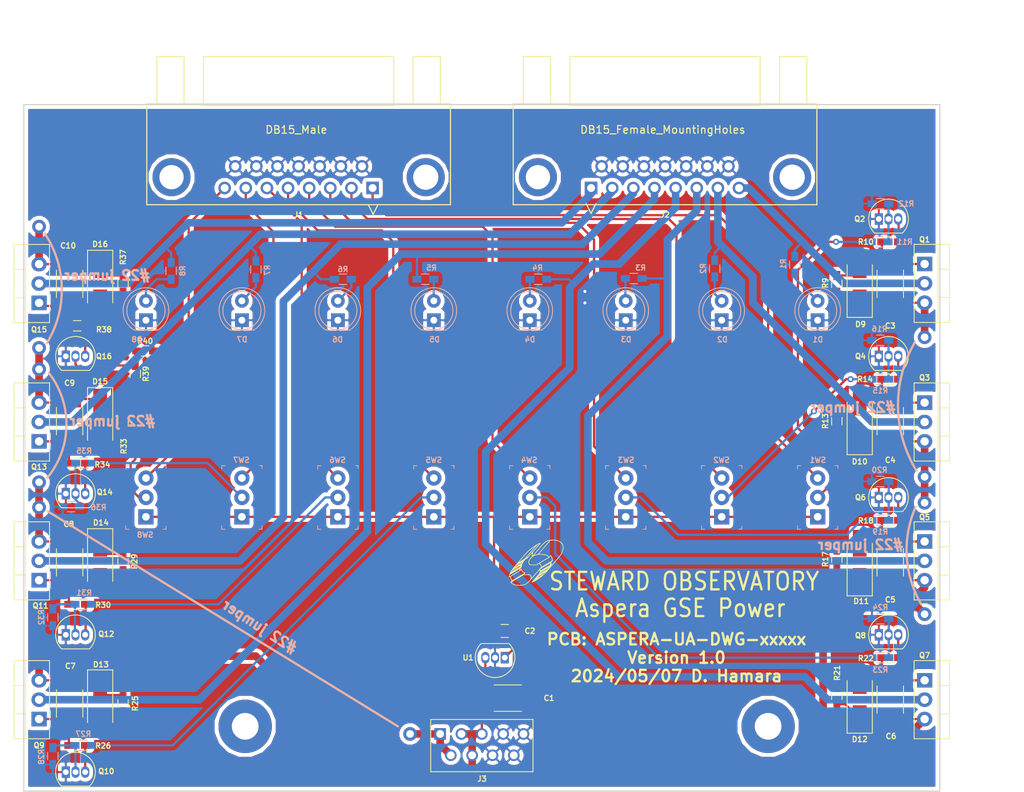
<source format=kicad_pcb>
(kicad_pcb (version 20171130) (host pcbnew "(5.0.1)-3")

  (general
    (thickness 1.6)
    (drawings 22)
    (tracks 414)
    (zones 0)
    (modules 107)
    (nets 65)
  )

  (page A4)
  (title_block
    (title "ASPERA GSE")
    (date 2024-05-05)
    (rev 1.0)
    (comment 1 "S/C POWER BUS SIMULATOR")
    (comment 2 ASPERA-UA-DWG-000xx_Power)
  )

  (layers
    (0 F.Cu signal)
    (31 B.Cu signal)
    (32 B.Adhes user hide)
    (33 F.Adhes user hide)
    (34 B.Paste user hide)
    (35 F.Paste user hide)
    (36 B.SilkS user)
    (37 F.SilkS user)
    (38 B.Mask user hide)
    (39 F.Mask user hide)
    (40 Dwgs.User user)
    (41 Cmts.User user)
    (42 Eco1.User user)
    (43 Eco2.User user)
    (44 Edge.Cuts user)
    (45 Margin user)
    (46 B.CrtYd user hide)
    (47 F.CrtYd user hide)
    (48 B.Fab user hide)
    (49 F.Fab user hide)
  )

  (setup
    (last_trace_width 0.3)
    (trace_clearance 0.2)
    (zone_clearance 0.508)
    (zone_45_only no)
    (trace_min 0.2)
    (segment_width 0.2)
    (edge_width 0.15)
    (via_size 0.8)
    (via_drill 0.4)
    (via_min_size 0.4)
    (via_min_drill 0.3)
    (uvia_size 0.3)
    (uvia_drill 0.1)
    (uvias_allowed no)
    (uvia_min_size 0.2)
    (uvia_min_drill 0.1)
    (pcb_text_width 0.3)
    (pcb_text_size 1.5 1.5)
    (mod_edge_width 0.15)
    (mod_text_size 0.7 0.7)
    (mod_text_width 0.15)
    (pad_size 1.524 1.524)
    (pad_drill 0.762)
    (pad_to_mask_clearance 0.051)
    (solder_mask_min_width 0.25)
    (aux_axis_origin 0 0)
    (visible_elements 7FFFFFFF)
    (pcbplotparams
      (layerselection 0x010fc_ffffffff)
      (usegerberextensions false)
      (usegerberattributes false)
      (usegerberadvancedattributes false)
      (creategerberjobfile false)
      (excludeedgelayer true)
      (linewidth 0.100000)
      (plotframeref false)
      (viasonmask false)
      (mode 1)
      (useauxorigin false)
      (hpglpennumber 1)
      (hpglpenspeed 20)
      (hpglpendiameter 15.000000)
      (psnegative false)
      (psa4output false)
      (plotreference true)
      (plotvalue true)
      (plotinvisibletext false)
      (padsonsilk false)
      (subtractmaskfromsilk false)
      (outputformat 1)
      (mirror false)
      (drillshape 1)
      (scaleselection 1)
      (outputdirectory ""))
  )

  (net 0 "")
  (net 1 "Net-(Q14-Pad2)")
  (net 2 "Net-(Q14-Pad3)")
  (net 3 GND)
  (net 4 "Net-(Q12-Pad3)")
  (net 5 "Net-(Q12-Pad2)")
  (net 6 "Net-(Q10-Pad2)")
  (net 7 "Net-(Q10-Pad3)")
  (net 8 "Net-(Q8-Pad3)")
  (net 9 "Net-(Q8-Pad2)")
  (net 10 "Net-(Q6-Pad2)")
  (net 11 "Net-(Q6-Pad3)")
  (net 12 "Net-(Q4-Pad3)")
  (net 13 "Net-(Q4-Pad2)")
  (net 14 "Net-(Q2-Pad2)")
  (net 15 "Net-(Q2-Pad3)")
  (net 16 "/Power Box Top/+3.3V")
  (net 17 "/Power Box Top/+12V_BUS")
  (net 18 "Net-(Q16-Pad2)")
  (net 19 "Net-(Q16-Pad3)")
  (net 20 "Net-(C5-Pad2)")
  (net 21 "/Power Box Top/MCP.PWR")
  (net 22 "/Power Box Top/+28V_BUS")
  (net 23 "/Power Box Top/SHTR2.PWR")
  (net 24 "Net-(C10-Pad2)")
  (net 25 "Net-(C6-Pad2)")
  (net 26 "/Power Box Top/HVPS1.PWR")
  (net 27 "/Power Box Top/HVPS2.PWR")
  (net 28 "Net-(C7-Pad2)")
  (net 29 "Net-(C4-Pad2)")
  (net 30 "/Power Box Top/MISC.PWR")
  (net 31 "/Power Box Top/Heater.PWR")
  (net 32 "Net-(C8-Pad2)")
  (net 33 "Net-(C9-Pad2)")
  (net 34 "/Power Box Top/SHTR1.PWR")
  (net 35 "/Power Box Top/POBC.PWR")
  (net 36 "Net-(C3-Pad2)")
  (net 37 "Net-(D8-Pad2)")
  (net 38 "Net-(D2-Pad2)")
  (net 39 "Net-(D3-Pad2)")
  (net 40 "Net-(D1-Pad2)")
  (net 41 "Net-(D4-Pad2)")
  (net 42 "Net-(D5-Pad2)")
  (net 43 "Net-(D6-Pad2)")
  (net 44 "Net-(D7-Pad2)")
  (net 45 "/Power Box Top/Power Switch: HVPS2/Vctl")
  (net 46 "/Power Box Top/HVPS2.CTL")
  (net 47 "/Power Box Top/POBC.CTL")
  (net 48 "/Power Box Top/Power Switch: POBC/Vctl")
  (net 49 "/Power Box Top/Power Switch: HEATER/Vctl")
  (net 50 "/Power Box Top/Heater.CTL")
  (net 51 "/Power Box Top/SHTR1.CTL")
  (net 52 "/Power Box Top/Power Switch: SHTR1/Vctl")
  (net 53 "/Power Box Top/Power Switch: SHTR2/Vctl")
  (net 54 "/Power Box Top/SHTR2.CTL")
  (net 55 "/Power Box Top/HVPS1.CTL")
  (net 56 "/Power Box Top/Power Switch: HVPS1/Vctl")
  (net 57 "/Power Box Top/Power Switch: MCP/Vctl")
  (net 58 "/Power Box Top/MCP.CTL")
  (net 59 "/Power Box Top/MISC.CTL")
  (net 60 "/Power Box Top/Power Switch: MISC/Vctl")
  (net 61 "Net-(J2-Pad0)")
  (net 62 "Net-(J1-Pad0)")
  (net 63 "Net-(X2-Pad1)")
  (net 64 "Net-(X1-Pad1)")

  (net_class Default "This is the default net class."
    (clearance 0.2)
    (trace_width 0.3)
    (via_dia 0.8)
    (via_drill 0.4)
    (uvia_dia 0.3)
    (uvia_drill 0.1)
    (add_net "/Power Box Top/+3.3V")
    (add_net "/Power Box Top/HVPS1.CTL")
    (add_net "/Power Box Top/HVPS2.CTL")
    (add_net "/Power Box Top/Heater.CTL")
    (add_net "/Power Box Top/MCP.CTL")
    (add_net "/Power Box Top/MISC.CTL")
    (add_net "/Power Box Top/POBC.CTL")
    (add_net "/Power Box Top/Power Switch: HEATER/Vctl")
    (add_net "/Power Box Top/Power Switch: HVPS1/Vctl")
    (add_net "/Power Box Top/Power Switch: HVPS2/Vctl")
    (add_net "/Power Box Top/Power Switch: MCP/Vctl")
    (add_net "/Power Box Top/Power Switch: MISC/Vctl")
    (add_net "/Power Box Top/Power Switch: POBC/Vctl")
    (add_net "/Power Box Top/Power Switch: SHTR1/Vctl")
    (add_net "/Power Box Top/Power Switch: SHTR2/Vctl")
    (add_net "/Power Box Top/SHTR1.CTL")
    (add_net "/Power Box Top/SHTR2.CTL")
    (add_net GND)
    (add_net "Net-(C10-Pad2)")
    (add_net "Net-(C3-Pad2)")
    (add_net "Net-(C4-Pad2)")
    (add_net "Net-(C5-Pad2)")
    (add_net "Net-(C6-Pad2)")
    (add_net "Net-(C7-Pad2)")
    (add_net "Net-(C8-Pad2)")
    (add_net "Net-(C9-Pad2)")
    (add_net "Net-(D1-Pad2)")
    (add_net "Net-(D2-Pad2)")
    (add_net "Net-(D3-Pad2)")
    (add_net "Net-(D4-Pad2)")
    (add_net "Net-(D5-Pad2)")
    (add_net "Net-(D6-Pad2)")
    (add_net "Net-(D7-Pad2)")
    (add_net "Net-(D8-Pad2)")
    (add_net "Net-(J1-Pad0)")
    (add_net "Net-(J2-Pad0)")
    (add_net "Net-(Q10-Pad2)")
    (add_net "Net-(Q10-Pad3)")
    (add_net "Net-(Q12-Pad2)")
    (add_net "Net-(Q12-Pad3)")
    (add_net "Net-(Q14-Pad2)")
    (add_net "Net-(Q14-Pad3)")
    (add_net "Net-(Q16-Pad2)")
    (add_net "Net-(Q16-Pad3)")
    (add_net "Net-(Q2-Pad2)")
    (add_net "Net-(Q2-Pad3)")
    (add_net "Net-(Q4-Pad2)")
    (add_net "Net-(Q4-Pad3)")
    (add_net "Net-(Q6-Pad2)")
    (add_net "Net-(Q6-Pad3)")
    (add_net "Net-(Q8-Pad2)")
    (add_net "Net-(Q8-Pad3)")
    (add_net "Net-(X1-Pad1)")
    (add_net "Net-(X2-Pad1)")
  )

  (net_class Power ""
    (clearance 0.2)
    (trace_width 1)
    (via_dia 0.8)
    (via_drill 0.4)
    (uvia_dia 0.3)
    (uvia_drill 0.1)
    (add_net "/Power Box Top/+12V_BUS")
    (add_net "/Power Box Top/+28V_BUS")
    (add_net "/Power Box Top/HVPS1.PWR")
    (add_net "/Power Box Top/HVPS2.PWR")
    (add_net "/Power Box Top/Heater.PWR")
    (add_net "/Power Box Top/MCP.PWR")
    (add_net "/Power Box Top/MISC.PWR")
    (add_net "/Power Box Top/POBC.PWR")
    (add_net "/Power Box Top/SHTR1.PWR")
    (add_net "/Power Box Top/SHTR2.PWR")
  )

  (module holes:HOLE_3.5mm_connected (layer F.Cu) (tedit 5A486E14) (tstamp 663A833D)
    (at 79 131.5)
    (path /65AB6A91/6646749C)
    (fp_text reference X1 (at 0 4.7) (layer F.SilkS) hide
      (effects (font (size 1 1) (thickness 0.15)))
    )
    (fp_text value HOLE (at 0 -4.6) (layer F.Fab)
      (effects (font (size 1 1) (thickness 0.15)))
    )
    (pad 1 thru_hole circle (at 0 0) (size 7 7) (drill 3.5) (layers *.Cu *.Mask)
      (net 64 "Net-(X1-Pad1)"))
  )

  (module holes:HOLE_3.5mm_connected (layer F.Cu) (tedit 5A486E14) (tstamp 663A8338)
    (at 147.5 131.5)
    (path /65AB6A91/6646774C)
    (fp_text reference X2 (at 0 4.7) (layer F.SilkS) hide
      (effects (font (size 1 1) (thickness 0.15)))
    )
    (fp_text value HOLE (at 0 -4.6) (layer F.Fab)
      (effects (font (size 1 1) (thickness 0.15)))
    )
    (pad 1 thru_hole circle (at 0 0) (size 7 7) (drill 3.5) (layers *.Cu *.Mask)
      (net 63 "Net-(X2-Pad1)"))
  )

  (module Daves_footprints:HOLE_22ga (layer F.Cu) (tedit 6639A643) (tstamp 663A16A6)
    (at 52 66)
    (path /65AB6A91/66404741)
    (fp_text reference JJ14 (at 0 0.5) (layer F.SilkS) hide
      (effects (font (size 0.7 0.7) (thickness 0.15)))
    )
    (fp_text value Jumper_hole (at 0 -0.5) (layer F.Fab) hide
      (effects (font (size 1 1) (thickness 0.15)))
    )
    (pad 1 thru_hole circle (at 0 0) (size 1.8 1.8) (drill 1) (layers *.Cu *.Mask)
      (net 22 "/Power Box Top/+28V_BUS"))
  )

  (module Daves_footprints:HOLE_22ga (layer F.Cu) (tedit 6639A643) (tstamp 663A16A1)
    (at 52 102.8)
    (path /65AB6A91/664104BA)
    (fp_text reference JJ16 (at 0 0.5) (layer F.SilkS) hide
      (effects (font (size 0.7 0.7) (thickness 0.15)))
    )
    (fp_text value Jumper_hole (at 0 -0.5) (layer F.Fab) hide
      (effects (font (size 1 1) (thickness 0.15)))
    )
    (pad 1 thru_hole circle (at 0 0) (size 1.8 1.8) (drill 1) (layers *.Cu *.Mask)
      (net 22 "/Power Box Top/+28V_BUS"))
  )

  (module Daves_footprints:HOLE_22ga (layer F.Cu) (tedit 6639A643) (tstamp 663A169C)
    (at 52 84.7)
    (path /65AB6A91/6640473A)
    (fp_text reference JJ13 (at 0 0.5) (layer F.SilkS) hide
      (effects (font (size 0.7 0.7) (thickness 0.15)))
    )
    (fp_text value Jumper_hole (at 0 -0.5) (layer F.Fab) hide
      (effects (font (size 1 1) (thickness 0.15)))
    )
    (pad 1 thru_hole circle (at 0 0) (size 1.8 1.8) (drill 1) (layers *.Cu *.Mask)
      (net 22 "/Power Box Top/+28V_BUS"))
  )

  (module Daves_footprints:HOLE_22ga (layer F.Cu) (tedit 6639A643) (tstamp 663A1697)
    (at 52 81.9)
    (path /65AB6A91/663D5BD1)
    (fp_text reference JJ12 (at 0 0.5) (layer F.SilkS) hide
      (effects (font (size 0.7 0.7) (thickness 0.15)))
    )
    (fp_text value Jumper_hole (at 0 -0.5) (layer F.Fab) hide
      (effects (font (size 1 1) (thickness 0.15)))
    )
    (pad 1 thru_hole circle (at 0 0) (size 1.8 1.8) (drill 1) (layers *.Cu *.Mask)
      (net 22 "/Power Box Top/+28V_BUS"))
  )

  (module Daves_footprints:HOLE_22ga (layer F.Cu) (tedit 6639A643) (tstamp 663A1692)
    (at 52 99.5)
    (path /65AB6A91/663D5BCA)
    (fp_text reference JJ11 (at 0 0.5) (layer F.SilkS) hide
      (effects (font (size 0.7 0.7) (thickness 0.15)))
    )
    (fp_text value Jumper_hole (at 0 -0.5) (layer F.Fab) hide
      (effects (font (size 1 1) (thickness 0.15)))
    )
    (pad 1 thru_hole circle (at 0 0) (size 1.8 1.8) (drill 1) (layers *.Cu *.Mask)
      (net 22 "/Power Box Top/+28V_BUS"))
  )

  (module Daves_footprints:HOLE_22ga (layer F.Cu) (tedit 6639A643) (tstamp 663A1679)
    (at 100.6 132.5)
    (path /65AB6A91/664104B3)
    (fp_text reference JJ15 (at 0 0.5) (layer F.SilkS) hide
      (effects (font (size 0.7 0.7) (thickness 0.15)))
    )
    (fp_text value Jumper_hole (at 0 -0.5) (layer F.Fab) hide
      (effects (font (size 1 1) (thickness 0.15)))
    )
    (pad 1 thru_hole circle (at 0 0) (size 1.8 1.8) (drill 1) (layers *.Cu *.Mask)
      (net 22 "/Power Box Top/+28V_BUS"))
  )

  (module Daves_footprints:HOLE_22ga (layer F.Cu) (tedit 6639A643) (tstamp 663A1674)
    (at 168 98.8)
    (path /65AB6A91/6639EA3D)
    (fp_text reference JJ2 (at 0 0.5) (layer F.SilkS) hide
      (effects (font (size 0.7 0.7) (thickness 0.15)))
    )
    (fp_text value Jumper_hole (at 0 -0.5) (layer F.Fab) hide
      (effects (font (size 1 1) (thickness 0.15)))
    )
    (pad 1 thru_hole circle (at 0 0) (size 1.8 1.8) (drill 1) (layers *.Cu *.Mask)
      (net 17 "/Power Box Top/+12V_BUS"))
  )

  (module Daves_footprints:HOLE_22ga (layer F.Cu) (tedit 6639A643) (tstamp 663A166F)
    (at 168 80.5)
    (path /65AB6A91/6639E7E4)
    (fp_text reference JJ1 (at 0 0.5) (layer F.SilkS) hide
      (effects (font (size 0.7 0.7) (thickness 0.15)))
    )
    (fp_text value Jumper_hole (at 0 -0.5) (layer F.Fab) hide
      (effects (font (size 1 1) (thickness 0.15)))
    )
    (pad 1 thru_hole circle (at 0 0) (size 1.8 1.8) (drill 1) (layers *.Cu *.Mask)
      (net 17 "/Power Box Top/+12V_BUS"))
  )

  (module Daves_footprints:HOLE_22ga (layer F.Cu) (tedit 6639A643) (tstamp 663A166A)
    (at 168 102.2)
    (path /65AB6A91/6639EAFC)
    (fp_text reference JJ3 (at 0 0.5) (layer F.SilkS) hide
      (effects (font (size 0.7 0.7) (thickness 0.15)))
    )
    (fp_text value Jumper_hole (at 0 -0.5) (layer F.Fab) hide
      (effects (font (size 1 1) (thickness 0.15)))
    )
    (pad 1 thru_hole circle (at 0 0) (size 1.8 1.8) (drill 1) (layers *.Cu *.Mask)
      (net 17 "/Power Box Top/+12V_BUS"))
  )

  (module Daves_footprints:HOLE_22ga (layer F.Cu) (tedit 6639A643) (tstamp 663A1665)
    (at 168 116.8)
    (path /65AB6A91/6639EB03)
    (fp_text reference JJ4 (at 0 0.5) (layer F.SilkS) hide
      (effects (font (size 0.7 0.7) (thickness 0.15)))
    )
    (fp_text value Jumper_hole (at 0 -0.5) (layer F.Fab) hide
      (effects (font (size 1 1) (thickness 0.15)))
    )
    (pad 1 thru_hole circle (at 0 0) (size 1.8 1.8) (drill 1) (layers *.Cu *.Mask)
      (net 17 "/Power Box Top/+12V_BUS"))
  )

  (module Daves_footprints:LED_T1_3-4 (layer B.Cu) (tedit 6638ED4D) (tstamp 663C4F55)
    (at 103.71 77 90)
    (descr "LED, diameter 5.0mm, 2 pins, http://cdn-reichelt.de/documents/datenblatt/A500/LL-504BC2E-009.pdf")
    (tags "LED diameter 5.0mm 2 pins")
    (path /65AB6A91/66366192)
    (fp_text reference D5 (at -3.8 0.09 180) (layer B.SilkS)
      (effects (font (size 0.7 0.7) (thickness 0.15)) (justify mirror))
    )
    (fp_text value YELLOW (at 0 -3.96 90) (layer B.Fab)
      (effects (font (size 1 1) (thickness 0.15)) (justify mirror))
    )
    (fp_arc (start 0 0) (end -2.5 1.469694) (angle -299.1) (layer B.Fab) (width 0.1))
    (fp_arc (start 0 0) (end -2.56 1.54483) (angle -148.9) (layer B.SilkS) (width 0.12))
    (fp_arc (start 0 0) (end -2.56 -1.54483) (angle 148.9) (layer B.SilkS) (width 0.12))
    (fp_circle (center 0 0) (end 2.5 0) (layer B.Fab) (width 0.1))
    (fp_circle (center 0 0) (end 2.5 0) (layer B.SilkS) (width 0.12))
    (fp_line (start -2.5 1.469694) (end -2.5 -1.469694) (layer B.Fab) (width 0.1))
    (fp_line (start -2.56 1.545) (end -2.56 -1.545) (layer B.SilkS) (width 0.12))
    (fp_line (start -3.22 3.25) (end -3.22 -3.25) (layer B.CrtYd) (width 0.05))
    (fp_line (start -3.22 -3.25) (end 3.23 -3.25) (layer B.CrtYd) (width 0.05))
    (fp_line (start 3.23 -3.25) (end 3.23 3.25) (layer B.CrtYd) (width 0.05))
    (fp_line (start 3.23 3.25) (end -3.22 3.25) (layer B.CrtYd) (width 0.05))
    (fp_text user %R (at -0.02 0 90) (layer B.Fab)
      (effects (font (size 0.8 0.8) (thickness 0.2)) (justify mirror))
    )
    (pad 1 thru_hole rect (at -1.27 0 90) (size 1.8 1.8) (drill 0.9) (layers *.Cu *.Mask)
      (net 3 GND))
    (pad 2 thru_hole circle (at 1.27 0 90) (size 1.8 1.8) (drill 0.9) (layers *.Cu *.Mask)
      (net 42 "Net-(D5-Pad2)"))
    (model ${KISYS3DMOD}/Dave.3dshapes/LED_T1_3_4_Yellow.step
      (at (xyz 0 0 0))
      (scale (xyz 1 1 1))
      (rotate (xyz 0 0 0))
    )
  )

  (module Daves_footprints:Toggle_Switch_SPST_200MSP3T4B7M2QE (layer B.Cu) (tedit 663887EA) (tstamp 663B2AE2)
    (at 141.42 101.5 90)
    (descr http://spec_sheets.e-switch.com/specs/T111597.pdf)
    (path /65AB6A91/66349C6F)
    (fp_text reference SW2 (at 4.9 -0.02 180) (layer B.SilkS)
      (effects (font (size 0.7 0.7) (thickness 0.15)) (justify mirror))
    )
    (fp_text value SW_SPDT_MSM (at -0.05 -4.82 90) (layer B.Fab)
      (effects (font (size 1 1) (thickness 0.15)) (justify mirror))
    )
    (fp_line (start -4.065 2.54) (end 4.065 2.54) (layer B.Fab) (width 0.1))
    (fp_line (start -4.065 -2.54) (end 4.065 -2.54) (layer B.Fab) (width 0.1))
    (fp_line (start -4.065 2.54) (end -4.065 -2.54) (layer B.Fab) (width 0.1))
    (fp_line (start 4.065 -2.54) (end 4.065 2.54) (layer B.Fab) (width 0.1))
    (fp_line (start 4.17 2.645) (end 4.17 2.295) (layer B.SilkS) (width 0.1))
    (fp_line (start 3.795 2.645) (end 4.17 2.645) (layer B.SilkS) (width 0.1))
    (fp_line (start -4.16 2.635) (end -3.76 2.635) (layer B.SilkS) (width 0.1))
    (fp_line (start -4.16 2.635) (end -4.16 2.26) (layer B.SilkS) (width 0.1))
    (fp_line (start -4.17 -2.645) (end -4.17 -2.22) (layer B.SilkS) (width 0.1))
    (fp_line (start -4.17 -2.645) (end -3.72 -2.645) (layer B.SilkS) (width 0.1))
    (fp_line (start 4.145 -2.635) (end 3.695 -2.635) (layer B.SilkS) (width 0.1))
    (fp_line (start 4.17 -2.635) (end 4.17 -2.21) (layer B.SilkS) (width 0.1))
    (fp_text user %R (at 0 0 90) (layer B.Fab)
      (effects (font (size 1 1) (thickness 0.15)) (justify mirror))
    )
    (fp_line (start -4.07 3.05) (end 4.07 3.05) (layer B.CrtYd) (width 0.05))
    (fp_line (start -4.07 -3.05) (end -4.07 3.05) (layer B.CrtYd) (width 0.05))
    (fp_line (start 4.07 -3.05) (end -4.07 -3.05) (layer B.CrtYd) (width 0.05))
    (fp_line (start 4.07 3.05) (end 4.07 -3.05) (layer B.CrtYd) (width 0.05))
    (fp_circle (center 0 0) (end 3.05 0) (layer B.Fab) (width 0.1))
    (pad 3 thru_hole circle (at 2.54 0 90) (size 2 2) (drill 1) (layers *.Cu *.Mask)
      (net 59 "/Power Box Top/MISC.CTL"))
    (pad 2 thru_hole circle (at 0 0 90) (size 2 2) (drill 1) (layers *.Cu *.Mask)
      (net 60 "/Power Box Top/Power Switch: MISC/Vctl"))
    (pad 1 thru_hole rect (at -2.54 0 90) (size 2 2) (drill 1) (layers *.Cu *.Mask)
      (net 16 "/Power Box Top/+3.3V"))
    (model ${KISYS3DMOD}/Dave.3dshapes/200MSPxT4B7M2xE_stp_cp.step
      (at (xyz 0 0 0))
      (scale (xyz 1 1 1))
      (rotate (xyz 0 0 0))
    )
  )

  (module Daves_footprints:Toggle_Switch_SPST_200MSP3T4B7M2QE (layer B.Cu) (tedit 663887EA) (tstamp 663B2AC9)
    (at 128.85 101.5 90)
    (descr http://spec_sheets.e-switch.com/specs/T111597.pdf)
    (path /65AB6A91/66364EC6)
    (fp_text reference SW3 (at 4.9 0.05 180) (layer B.SilkS)
      (effects (font (size 0.7 0.7) (thickness 0.15)) (justify mirror))
    )
    (fp_text value SW_SPDT_MSM (at -0.05 -4.82 90) (layer B.Fab)
      (effects (font (size 1 1) (thickness 0.15)) (justify mirror))
    )
    (fp_line (start -4.065 2.54) (end 4.065 2.54) (layer B.Fab) (width 0.1))
    (fp_line (start -4.065 -2.54) (end 4.065 -2.54) (layer B.Fab) (width 0.1))
    (fp_line (start -4.065 2.54) (end -4.065 -2.54) (layer B.Fab) (width 0.1))
    (fp_line (start 4.065 -2.54) (end 4.065 2.54) (layer B.Fab) (width 0.1))
    (fp_line (start 4.17 2.645) (end 4.17 2.295) (layer B.SilkS) (width 0.1))
    (fp_line (start 3.795 2.645) (end 4.17 2.645) (layer B.SilkS) (width 0.1))
    (fp_line (start -4.16 2.635) (end -3.76 2.635) (layer B.SilkS) (width 0.1))
    (fp_line (start -4.16 2.635) (end -4.16 2.26) (layer B.SilkS) (width 0.1))
    (fp_line (start -4.17 -2.645) (end -4.17 -2.22) (layer B.SilkS) (width 0.1))
    (fp_line (start -4.17 -2.645) (end -3.72 -2.645) (layer B.SilkS) (width 0.1))
    (fp_line (start 4.145 -2.635) (end 3.695 -2.635) (layer B.SilkS) (width 0.1))
    (fp_line (start 4.17 -2.635) (end 4.17 -2.21) (layer B.SilkS) (width 0.1))
    (fp_text user %R (at 0 0 90) (layer B.Fab)
      (effects (font (size 1 1) (thickness 0.15)) (justify mirror))
    )
    (fp_line (start -4.07 3.05) (end 4.07 3.05) (layer B.CrtYd) (width 0.05))
    (fp_line (start -4.07 -3.05) (end -4.07 3.05) (layer B.CrtYd) (width 0.05))
    (fp_line (start 4.07 -3.05) (end -4.07 -3.05) (layer B.CrtYd) (width 0.05))
    (fp_line (start 4.07 3.05) (end 4.07 -3.05) (layer B.CrtYd) (width 0.05))
    (fp_circle (center 0 0) (end 3.05 0) (layer B.Fab) (width 0.1))
    (pad 3 thru_hole circle (at 2.54 0 90) (size 2 2) (drill 1) (layers *.Cu *.Mask)
      (net 58 "/Power Box Top/MCP.CTL"))
    (pad 2 thru_hole circle (at 0 0 90) (size 2 2) (drill 1) (layers *.Cu *.Mask)
      (net 57 "/Power Box Top/Power Switch: MCP/Vctl"))
    (pad 1 thru_hole rect (at -2.54 0 90) (size 2 2) (drill 1) (layers *.Cu *.Mask)
      (net 16 "/Power Box Top/+3.3V"))
    (model ${KISYS3DMOD}/Dave.3dshapes/200MSPxT4B7M2xE_stp_cp.step
      (at (xyz 0 0 0))
      (scale (xyz 1 1 1))
      (rotate (xyz 0 0 0))
    )
  )

  (module Daves_footprints:Toggle_Switch_SPST_200MSP3T4B7M2QE (layer B.Cu) (tedit 663887EA) (tstamp 663B2AB0)
    (at 116.28 101.5 90)
    (descr http://spec_sheets.e-switch.com/specs/T111597.pdf)
    (path /65AB6A91/6636558B)
    (fp_text reference SW4 (at 4.9 -0.08 180) (layer B.SilkS)
      (effects (font (size 0.7 0.7) (thickness 0.15)) (justify mirror))
    )
    (fp_text value SW_SPDT_MSM (at -0.05 -4.82 90) (layer B.Fab)
      (effects (font (size 1 1) (thickness 0.15)) (justify mirror))
    )
    (fp_line (start -4.065 2.54) (end 4.065 2.54) (layer B.Fab) (width 0.1))
    (fp_line (start -4.065 -2.54) (end 4.065 -2.54) (layer B.Fab) (width 0.1))
    (fp_line (start -4.065 2.54) (end -4.065 -2.54) (layer B.Fab) (width 0.1))
    (fp_line (start 4.065 -2.54) (end 4.065 2.54) (layer B.Fab) (width 0.1))
    (fp_line (start 4.17 2.645) (end 4.17 2.295) (layer B.SilkS) (width 0.1))
    (fp_line (start 3.795 2.645) (end 4.17 2.645) (layer B.SilkS) (width 0.1))
    (fp_line (start -4.16 2.635) (end -3.76 2.635) (layer B.SilkS) (width 0.1))
    (fp_line (start -4.16 2.635) (end -4.16 2.26) (layer B.SilkS) (width 0.1))
    (fp_line (start -4.17 -2.645) (end -4.17 -2.22) (layer B.SilkS) (width 0.1))
    (fp_line (start -4.17 -2.645) (end -3.72 -2.645) (layer B.SilkS) (width 0.1))
    (fp_line (start 4.145 -2.635) (end 3.695 -2.635) (layer B.SilkS) (width 0.1))
    (fp_line (start 4.17 -2.635) (end 4.17 -2.21) (layer B.SilkS) (width 0.1))
    (fp_text user %R (at 0 0 90) (layer B.Fab)
      (effects (font (size 1 1) (thickness 0.15)) (justify mirror))
    )
    (fp_line (start -4.07 3.05) (end 4.07 3.05) (layer B.CrtYd) (width 0.05))
    (fp_line (start -4.07 -3.05) (end -4.07 3.05) (layer B.CrtYd) (width 0.05))
    (fp_line (start 4.07 -3.05) (end -4.07 -3.05) (layer B.CrtYd) (width 0.05))
    (fp_line (start 4.07 3.05) (end 4.07 -3.05) (layer B.CrtYd) (width 0.05))
    (fp_circle (center 0 0) (end 3.05 0) (layer B.Fab) (width 0.1))
    (pad 3 thru_hole circle (at 2.54 0 90) (size 2 2) (drill 1) (layers *.Cu *.Mask)
      (net 55 "/Power Box Top/HVPS1.CTL"))
    (pad 2 thru_hole circle (at 0 0 90) (size 2 2) (drill 1) (layers *.Cu *.Mask)
      (net 56 "/Power Box Top/Power Switch: HVPS1/Vctl"))
    (pad 1 thru_hole rect (at -2.54 0 90) (size 2 2) (drill 1) (layers *.Cu *.Mask)
      (net 16 "/Power Box Top/+3.3V"))
    (model ${KISYS3DMOD}/Dave.3dshapes/200MSPxT4B7M2xE_stp_cp.step
      (at (xyz 0 0 0))
      (scale (xyz 1 1 1))
      (rotate (xyz 0 0 0))
    )
  )

  (module Daves_footprints:Toggle_Switch_SPST_200MSP3T4B7M2QE (layer B.Cu) (tedit 663887EA) (tstamp 663B2A97)
    (at 66 101.5 90)
    (descr http://spec_sheets.e-switch.com/specs/T111597.pdf)
    (path /65AB6A91/6636ADE6)
    (fp_text reference SW8 (at -4.9 -0.1 180) (layer B.SilkS)
      (effects (font (size 0.7 0.7) (thickness 0.15)) (justify mirror))
    )
    (fp_text value SW_SPDT_MSM (at -0.05 -4.82 90) (layer B.Fab)
      (effects (font (size 1 1) (thickness 0.15)) (justify mirror))
    )
    (fp_line (start -4.065 2.54) (end 4.065 2.54) (layer B.Fab) (width 0.1))
    (fp_line (start -4.065 -2.54) (end 4.065 -2.54) (layer B.Fab) (width 0.1))
    (fp_line (start -4.065 2.54) (end -4.065 -2.54) (layer B.Fab) (width 0.1))
    (fp_line (start 4.065 -2.54) (end 4.065 2.54) (layer B.Fab) (width 0.1))
    (fp_line (start 4.17 2.645) (end 4.17 2.295) (layer B.SilkS) (width 0.1))
    (fp_line (start 3.795 2.645) (end 4.17 2.645) (layer B.SilkS) (width 0.1))
    (fp_line (start -4.16 2.635) (end -3.76 2.635) (layer B.SilkS) (width 0.1))
    (fp_line (start -4.16 2.635) (end -4.16 2.26) (layer B.SilkS) (width 0.1))
    (fp_line (start -4.17 -2.645) (end -4.17 -2.22) (layer B.SilkS) (width 0.1))
    (fp_line (start -4.17 -2.645) (end -3.72 -2.645) (layer B.SilkS) (width 0.1))
    (fp_line (start 4.145 -2.635) (end 3.695 -2.635) (layer B.SilkS) (width 0.1))
    (fp_line (start 4.17 -2.635) (end 4.17 -2.21) (layer B.SilkS) (width 0.1))
    (fp_text user %R (at 0 0 90) (layer B.Fab)
      (effects (font (size 1 1) (thickness 0.15)) (justify mirror))
    )
    (fp_line (start -4.07 3.05) (end 4.07 3.05) (layer B.CrtYd) (width 0.05))
    (fp_line (start -4.07 -3.05) (end -4.07 3.05) (layer B.CrtYd) (width 0.05))
    (fp_line (start 4.07 -3.05) (end -4.07 -3.05) (layer B.CrtYd) (width 0.05))
    (fp_line (start 4.07 3.05) (end 4.07 -3.05) (layer B.CrtYd) (width 0.05))
    (fp_circle (center 0 0) (end 3.05 0) (layer B.Fab) (width 0.1))
    (pad 3 thru_hole circle (at 2.54 0 90) (size 2 2) (drill 1) (layers *.Cu *.Mask)
      (net 54 "/Power Box Top/SHTR2.CTL"))
    (pad 2 thru_hole circle (at 0 0 90) (size 2 2) (drill 1) (layers *.Cu *.Mask)
      (net 53 "/Power Box Top/Power Switch: SHTR2/Vctl"))
    (pad 1 thru_hole rect (at -2.54 0 90) (size 2 2) (drill 1) (layers *.Cu *.Mask)
      (net 16 "/Power Box Top/+3.3V"))
    (model ${KISYS3DMOD}/Dave.3dshapes/200MSPxT4B7M2xE_stp_cp.step
      (at (xyz 0 0 0))
      (scale (xyz 1 1 1))
      (rotate (xyz 0 0 0))
    )
  )

  (module Daves_footprints:Toggle_Switch_SPST_200MSP3T4B7M2QE (layer B.Cu) (tedit 663887EA) (tstamp 663B2A7E)
    (at 78.57 101.5 90)
    (descr http://spec_sheets.e-switch.com/specs/T111597.pdf)
    (path /65AB6A91/66368EEE)
    (fp_text reference SW7 (at 4.9 -0.07 180) (layer B.SilkS)
      (effects (font (size 0.7 0.7) (thickness 0.15)) (justify mirror))
    )
    (fp_text value SW_SPDT_MSM (at -0.05 -4.82 90) (layer B.Fab)
      (effects (font (size 1 1) (thickness 0.15)) (justify mirror))
    )
    (fp_line (start -4.065 2.54) (end 4.065 2.54) (layer B.Fab) (width 0.1))
    (fp_line (start -4.065 -2.54) (end 4.065 -2.54) (layer B.Fab) (width 0.1))
    (fp_line (start -4.065 2.54) (end -4.065 -2.54) (layer B.Fab) (width 0.1))
    (fp_line (start 4.065 -2.54) (end 4.065 2.54) (layer B.Fab) (width 0.1))
    (fp_line (start 4.17 2.645) (end 4.17 2.295) (layer B.SilkS) (width 0.1))
    (fp_line (start 3.795 2.645) (end 4.17 2.645) (layer B.SilkS) (width 0.1))
    (fp_line (start -4.16 2.635) (end -3.76 2.635) (layer B.SilkS) (width 0.1))
    (fp_line (start -4.16 2.635) (end -4.16 2.26) (layer B.SilkS) (width 0.1))
    (fp_line (start -4.17 -2.645) (end -4.17 -2.22) (layer B.SilkS) (width 0.1))
    (fp_line (start -4.17 -2.645) (end -3.72 -2.645) (layer B.SilkS) (width 0.1))
    (fp_line (start 4.145 -2.635) (end 3.695 -2.635) (layer B.SilkS) (width 0.1))
    (fp_line (start 4.17 -2.635) (end 4.17 -2.21) (layer B.SilkS) (width 0.1))
    (fp_text user %R (at 0 0 90) (layer B.Fab)
      (effects (font (size 1 1) (thickness 0.15)) (justify mirror))
    )
    (fp_line (start -4.07 3.05) (end 4.07 3.05) (layer B.CrtYd) (width 0.05))
    (fp_line (start -4.07 -3.05) (end -4.07 3.05) (layer B.CrtYd) (width 0.05))
    (fp_line (start 4.07 -3.05) (end -4.07 -3.05) (layer B.CrtYd) (width 0.05))
    (fp_line (start 4.07 3.05) (end 4.07 -3.05) (layer B.CrtYd) (width 0.05))
    (fp_circle (center 0 0) (end 3.05 0) (layer B.Fab) (width 0.1))
    (pad 3 thru_hole circle (at 2.54 0 90) (size 2 2) (drill 1) (layers *.Cu *.Mask)
      (net 51 "/Power Box Top/SHTR1.CTL"))
    (pad 2 thru_hole circle (at 0 0 90) (size 2 2) (drill 1) (layers *.Cu *.Mask)
      (net 52 "/Power Box Top/Power Switch: SHTR1/Vctl"))
    (pad 1 thru_hole rect (at -2.54 0 90) (size 2 2) (drill 1) (layers *.Cu *.Mask)
      (net 16 "/Power Box Top/+3.3V"))
    (model ${KISYS3DMOD}/Dave.3dshapes/200MSPxT4B7M2xE_stp_cp.step
      (at (xyz 0 0 0))
      (scale (xyz 1 1 1))
      (rotate (xyz 0 0 0))
    )
  )

  (module Daves_footprints:Toggle_Switch_SPST_200MSP3T4B7M2QE (layer B.Cu) (tedit 663887EA) (tstamp 663B2A65)
    (at 91.14 101.5 90)
    (descr http://spec_sheets.e-switch.com/specs/T111597.pdf)
    (path /65AB6A91/66367091)
    (fp_text reference SW6 (at 4.9 -0.04 180) (layer B.SilkS)
      (effects (font (size 0.7 0.7) (thickness 0.15)) (justify mirror))
    )
    (fp_text value SW_SPDT_MSM (at -0.05 -4.82 90) (layer B.Fab)
      (effects (font (size 1 1) (thickness 0.15)) (justify mirror))
    )
    (fp_line (start -4.065 2.54) (end 4.065 2.54) (layer B.Fab) (width 0.1))
    (fp_line (start -4.065 -2.54) (end 4.065 -2.54) (layer B.Fab) (width 0.1))
    (fp_line (start -4.065 2.54) (end -4.065 -2.54) (layer B.Fab) (width 0.1))
    (fp_line (start 4.065 -2.54) (end 4.065 2.54) (layer B.Fab) (width 0.1))
    (fp_line (start 4.17 2.645) (end 4.17 2.295) (layer B.SilkS) (width 0.1))
    (fp_line (start 3.795 2.645) (end 4.17 2.645) (layer B.SilkS) (width 0.1))
    (fp_line (start -4.16 2.635) (end -3.76 2.635) (layer B.SilkS) (width 0.1))
    (fp_line (start -4.16 2.635) (end -4.16 2.26) (layer B.SilkS) (width 0.1))
    (fp_line (start -4.17 -2.645) (end -4.17 -2.22) (layer B.SilkS) (width 0.1))
    (fp_line (start -4.17 -2.645) (end -3.72 -2.645) (layer B.SilkS) (width 0.1))
    (fp_line (start 4.145 -2.635) (end 3.695 -2.635) (layer B.SilkS) (width 0.1))
    (fp_line (start 4.17 -2.635) (end 4.17 -2.21) (layer B.SilkS) (width 0.1))
    (fp_text user %R (at 0 0 90) (layer B.Fab)
      (effects (font (size 1 1) (thickness 0.15)) (justify mirror))
    )
    (fp_line (start -4.07 3.05) (end 4.07 3.05) (layer B.CrtYd) (width 0.05))
    (fp_line (start -4.07 -3.05) (end -4.07 3.05) (layer B.CrtYd) (width 0.05))
    (fp_line (start 4.07 -3.05) (end -4.07 -3.05) (layer B.CrtYd) (width 0.05))
    (fp_line (start 4.07 3.05) (end 4.07 -3.05) (layer B.CrtYd) (width 0.05))
    (fp_circle (center 0 0) (end 3.05 0) (layer B.Fab) (width 0.1))
    (pad 3 thru_hole circle (at 2.54 0 90) (size 2 2) (drill 1) (layers *.Cu *.Mask)
      (net 50 "/Power Box Top/Heater.CTL"))
    (pad 2 thru_hole circle (at 0 0 90) (size 2 2) (drill 1) (layers *.Cu *.Mask)
      (net 49 "/Power Box Top/Power Switch: HEATER/Vctl"))
    (pad 1 thru_hole rect (at -2.54 0 90) (size 2 2) (drill 1) (layers *.Cu *.Mask)
      (net 16 "/Power Box Top/+3.3V"))
    (model ${KISYS3DMOD}/Dave.3dshapes/200MSPxT4B7M2xE_stp_cp.step
      (at (xyz 0 0 0))
      (scale (xyz 1 1 1))
      (rotate (xyz 0 0 0))
    )
  )

  (module Daves_footprints:Toggle_Switch_SPST_200MSP3T4B7M2QE (layer B.Cu) (tedit 663887EA) (tstamp 663B2A4C)
    (at 153.99 101.5 90)
    (descr http://spec_sheets.e-switch.com/specs/T111597.pdf)
    (path /65AB6A91/66349B51)
    (fp_text reference SW1 (at 4.9 0.01 180) (layer B.SilkS)
      (effects (font (size 0.7 0.7) (thickness 0.15)) (justify mirror))
    )
    (fp_text value SW_SPDT_MSM (at -0.05 -4.82 90) (layer B.Fab)
      (effects (font (size 1 1) (thickness 0.15)) (justify mirror))
    )
    (fp_line (start -4.065 2.54) (end 4.065 2.54) (layer B.Fab) (width 0.1))
    (fp_line (start -4.065 -2.54) (end 4.065 -2.54) (layer B.Fab) (width 0.1))
    (fp_line (start -4.065 2.54) (end -4.065 -2.54) (layer B.Fab) (width 0.1))
    (fp_line (start 4.065 -2.54) (end 4.065 2.54) (layer B.Fab) (width 0.1))
    (fp_line (start 4.17 2.645) (end 4.17 2.295) (layer B.SilkS) (width 0.1))
    (fp_line (start 3.795 2.645) (end 4.17 2.645) (layer B.SilkS) (width 0.1))
    (fp_line (start -4.16 2.635) (end -3.76 2.635) (layer B.SilkS) (width 0.1))
    (fp_line (start -4.16 2.635) (end -4.16 2.26) (layer B.SilkS) (width 0.1))
    (fp_line (start -4.17 -2.645) (end -4.17 -2.22) (layer B.SilkS) (width 0.1))
    (fp_line (start -4.17 -2.645) (end -3.72 -2.645) (layer B.SilkS) (width 0.1))
    (fp_line (start 4.145 -2.635) (end 3.695 -2.635) (layer B.SilkS) (width 0.1))
    (fp_line (start 4.17 -2.635) (end 4.17 -2.21) (layer B.SilkS) (width 0.1))
    (fp_text user %R (at 0 0 90) (layer B.Fab)
      (effects (font (size 1 1) (thickness 0.15)) (justify mirror))
    )
    (fp_line (start -4.07 3.05) (end 4.07 3.05) (layer B.CrtYd) (width 0.05))
    (fp_line (start -4.07 -3.05) (end -4.07 3.05) (layer B.CrtYd) (width 0.05))
    (fp_line (start 4.07 -3.05) (end -4.07 -3.05) (layer B.CrtYd) (width 0.05))
    (fp_line (start 4.07 3.05) (end 4.07 -3.05) (layer B.CrtYd) (width 0.05))
    (fp_circle (center 0 0) (end 3.05 0) (layer B.Fab) (width 0.1))
    (pad 3 thru_hole circle (at 2.54 0 90) (size 2 2) (drill 1) (layers *.Cu *.Mask)
      (net 47 "/Power Box Top/POBC.CTL"))
    (pad 2 thru_hole circle (at 0 0 90) (size 2 2) (drill 1) (layers *.Cu *.Mask)
      (net 48 "/Power Box Top/Power Switch: POBC/Vctl"))
    (pad 1 thru_hole rect (at -2.54 0 90) (size 2 2) (drill 1) (layers *.Cu *.Mask)
      (net 16 "/Power Box Top/+3.3V"))
    (model ${KISYS3DMOD}/Dave.3dshapes/200MSPxT4B7M2xE_stp_cp.step
      (at (xyz 0 0 0))
      (scale (xyz 1 1 1))
      (rotate (xyz 0 0 0))
    )
  )

  (module Daves_footprints:Toggle_Switch_SPST_200MSP3T4B7M2QE (layer B.Cu) (tedit 663887EA) (tstamp 663B2A33)
    (at 103.71 101.5 90)
    (descr http://spec_sheets.e-switch.com/specs/T111597.pdf)
    (path /65AB6A91/663661A0)
    (fp_text reference SW5 (at 4.9 -0.01 180) (layer B.SilkS)
      (effects (font (size 0.7 0.7) (thickness 0.15)) (justify mirror))
    )
    (fp_text value SW_SPDT_MSM (at -0.05 -4.82 90) (layer B.Fab)
      (effects (font (size 1 1) (thickness 0.15)) (justify mirror))
    )
    (fp_line (start -4.065 2.54) (end 4.065 2.54) (layer B.Fab) (width 0.1))
    (fp_line (start -4.065 -2.54) (end 4.065 -2.54) (layer B.Fab) (width 0.1))
    (fp_line (start -4.065 2.54) (end -4.065 -2.54) (layer B.Fab) (width 0.1))
    (fp_line (start 4.065 -2.54) (end 4.065 2.54) (layer B.Fab) (width 0.1))
    (fp_line (start 4.17 2.645) (end 4.17 2.295) (layer B.SilkS) (width 0.1))
    (fp_line (start 3.795 2.645) (end 4.17 2.645) (layer B.SilkS) (width 0.1))
    (fp_line (start -4.16 2.635) (end -3.76 2.635) (layer B.SilkS) (width 0.1))
    (fp_line (start -4.16 2.635) (end -4.16 2.26) (layer B.SilkS) (width 0.1))
    (fp_line (start -4.17 -2.645) (end -4.17 -2.22) (layer B.SilkS) (width 0.1))
    (fp_line (start -4.17 -2.645) (end -3.72 -2.645) (layer B.SilkS) (width 0.1))
    (fp_line (start 4.145 -2.635) (end 3.695 -2.635) (layer B.SilkS) (width 0.1))
    (fp_line (start 4.17 -2.635) (end 4.17 -2.21) (layer B.SilkS) (width 0.1))
    (fp_text user %R (at 0 0 90) (layer B.Fab)
      (effects (font (size 1 1) (thickness 0.15)) (justify mirror))
    )
    (fp_line (start -4.07 3.05) (end 4.07 3.05) (layer B.CrtYd) (width 0.05))
    (fp_line (start -4.07 -3.05) (end -4.07 3.05) (layer B.CrtYd) (width 0.05))
    (fp_line (start 4.07 -3.05) (end -4.07 -3.05) (layer B.CrtYd) (width 0.05))
    (fp_line (start 4.07 3.05) (end 4.07 -3.05) (layer B.CrtYd) (width 0.05))
    (fp_circle (center 0 0) (end 3.05 0) (layer B.Fab) (width 0.1))
    (pad 3 thru_hole circle (at 2.54 0 90) (size 2 2) (drill 1) (layers *.Cu *.Mask)
      (net 46 "/Power Box Top/HVPS2.CTL"))
    (pad 2 thru_hole circle (at 0 0 90) (size 2 2) (drill 1) (layers *.Cu *.Mask)
      (net 45 "/Power Box Top/Power Switch: HVPS2/Vctl"))
    (pad 1 thru_hole rect (at -2.54 0 90) (size 2 2) (drill 1) (layers *.Cu *.Mask)
      (net 16 "/Power Box Top/+3.3V"))
    (model ${KISYS3DMOD}/Dave.3dshapes/200MSPxT4B7M2xE_stp_cp.step
      (at (xyz 0 0 0))
      (scale (xyz 1 1 1))
      (rotate (xyz 0 0 0))
    )
  )

  (module Daves_footprints:LED_T1_3-4 (layer B.Cu) (tedit 6638ED4D) (tstamp 663C4F88)
    (at 78.57 77 90)
    (descr "LED, diameter 5.0mm, 2 pins, http://cdn-reichelt.de/documents/datenblatt/A500/LL-504BC2E-009.pdf")
    (tags "LED diameter 5.0mm 2 pins")
    (path /65AB6A91/66368F09)
    (fp_text reference D7 (at -3.8 0.03 180) (layer B.SilkS)
      (effects (font (size 0.7 0.7) (thickness 0.15)) (justify mirror))
    )
    (fp_text value GREEN (at 0 -3.96 90) (layer B.Fab)
      (effects (font (size 1 1) (thickness 0.15)) (justify mirror))
    )
    (fp_arc (start 0 0) (end -2.5 1.469694) (angle -299.1) (layer B.Fab) (width 0.1))
    (fp_arc (start 0 0) (end -2.56 1.54483) (angle -148.9) (layer B.SilkS) (width 0.12))
    (fp_arc (start 0 0) (end -2.56 -1.54483) (angle 148.9) (layer B.SilkS) (width 0.12))
    (fp_circle (center 0 0) (end 2.5 0) (layer B.Fab) (width 0.1))
    (fp_circle (center 0 0) (end 2.5 0) (layer B.SilkS) (width 0.12))
    (fp_line (start -2.5 1.469694) (end -2.5 -1.469694) (layer B.Fab) (width 0.1))
    (fp_line (start -2.56 1.545) (end -2.56 -1.545) (layer B.SilkS) (width 0.12))
    (fp_line (start -3.22 3.25) (end -3.22 -3.25) (layer B.CrtYd) (width 0.05))
    (fp_line (start -3.22 -3.25) (end 3.23 -3.25) (layer B.CrtYd) (width 0.05))
    (fp_line (start 3.23 -3.25) (end 3.23 3.25) (layer B.CrtYd) (width 0.05))
    (fp_line (start 3.23 3.25) (end -3.22 3.25) (layer B.CrtYd) (width 0.05))
    (fp_text user %R (at -0.02 0 90) (layer B.Fab)
      (effects (font (size 0.8 0.8) (thickness 0.2)) (justify mirror))
    )
    (pad 1 thru_hole rect (at -1.27 0 90) (size 1.8 1.8) (drill 0.9) (layers *.Cu *.Mask)
      (net 3 GND))
    (pad 2 thru_hole circle (at 1.27 0 90) (size 1.8 1.8) (drill 0.9) (layers *.Cu *.Mask)
      (net 44 "Net-(D7-Pad2)"))
    (model ${KISYS3DMOD}/Dave.3dshapes/LED_T1_3_4_Green.step
      (at (xyz 0 0 0))
      (scale (xyz 1 1 1))
      (rotate (xyz 0 0 0))
    )
  )

  (module Daves_footprints:LED_T1_3-4 (layer B.Cu) (tedit 6638ED4D) (tstamp 663C4F77)
    (at 66 77 90)
    (descr "LED, diameter 5.0mm, 2 pins, http://cdn-reichelt.de/documents/datenblatt/A500/LL-504BC2E-009.pdf")
    (tags "LED diameter 5.0mm 2 pins")
    (path /65AB6A91/6636AE01)
    (fp_text reference D8 (at -3.8 -1.2 180) (layer B.SilkS)
      (effects (font (size 0.7 0.7) (thickness 0.15)) (justify mirror))
    )
    (fp_text value GREEN (at 0 -3.96 90) (layer B.Fab)
      (effects (font (size 1 1) (thickness 0.15)) (justify mirror))
    )
    (fp_arc (start 0 0) (end -2.5 1.469694) (angle -299.1) (layer B.Fab) (width 0.1))
    (fp_arc (start 0 0) (end -2.56 1.54483) (angle -148.9) (layer B.SilkS) (width 0.12))
    (fp_arc (start 0 0) (end -2.56 -1.54483) (angle 148.9) (layer B.SilkS) (width 0.12))
    (fp_circle (center 0 0) (end 2.5 0) (layer B.Fab) (width 0.1))
    (fp_circle (center 0 0) (end 2.5 0) (layer B.SilkS) (width 0.12))
    (fp_line (start -2.5 1.469694) (end -2.5 -1.469694) (layer B.Fab) (width 0.1))
    (fp_line (start -2.56 1.545) (end -2.56 -1.545) (layer B.SilkS) (width 0.12))
    (fp_line (start -3.22 3.25) (end -3.22 -3.25) (layer B.CrtYd) (width 0.05))
    (fp_line (start -3.22 -3.25) (end 3.23 -3.25) (layer B.CrtYd) (width 0.05))
    (fp_line (start 3.23 -3.25) (end 3.23 3.25) (layer B.CrtYd) (width 0.05))
    (fp_line (start 3.23 3.25) (end -3.22 3.25) (layer B.CrtYd) (width 0.05))
    (fp_text user %R (at -0.02 0 90) (layer B.Fab)
      (effects (font (size 0.8 0.8) (thickness 0.2)) (justify mirror))
    )
    (pad 1 thru_hole rect (at -1.27 0 90) (size 1.8 1.8) (drill 0.9) (layers *.Cu *.Mask)
      (net 3 GND))
    (pad 2 thru_hole circle (at 1.27 0 90) (size 1.8 1.8) (drill 0.9) (layers *.Cu *.Mask)
      (net 37 "Net-(D8-Pad2)"))
    (model ${KISYS3DMOD}/Dave.3dshapes/LED_T1_3_4_Green.step
      (at (xyz 0 0 0))
      (scale (xyz 1 1 1))
      (rotate (xyz 0 0 0))
    )
  )

  (module Daves_footprints:LED_T1_3-4 (layer B.Cu) (tedit 6638ED4D) (tstamp 663C4F66)
    (at 91.14 77 90)
    (descr "LED, diameter 5.0mm, 2 pins, http://cdn-reichelt.de/documents/datenblatt/A500/LL-504BC2E-009.pdf")
    (tags "LED diameter 5.0mm 2 pins")
    (path /65AB6A91/663670AC)
    (fp_text reference D6 (at -3.8 -0.04 180) (layer B.SilkS)
      (effects (font (size 0.7 0.7) (thickness 0.15)) (justify mirror))
    )
    (fp_text value GREEN (at 0 -3.96 90) (layer B.Fab)
      (effects (font (size 1 1) (thickness 0.15)) (justify mirror))
    )
    (fp_arc (start 0 0) (end -2.5 1.469694) (angle -299.1) (layer B.Fab) (width 0.1))
    (fp_arc (start 0 0) (end -2.56 1.54483) (angle -148.9) (layer B.SilkS) (width 0.12))
    (fp_arc (start 0 0) (end -2.56 -1.54483) (angle 148.9) (layer B.SilkS) (width 0.12))
    (fp_circle (center 0 0) (end 2.5 0) (layer B.Fab) (width 0.1))
    (fp_circle (center 0 0) (end 2.5 0) (layer B.SilkS) (width 0.12))
    (fp_line (start -2.5 1.469694) (end -2.5 -1.469694) (layer B.Fab) (width 0.1))
    (fp_line (start -2.56 1.545) (end -2.56 -1.545) (layer B.SilkS) (width 0.12))
    (fp_line (start -3.22 3.25) (end -3.22 -3.25) (layer B.CrtYd) (width 0.05))
    (fp_line (start -3.22 -3.25) (end 3.23 -3.25) (layer B.CrtYd) (width 0.05))
    (fp_line (start 3.23 -3.25) (end 3.23 3.25) (layer B.CrtYd) (width 0.05))
    (fp_line (start 3.23 3.25) (end -3.22 3.25) (layer B.CrtYd) (width 0.05))
    (fp_text user %R (at -0.02 0 90) (layer B.Fab)
      (effects (font (size 0.8 0.8) (thickness 0.2)) (justify mirror))
    )
    (pad 1 thru_hole rect (at -1.27 0 90) (size 1.8 1.8) (drill 0.9) (layers *.Cu *.Mask)
      (net 3 GND))
    (pad 2 thru_hole circle (at 1.27 0 90) (size 1.8 1.8) (drill 0.9) (layers *.Cu *.Mask)
      (net 43 "Net-(D6-Pad2)"))
    (model ${KISYS3DMOD}/Dave.3dshapes/LED_T1_3_4_Green.step
      (at (xyz 0 0 0))
      (scale (xyz 1 1 1))
      (rotate (xyz 0 0 0))
    )
  )

  (module Daves_footprints:LED_T1_3-4 (layer B.Cu) (tedit 6638ED4D) (tstamp 663C4F44)
    (at 116.28 77 90)
    (descr "LED, diameter 5.0mm, 2 pins, http://cdn-reichelt.de/documents/datenblatt/A500/LL-504BC2E-009.pdf")
    (tags "LED diameter 5.0mm 2 pins")
    (path /65AB6A91/6636412D)
    (fp_text reference D4 (at -3.8 0.02 180) (layer B.SilkS)
      (effects (font (size 0.7 0.7) (thickness 0.15)) (justify mirror))
    )
    (fp_text value YELLOW (at 0 -3.96 90) (layer B.Fab)
      (effects (font (size 1 1) (thickness 0.15)) (justify mirror))
    )
    (fp_arc (start 0 0) (end -2.5 1.469694) (angle -299.1) (layer B.Fab) (width 0.1))
    (fp_arc (start 0 0) (end -2.56 1.54483) (angle -148.9) (layer B.SilkS) (width 0.12))
    (fp_arc (start 0 0) (end -2.56 -1.54483) (angle 148.9) (layer B.SilkS) (width 0.12))
    (fp_circle (center 0 0) (end 2.5 0) (layer B.Fab) (width 0.1))
    (fp_circle (center 0 0) (end 2.5 0) (layer B.SilkS) (width 0.12))
    (fp_line (start -2.5 1.469694) (end -2.5 -1.469694) (layer B.Fab) (width 0.1))
    (fp_line (start -2.56 1.545) (end -2.56 -1.545) (layer B.SilkS) (width 0.12))
    (fp_line (start -3.22 3.25) (end -3.22 -3.25) (layer B.CrtYd) (width 0.05))
    (fp_line (start -3.22 -3.25) (end 3.23 -3.25) (layer B.CrtYd) (width 0.05))
    (fp_line (start 3.23 -3.25) (end 3.23 3.25) (layer B.CrtYd) (width 0.05))
    (fp_line (start 3.23 3.25) (end -3.22 3.25) (layer B.CrtYd) (width 0.05))
    (fp_text user %R (at -0.02 0 90) (layer B.Fab)
      (effects (font (size 0.8 0.8) (thickness 0.2)) (justify mirror))
    )
    (pad 1 thru_hole rect (at -1.27 0 90) (size 1.8 1.8) (drill 0.9) (layers *.Cu *.Mask)
      (net 3 GND))
    (pad 2 thru_hole circle (at 1.27 0 90) (size 1.8 1.8) (drill 0.9) (layers *.Cu *.Mask)
      (net 41 "Net-(D4-Pad2)"))
    (model ${KISYS3DMOD}/Dave.3dshapes/LED_T1_3_4_Yellow.step
      (at (xyz 0 0 0))
      (scale (xyz 1 1 1))
      (rotate (xyz 0 0 0))
    )
  )

  (module Daves_footprints:LED_T1_3-4 (layer B.Cu) (tedit 6638ED4D) (tstamp 663C4F33)
    (at 128.85 77 90)
    (descr "LED, diameter 5.0mm, 2 pins, http://cdn-reichelt.de/documents/datenblatt/A500/LL-504BC2E-009.pdf")
    (tags "LED diameter 5.0mm 2 pins")
    (path /65AB6A91/66364EE1)
    (fp_text reference D3 (at -3.8 0.05 180) (layer B.SilkS)
      (effects (font (size 0.7 0.7) (thickness 0.15)) (justify mirror))
    )
    (fp_text value GREEN (at 0 -3.96 90) (layer B.Fab)
      (effects (font (size 1 1) (thickness 0.15)) (justify mirror))
    )
    (fp_arc (start 0 0) (end -2.5 1.469694) (angle -299.1) (layer B.Fab) (width 0.1))
    (fp_arc (start 0 0) (end -2.56 1.54483) (angle -148.9) (layer B.SilkS) (width 0.12))
    (fp_arc (start 0 0) (end -2.56 -1.54483) (angle 148.9) (layer B.SilkS) (width 0.12))
    (fp_circle (center 0 0) (end 2.5 0) (layer B.Fab) (width 0.1))
    (fp_circle (center 0 0) (end 2.5 0) (layer B.SilkS) (width 0.12))
    (fp_line (start -2.5 1.469694) (end -2.5 -1.469694) (layer B.Fab) (width 0.1))
    (fp_line (start -2.56 1.545) (end -2.56 -1.545) (layer B.SilkS) (width 0.12))
    (fp_line (start -3.22 3.25) (end -3.22 -3.25) (layer B.CrtYd) (width 0.05))
    (fp_line (start -3.22 -3.25) (end 3.23 -3.25) (layer B.CrtYd) (width 0.05))
    (fp_line (start 3.23 -3.25) (end 3.23 3.25) (layer B.CrtYd) (width 0.05))
    (fp_line (start 3.23 3.25) (end -3.22 3.25) (layer B.CrtYd) (width 0.05))
    (fp_text user %R (at -0.02 0 90) (layer B.Fab)
      (effects (font (size 0.8 0.8) (thickness 0.2)) (justify mirror))
    )
    (pad 1 thru_hole rect (at -1.27 0 90) (size 1.8 1.8) (drill 0.9) (layers *.Cu *.Mask)
      (net 3 GND))
    (pad 2 thru_hole circle (at 1.27 0 90) (size 1.8 1.8) (drill 0.9) (layers *.Cu *.Mask)
      (net 39 "Net-(D3-Pad2)"))
    (model ${KISYS3DMOD}/Dave.3dshapes/LED_T1_3_4_Green.step
      (at (xyz 0 0 0))
      (scale (xyz 1 1 1))
      (rotate (xyz 0 0 0))
    )
  )

  (module Daves_footprints:LED_T1_3-4 (layer B.Cu) (tedit 6638ED4D) (tstamp 663C4F22)
    (at 141.42 77 90)
    (descr "LED, diameter 5.0mm, 2 pins, http://cdn-reichelt.de/documents/datenblatt/A500/LL-504BC2E-009.pdf")
    (tags "LED diameter 5.0mm 2 pins")
    (path /65AB6A91/66364A50)
    (fp_text reference D2 (at -3.8 0.08 180) (layer B.SilkS)
      (effects (font (size 0.7 0.7) (thickness 0.15)) (justify mirror))
    )
    (fp_text value GREEN (at 0 -3.96 90) (layer B.Fab)
      (effects (font (size 1 1) (thickness 0.15)) (justify mirror))
    )
    (fp_arc (start 0 0) (end -2.5 1.469694) (angle -299.1) (layer B.Fab) (width 0.1))
    (fp_arc (start 0 0) (end -2.56 1.54483) (angle -148.9) (layer B.SilkS) (width 0.12))
    (fp_arc (start 0 0) (end -2.56 -1.54483) (angle 148.9) (layer B.SilkS) (width 0.12))
    (fp_circle (center 0 0) (end 2.5 0) (layer B.Fab) (width 0.1))
    (fp_circle (center 0 0) (end 2.5 0) (layer B.SilkS) (width 0.12))
    (fp_line (start -2.5 1.469694) (end -2.5 -1.469694) (layer B.Fab) (width 0.1))
    (fp_line (start -2.56 1.545) (end -2.56 -1.545) (layer B.SilkS) (width 0.12))
    (fp_line (start -3.22 3.25) (end -3.22 -3.25) (layer B.CrtYd) (width 0.05))
    (fp_line (start -3.22 -3.25) (end 3.23 -3.25) (layer B.CrtYd) (width 0.05))
    (fp_line (start 3.23 -3.25) (end 3.23 3.25) (layer B.CrtYd) (width 0.05))
    (fp_line (start 3.23 3.25) (end -3.22 3.25) (layer B.CrtYd) (width 0.05))
    (fp_text user %R (at -0.02 0 90) (layer B.Fab)
      (effects (font (size 0.8 0.8) (thickness 0.2)) (justify mirror))
    )
    (pad 1 thru_hole rect (at -1.27 0 90) (size 1.8 1.8) (drill 0.9) (layers *.Cu *.Mask)
      (net 3 GND))
    (pad 2 thru_hole circle (at 1.27 0 90) (size 1.8 1.8) (drill 0.9) (layers *.Cu *.Mask)
      (net 38 "Net-(D2-Pad2)"))
    (model ${KISYS3DMOD}/Dave.3dshapes/LED_T1_3_4_Green.step
      (at (xyz 0 0 0))
      (scale (xyz 1 1 1))
      (rotate (xyz 0 0 0))
    )
  )

  (module Daves_footprints:LED_T1_3-4 (layer B.Cu) (tedit 6638ED4D) (tstamp 663C4F11)
    (at 153.99 77 90)
    (descr "LED, diameter 5.0mm, 2 pins, http://cdn-reichelt.de/documents/datenblatt/A500/LL-504BC2E-009.pdf")
    (tags "LED diameter 5.0mm 2 pins")
    (path /65AB6A91/663645CD)
    (fp_text reference D1 (at -3.8 0.01 180) (layer B.SilkS)
      (effects (font (size 0.7 0.7) (thickness 0.15)) (justify mirror))
    )
    (fp_text value GREEN (at 0 -3.96 90) (layer B.Fab)
      (effects (font (size 1 1) (thickness 0.15)) (justify mirror))
    )
    (fp_arc (start 0 0) (end -2.5 1.469694) (angle -299.1) (layer B.Fab) (width 0.1))
    (fp_arc (start 0 0) (end -2.56 1.54483) (angle -148.9) (layer B.SilkS) (width 0.12))
    (fp_arc (start 0 0) (end -2.56 -1.54483) (angle 148.9) (layer B.SilkS) (width 0.12))
    (fp_circle (center 0 0) (end 2.5 0) (layer B.Fab) (width 0.1))
    (fp_circle (center 0 0) (end 2.5 0) (layer B.SilkS) (width 0.12))
    (fp_line (start -2.5 1.469694) (end -2.5 -1.469694) (layer B.Fab) (width 0.1))
    (fp_line (start -2.56 1.545) (end -2.56 -1.545) (layer B.SilkS) (width 0.12))
    (fp_line (start -3.22 3.25) (end -3.22 -3.25) (layer B.CrtYd) (width 0.05))
    (fp_line (start -3.22 -3.25) (end 3.23 -3.25) (layer B.CrtYd) (width 0.05))
    (fp_line (start 3.23 -3.25) (end 3.23 3.25) (layer B.CrtYd) (width 0.05))
    (fp_line (start 3.23 3.25) (end -3.22 3.25) (layer B.CrtYd) (width 0.05))
    (fp_text user %R (at -0.02 0 90) (layer B.Fab)
      (effects (font (size 0.8 0.8) (thickness 0.2)) (justify mirror))
    )
    (pad 1 thru_hole rect (at -1.27 0 90) (size 1.8 1.8) (drill 0.9) (layers *.Cu *.Mask)
      (net 3 GND))
    (pad 2 thru_hole circle (at 1.27 0 90) (size 1.8 1.8) (drill 0.9) (layers *.Cu *.Mask)
      (net 40 "Net-(D1-Pad2)"))
    (model ${KISYS3DMOD}/Dave.3dshapes/LED_T1_3_4_Green.step
      (at (xyz 0 0 0))
      (scale (xyz 1 1 1))
      (rotate (xyz 0 0 0))
    )
  )

  (module Daves_footprints:5747841-3 (layer F.Cu) (tedit 6638E163) (tstamp 663B2E43)
    (at 86 50)
    (path /65AB6A91/663B0FFE)
    (fp_text reference J1 (at 0 14.45) (layer F.SilkS)
      (effects (font (size 0.7 0.7) (thickness 0.15)))
    )
    (fp_text value DB15_Male (at -0.3 3.3) (layer F.SilkS)
      (effects (font (size 1 1) (thickness 0.15)))
    )
    (fp_line (start 9.125 13.1248) (end 9.76 14.3948) (layer F.SilkS) (width 0.1524))
    (fp_line (start 10.395 13.1248) (end 9.76 14.3948) (layer F.SilkS) (width 0.1524))
    (fp_line (start -12.3317 -6.1722) (end -12.3317 0) (layer F.Fab) (width 0.1524))
    (fp_line (start 12.3317 -6.1722) (end -12.3317 -6.1722) (layer F.Fab) (width 0.1524))
    (fp_line (start 12.3317 0) (end 12.3317 -6.1722) (layer F.Fab) (width 0.1524))
    (fp_line (start -12.3317 0) (end 12.3317 0) (layer F.Fab) (width 0.1524))
    (fp_line (start -12.4587 -6.2992) (end -12.4587 0.127) (layer F.SilkS) (width 0.1524))
    (fp_line (start 12.4587 -6.2992) (end -12.4587 -6.2992) (layer F.SilkS) (width 0.1524))
    (fp_line (start 12.4587 0.127) (end 12.4587 -6.2992) (layer F.SilkS) (width 0.1524))
    (fp_line (start -12.4587 0.127) (end 12.4587 0.127) (layer F.SilkS) (width 0.1524))
    (fp_line (start -19.7612 0) (end -19.7612 13.0048) (layer F.Fab) (width 0.1524))
    (fp_line (start 19.7612 0) (end -19.7612 0) (layer F.Fab) (width 0.1524))
    (fp_line (start 19.7612 13.0048) (end 19.7612 0) (layer F.Fab) (width 0.1524))
    (fp_line (start -19.7612 13.0048) (end 19.7612 13.0048) (layer F.Fab) (width 0.1524))
    (fp_line (start -19.8882 -0.127) (end -19.8882 13.1318) (layer F.SilkS) (width 0.1524))
    (fp_line (start 19.8882 -0.127) (end -19.8882 -0.127) (layer F.SilkS) (width 0.1524))
    (fp_line (start 19.8882 13.1318) (end 19.8882 -0.127) (layer F.SilkS) (width 0.1524))
    (fp_line (start -19.8882 13.1318) (end 19.8882 13.1318) (layer F.SilkS) (width 0.1524))
    (fp_line (start 17.6149 -6.1722) (end 17.6149 0) (layer F.Fab) (width 0.1524))
    (fp_line (start 15.9639 0) (end 15.9639 -6.1722) (layer F.Fab) (width 0.1524))
    (fp_line (start 18.4404 -6.1722) (end 18.4404 0) (layer F.Fab) (width 0.1524))
    (fp_line (start 15.1384 -6.1722) (end 18.4404 -6.1722) (layer F.Fab) (width 0.1524))
    (fp_line (start 15.1384 0) (end 15.1384 -6.1722) (layer F.Fab) (width 0.1524))
    (fp_line (start -15.9639 -6.1722) (end -15.9639 0) (layer F.Fab) (width 0.1524))
    (fp_line (start -17.6149 0) (end -17.6149 -6.1722) (layer F.Fab) (width 0.1524))
    (fp_line (start -15.1384 -6.1722) (end -15.1384 0) (layer F.Fab) (width 0.1524))
    (fp_line (start -18.4404 -6.1722) (end -15.1384 -6.1722) (layer F.Fab) (width 0.1524))
    (fp_line (start -18.4404 0) (end -18.4404 -6.1722) (layer F.Fab) (width 0.1524))
    (fp_line (start 18.5674 -6.2992) (end 18.5674 -0.127) (layer F.SilkS) (width 0.1524))
    (fp_line (start 15.0114 -6.2992) (end 18.5674 -6.2992) (layer F.SilkS) (width 0.1524))
    (fp_line (start 15.0114 -0.127) (end 15.0114 -6.2992) (layer F.SilkS) (width 0.1524))
    (fp_line (start -15.0114 -6.2992) (end -15.0114 -0.127) (layer F.SilkS) (width 0.1524))
    (fp_line (start -18.5674 -6.2992) (end -15.0114 -6.2992) (layer F.SilkS) (width 0.1524))
    (fp_line (start -18.5674 -0.127) (end -18.5674 -6.2992) (layer F.SilkS) (width 0.1524))
    (fp_line (start 10.3949 13.1348) (end 9.7599 14.4048) (layer F.Fab) (width 0.1524))
    (fp_line (start 9.1249 13.1348) (end 9.7599 14.4048) (layer F.Fab) (width 0.1524))
    (fp_line (start 20.0152 13.2588) (end 20.0152 -6.4262) (layer F.CrtYd) (width 0.1524))
    (fp_line (start -20.0152 13.2588) (end 20.0152 13.2588) (layer F.CrtYd) (width 0.1524))
    (fp_line (start -20.0152 -6.4262) (end -20.0152 13.2588) (layer F.CrtYd) (width 0.1524))
    (fp_line (start 20.0152 -6.4262) (end -20.0152 -6.4262) (layer F.CrtYd) (width 0.1524))
    (fp_text user "Copyright 2016 Accelerated Designs. All rights reserved." (at 0 0) (layer Cmts.User)
      (effects (font (size 0.127 0.127) (thickness 0.002)))
    )
    (pad 0 thru_hole circle (at 16.65 9.52) (size 5 5) (drill 3.302) (layers *.Cu *.Mask)
      (net 62 "Net-(J1-Pad0)"))
    (pad 0 thru_hole circle (at -16.65 9.52) (size 5 5) (drill 3.18) (layers *.Cu *.Mask)
      (net 62 "Net-(J1-Pad0)"))
    (pad 9 thru_hole circle (at 8.3058 8.1) (size 1.651 1.651) (drill 1.04) (layers *.Cu *.Mask)
      (net 3 GND))
    (pad 10 thru_hole circle (at 5.5372 8.1) (size 1.651 1.651) (drill 1.04) (layers *.Cu *.Mask)
      (net 3 GND))
    (pad 11 thru_hole circle (at 2.7686 8.1) (size 1.651 1.651) (drill 1.04) (layers *.Cu *.Mask)
      (net 3 GND))
    (pad 12 thru_hole circle (at 0 8.1) (size 1.651 1.651) (drill 1.04) (layers *.Cu *.Mask)
      (net 3 GND))
    (pad 13 thru_hole circle (at -2.7686 8.1) (size 1.651 1.651) (drill 1.04) (layers *.Cu *.Mask)
      (net 3 GND))
    (pad 14 thru_hole circle (at -5.5372 8.1) (size 1.651 1.651) (drill 1.04) (layers *.Cu *.Mask)
      (net 3 GND))
    (pad 15 thru_hole circle (at -8.3058 8.1) (size 1.651 1.651) (drill 1.04) (layers *.Cu *.Mask)
      (net 3 GND))
    (pad 1 thru_hole rect (at 9.6901 10.94) (size 1.651 1.651) (drill 1.04) (layers *.Cu *.Mask)
      (net 47 "/Power Box Top/POBC.CTL"))
    (pad 2 thru_hole circle (at 6.9215 10.94) (size 1.651 1.651) (drill 1.04) (layers *.Cu *.Mask)
      (net 59 "/Power Box Top/MISC.CTL"))
    (pad 3 thru_hole circle (at 4.1529 10.94) (size 1.651 1.651) (drill 1.04) (layers *.Cu *.Mask)
      (net 58 "/Power Box Top/MCP.CTL"))
    (pad 4 thru_hole circle (at 1.3843 10.94) (size 1.651 1.651) (drill 1.04) (layers *.Cu *.Mask)
      (net 55 "/Power Box Top/HVPS1.CTL"))
    (pad 5 thru_hole circle (at -1.3843 10.94) (size 1.651 1.651) (drill 1.04) (layers *.Cu *.Mask)
      (net 46 "/Power Box Top/HVPS2.CTL"))
    (pad 6 thru_hole circle (at -4.1529 10.94) (size 1.651 1.651) (drill 1.04) (layers *.Cu *.Mask)
      (net 50 "/Power Box Top/Heater.CTL"))
    (pad 7 thru_hole circle (at -6.9215 10.94) (size 1.651 1.651) (drill 1.04) (layers *.Cu *.Mask)
      (net 51 "/Power Box Top/SHTR1.CTL"))
    (pad 8 thru_hole circle (at -9.6901 10.94) (size 1.651 1.651) (drill 1.04) (layers *.Cu *.Mask)
      (net 54 "/Power Box Top/SHTR2.CTL"))
    (model ${KISYS3DMOD}/Dave.3dshapes/C-5747841-3.step
      (at (xyz 0 0 0))
      (scale (xyz 1 1 1))
      (rotate (xyz 0 0 0))
    )
  )

  (module Daves_footprints:5747845-4 (layer F.Cu) (tedit 66388C24) (tstamp 663B2E05)
    (at 134 50)
    (path /65AB6A91/6645B1F3)
    (fp_text reference J2 (at 0 14.45) (layer F.SilkS)
      (effects (font (size 0.7 0.7) (thickness 0.15)))
    )
    (fp_text value DB15_Female_MountingHoles (at -0.3 3.3) (layer F.SilkS)
      (effects (font (size 1 1) (thickness 0.15)))
    )
    (fp_line (start -10.325 13.0048) (end -9.69 14.2748) (layer F.SilkS) (width 0.1524))
    (fp_line (start -9.055 13.0048) (end -9.69 14.2748) (layer F.SilkS) (width 0.1524))
    (fp_line (start -12.3317 -6.1722) (end -12.3317 0) (layer F.Fab) (width 0.1524))
    (fp_line (start 12.3317 -6.1722) (end -12.3317 -6.1722) (layer F.Fab) (width 0.1524))
    (fp_line (start 12.3317 0) (end 12.3317 -6.1722) (layer F.Fab) (width 0.1524))
    (fp_line (start -12.3317 0) (end 12.3317 0) (layer F.Fab) (width 0.1524))
    (fp_line (start -12.4587 -6.2992) (end -12.4587 0.127) (layer F.SilkS) (width 0.1524))
    (fp_line (start 12.4587 -6.2992) (end -12.4587 -6.2992) (layer F.SilkS) (width 0.1524))
    (fp_line (start 12.4587 0.127) (end 12.4587 -6.2992) (layer F.SilkS) (width 0.1524))
    (fp_line (start -12.4587 0.127) (end 12.4587 0.127) (layer F.SilkS) (width 0.1524))
    (fp_line (start -19.7612 0) (end -19.7612 13.0048) (layer F.Fab) (width 0.1524))
    (fp_line (start 19.7612 0) (end -19.7612 0) (layer F.Fab) (width 0.1524))
    (fp_line (start 19.7612 13.0048) (end 19.7612 0) (layer F.Fab) (width 0.1524))
    (fp_line (start -19.7612 13.0048) (end 19.7612 13.0048) (layer F.Fab) (width 0.1524))
    (fp_line (start -19.8882 -0.127) (end -19.8882 13.1318) (layer F.SilkS) (width 0.1524))
    (fp_line (start 19.8882 -0.127) (end -19.8882 -0.127) (layer F.SilkS) (width 0.1524))
    (fp_line (start 19.8882 13.1318) (end 19.8882 -0.127) (layer F.SilkS) (width 0.1524))
    (fp_line (start -19.8882 13.1318) (end 19.8882 13.1318) (layer F.SilkS) (width 0.1524))
    (fp_line (start 17.6149 -6.1722) (end 17.6149 0) (layer F.Fab) (width 0.1524))
    (fp_line (start 15.9639 0) (end 15.9639 -6.1722) (layer F.Fab) (width 0.1524))
    (fp_line (start 18.4404 -6.1722) (end 18.4404 0) (layer F.Fab) (width 0.1524))
    (fp_line (start 15.1384 -6.1722) (end 18.4404 -6.1722) (layer F.Fab) (width 0.1524))
    (fp_line (start 15.1384 0) (end 15.1384 -6.1722) (layer F.Fab) (width 0.1524))
    (fp_line (start -15.9639 -6.1722) (end -15.9639 0) (layer F.Fab) (width 0.1524))
    (fp_line (start -17.6149 0) (end -17.6149 -6.1722) (layer F.Fab) (width 0.1524))
    (fp_line (start -15.1384 -6.1722) (end -15.1384 0) (layer F.Fab) (width 0.1524))
    (fp_line (start -18.4404 -6.1722) (end -15.1384 -6.1722) (layer F.Fab) (width 0.1524))
    (fp_line (start -18.4404 0) (end -18.4404 -6.1722) (layer F.Fab) (width 0.1524))
    (fp_line (start 18.5674 -6.2992) (end 18.5674 -0.127) (layer F.SilkS) (width 0.1524))
    (fp_line (start 15.0114 -6.2992) (end 18.5674 -6.2992) (layer F.SilkS) (width 0.1524))
    (fp_line (start 15.0114 -0.127) (end 15.0114 -6.2992) (layer F.SilkS) (width 0.1524))
    (fp_line (start -15.0114 -6.2992) (end -15.0114 -0.127) (layer F.SilkS) (width 0.1524))
    (fp_line (start -18.5674 -6.2992) (end -15.0114 -6.2992) (layer F.SilkS) (width 0.1524))
    (fp_line (start -18.5674 -0.127) (end -18.5674 -6.2992) (layer F.SilkS) (width 0.1524))
    (fp_line (start -9.0551 13.0048) (end -9.6901 14.2748) (layer F.Fab) (width 0.1524))
    (fp_line (start -10.3251 13.0048) (end -9.6901 14.2748) (layer F.Fab) (width 0.1524))
    (fp_line (start 20.0152 13.2588) (end 20.0152 -6.4262) (layer F.CrtYd) (width 0.1524))
    (fp_line (start -20.0152 13.2588) (end 20.0152 13.2588) (layer F.CrtYd) (width 0.1524))
    (fp_line (start -20.0152 -6.4262) (end -20.0152 13.2588) (layer F.CrtYd) (width 0.1524))
    (fp_line (start 20.0152 -6.4262) (end -20.0152 -6.4262) (layer F.CrtYd) (width 0.1524))
    (fp_text user "Copyright 2016 Accelerated Designs. All rights reserved." (at 0 0) (layer Cmts.User)
      (effects (font (size 0.127 0.127) (thickness 0.002)))
    )
    (pad 0 thru_hole circle (at 16.65 9.52) (size 5 5) (drill 3.302) (layers *.Cu *.Mask)
      (net 61 "Net-(J2-Pad0)"))
    (pad 0 thru_hole circle (at -16.65 9.52) (size 5 5) (drill 3.18) (layers *.Cu *.Mask)
      (net 61 "Net-(J2-Pad0)"))
    (pad 15 thru_hole circle (at 8.3058 8.1) (size 1.651 1.651) (drill 1.04) (layers *.Cu *.Mask)
      (net 3 GND))
    (pad 14 thru_hole circle (at 5.5372 8.1) (size 1.651 1.651) (drill 1.04) (layers *.Cu *.Mask)
      (net 3 GND))
    (pad 13 thru_hole circle (at 2.7686 8.1) (size 1.651 1.651) (drill 1.04) (layers *.Cu *.Mask)
      (net 3 GND))
    (pad 12 thru_hole circle (at 0 8.1) (size 1.651 1.651) (drill 1.04) (layers *.Cu *.Mask)
      (net 3 GND))
    (pad 11 thru_hole circle (at -2.7686 8.1) (size 1.651 1.651) (drill 1.04) (layers *.Cu *.Mask)
      (net 3 GND))
    (pad 10 thru_hole circle (at -5.5372 8.1) (size 1.651 1.651) (drill 1.04) (layers *.Cu *.Mask)
      (net 3 GND))
    (pad 9 thru_hole circle (at -8.3058 8.1) (size 1.651 1.651) (drill 1.04) (layers *.Cu *.Mask)
      (net 3 GND))
    (pad 8 thru_hole circle (at 9.6901 10.94) (size 1.651 1.651) (drill 1.04) (layers *.Cu *.Mask)
      (net 35 "/Power Box Top/POBC.PWR"))
    (pad 7 thru_hole circle (at 6.9215 10.94) (size 1.651 1.651) (drill 1.04) (layers *.Cu *.Mask)
      (net 30 "/Power Box Top/MISC.PWR"))
    (pad 6 thru_hole circle (at 4.1529 10.94) (size 1.651 1.651) (drill 1.04) (layers *.Cu *.Mask)
      (net 21 "/Power Box Top/MCP.PWR"))
    (pad 5 thru_hole circle (at 1.3843 10.94) (size 1.651 1.651) (drill 1.04) (layers *.Cu *.Mask)
      (net 26 "/Power Box Top/HVPS1.PWR"))
    (pad 4 thru_hole circle (at -1.3843 10.94) (size 1.651 1.651) (drill 1.04) (layers *.Cu *.Mask)
      (net 27 "/Power Box Top/HVPS2.PWR"))
    (pad 3 thru_hole circle (at -4.1529 10.94) (size 1.651 1.651) (drill 1.04) (layers *.Cu *.Mask)
      (net 31 "/Power Box Top/Heater.PWR"))
    (pad 2 thru_hole circle (at -6.9215 10.94) (size 1.651 1.651) (drill 1.04) (layers *.Cu *.Mask)
      (net 34 "/Power Box Top/SHTR1.PWR"))
    (pad 1 thru_hole rect (at -9.6901 10.94) (size 1.651 1.651) (drill 1.04) (layers *.Cu *.Mask)
      (net 23 "/Power Box Top/SHTR2.PWR"))
    (model ${KISYS3DMOD}/Dave.3dshapes/C-5747845-4.step
      (at (xyz 0 0 0))
      (scale (xyz 1 1 1))
      (rotate (xyz 0 0 0))
    )
  )

  (module Daves_footprints:DB9_offBoard (layer F.Cu) (tedit 66384E9A) (tstamp 663CEA25)
    (at 110 132.5)
    (descr "Connecteur DB9 male droit")
    (tags "CONN DB9")
    (path /65AB6A91/6637FC7E)
    (fp_text reference J3 (at 0.02 5.89) (layer F.SilkS)
      (effects (font (size 0.7 0.7) (thickness 0.15)))
    )
    (fp_text value DB9_Male (at 0.93 -2.79) (layer F.Fab)
      (effects (font (size 1 1) (thickness 0.15)))
    )
    (fp_text user %R (at 0.02 5.86) (layer F.Fab)
      (effects (font (size 1 1) (thickness 0.15)))
    )
    (fp_line (start 6.7 4.95) (end -6.7 4.95) (layer F.SilkS) (width 0.12))
    (fp_line (start 6.7 4.95) (end 6.7 -1.9) (layer F.SilkS) (width 0.12))
    (fp_line (start -6.7 -1.9) (end -6.7 4.95) (layer F.SilkS) (width 0.12))
    (fp_line (start -6.7 -1.9) (end 6.7 -1.9) (layer F.SilkS) (width 0.12))
    (fp_line (start 6.8 5.08) (end -6.8 5.08) (layer F.CrtYd) (width 0.05))
    (fp_line (start 6.8 5.08) (end 6.8 -2.03) (layer F.CrtYd) (width 0.05))
    (fp_line (start -6.8 -2.03) (end -6.8 5.08) (layer F.CrtYd) (width 0.05))
    (fp_line (start -6.8 -2.03) (end 6.8 -2.03) (layer F.CrtYd) (width 0.05))
    (fp_line (start 6.5 -1.78) (end -6.5 -1.78) (layer F.Fab) (width 0.1))
    (fp_line (start 6.5 4.83) (end 6.5 -1.78) (layer F.Fab) (width 0.1))
    (fp_line (start -6.5 4.83) (end 6.5 4.83) (layer F.Fab) (width 0.1))
    (fp_line (start -6.5 -1.78) (end -6.5 4.83) (layer F.Fab) (width 0.1))
    (pad 9 thru_hole circle (at 4.19 2.79) (size 1.52 1.52) (drill 1.02) (layers *.Cu *.Mask)
      (net 3 GND))
    (pad 8 thru_hole circle (at 1.4 2.79) (size 1.52 1.52) (drill 1.02) (layers *.Cu *.Mask)
      (net 3 GND))
    (pad 7 thru_hole circle (at -1.27 2.79) (size 1.52 1.52) (drill 1.02) (layers *.Cu *.Mask)
      (net 17 "/Power Box Top/+12V_BUS"))
    (pad 6 thru_hole circle (at -4.06 2.79) (size 1.52 1.52) (drill 1.02) (layers *.Cu *.Mask)
      (net 22 "/Power Box Top/+28V_BUS"))
    (pad 5 thru_hole circle (at 5.46 0) (size 1.52 1.52) (drill 1.02) (layers *.Cu *.Mask)
      (net 3 GND))
    (pad 4 thru_hole circle (at 2.8 0) (size 1.52 1.52) (drill 1.02) (layers *.Cu *.Mask)
      (net 3 GND))
    (pad 3 thru_hole circle (at 0 0) (size 1.52 1.52) (drill 1.02) (layers *.Cu *.Mask)
      (net 17 "/Power Box Top/+12V_BUS"))
    (pad 2 thru_hole circle (at -2.67 0) (size 1.52 1.52) (drill 1.02) (layers *.Cu *.Mask)
      (net 17 "/Power Box Top/+12V_BUS"))
    (pad 1 thru_hole rect (at -5.46 0) (size 1.52 1.52) (drill 1.02) (layers *.Cu *.Mask)
      (net 22 "/Power Box Top/+28V_BUS"))
  )

  (module Capacitors_SMD:C_1812_HandSoldering (layer F.Cu) (tedit 58AA8525) (tstamp 663B2EDC)
    (at 113.4 127.8)
    (descr "Capacitor SMD 1812, hand soldering")
    (tags "capacitor 1812")
    (path /65AB6A91/663B156D)
    (attr smd)
    (fp_text reference C1 (at 5.4 0) (layer F.SilkS)
      (effects (font (size 0.7 0.7) (thickness 0.15)))
    )
    (fp_text value 10uF (at 0 2.75) (layer F.Fab)
      (effects (font (size 1 1) (thickness 0.15)))
    )
    (fp_text user %R (at 0 -2.75) (layer F.Fab)
      (effects (font (size 1 1) (thickness 0.15)))
    )
    (fp_line (start -2.25 1.6) (end -2.25 -1.6) (layer F.Fab) (width 0.1))
    (fp_line (start 2.3 1.6) (end -2.25 1.6) (layer F.Fab) (width 0.1))
    (fp_line (start 2.3 -1.6) (end 2.3 1.6) (layer F.Fab) (width 0.1))
    (fp_line (start -2.25 -1.6) (end 2.3 -1.6) (layer F.Fab) (width 0.1))
    (fp_line (start 1.8 -1.73) (end -1.8 -1.73) (layer F.SilkS) (width 0.12))
    (fp_line (start -1.8 1.73) (end 1.8 1.73) (layer F.SilkS) (width 0.12))
    (fp_line (start -4.25 -1.85) (end 4.25 -1.85) (layer F.CrtYd) (width 0.05))
    (fp_line (start -4.25 -1.85) (end -4.25 1.85) (layer F.CrtYd) (width 0.05))
    (fp_line (start 4.25 1.85) (end 4.25 -1.85) (layer F.CrtYd) (width 0.05))
    (fp_line (start 4.25 1.85) (end -4.25 1.85) (layer F.CrtYd) (width 0.05))
    (pad 1 smd rect (at -2.9 0) (size 2.2 3) (layers F.Cu F.Paste F.Mask)
      (net 17 "/Power Box Top/+12V_BUS"))
    (pad 2 smd rect (at 2.9 0) (size 2.2 3) (layers F.Cu F.Paste F.Mask)
      (net 3 GND))
    (model Capacitors_SMD.3dshapes/C_1812.wrl
      (at (xyz 0 0 0))
      (scale (xyz 1 1 1))
      (rotate (xyz 0 0 0))
    )
  )

  (module Capacitors_SMD:C_1812_HandSoldering (layer F.Cu) (tedit 58AA8525) (tstamp 663B2ECB)
    (at 163.5 73.5 90)
    (descr "Capacitor SMD 1812, hand soldering")
    (tags "capacitor 1812")
    (path /65AB6A91/66326FB5/6632A4D6)
    (attr smd)
    (fp_text reference C3 (at -5.5 0 180) (layer F.SilkS)
      (effects (font (size 0.7 0.7) (thickness 0.15)))
    )
    (fp_text value 10uF (at 0 2.75 90) (layer F.Fab)
      (effects (font (size 1 1) (thickness 0.15)))
    )
    (fp_line (start 4.25 1.85) (end -4.25 1.85) (layer F.CrtYd) (width 0.05))
    (fp_line (start 4.25 1.85) (end 4.25 -1.85) (layer F.CrtYd) (width 0.05))
    (fp_line (start -4.25 -1.85) (end -4.25 1.85) (layer F.CrtYd) (width 0.05))
    (fp_line (start -4.25 -1.85) (end 4.25 -1.85) (layer F.CrtYd) (width 0.05))
    (fp_line (start -1.8 1.73) (end 1.8 1.73) (layer F.SilkS) (width 0.12))
    (fp_line (start 1.8 -1.73) (end -1.8 -1.73) (layer F.SilkS) (width 0.12))
    (fp_line (start -2.25 -1.6) (end 2.3 -1.6) (layer F.Fab) (width 0.1))
    (fp_line (start 2.3 -1.6) (end 2.3 1.6) (layer F.Fab) (width 0.1))
    (fp_line (start 2.3 1.6) (end -2.25 1.6) (layer F.Fab) (width 0.1))
    (fp_line (start -2.25 1.6) (end -2.25 -1.6) (layer F.Fab) (width 0.1))
    (fp_text user %R (at 0 -2.75 90) (layer F.Fab)
      (effects (font (size 1 1) (thickness 0.15)))
    )
    (pad 2 smd rect (at 2.9 0 90) (size 2.2 3) (layers F.Cu F.Paste F.Mask)
      (net 36 "Net-(C3-Pad2)"))
    (pad 1 smd rect (at -2.9 0 90) (size 2.2 3) (layers F.Cu F.Paste F.Mask)
      (net 17 "/Power Box Top/+12V_BUS"))
    (model Capacitors_SMD.3dshapes/C_1812.wrl
      (at (xyz 0 0 0))
      (scale (xyz 1 1 1))
      (rotate (xyz 0 0 0))
    )
  )

  (module Capacitors_SMD:C_1812_HandSoldering (layer F.Cu) (tedit 58AA8525) (tstamp 663B2EBA)
    (at 163.5 91.5 90)
    (descr "Capacitor SMD 1812, hand soldering")
    (tags "capacitor 1812")
    (path /65AB6A91/66349C69/6632A4D6)
    (attr smd)
    (fp_text reference C4 (at -5.1 0 180) (layer F.SilkS)
      (effects (font (size 0.7 0.7) (thickness 0.15)))
    )
    (fp_text value 10uF (at 0 2.75 90) (layer F.Fab)
      (effects (font (size 1 1) (thickness 0.15)))
    )
    (fp_text user %R (at 0 -2.75 90) (layer F.Fab)
      (effects (font (size 1 1) (thickness 0.15)))
    )
    (fp_line (start -2.25 1.6) (end -2.25 -1.6) (layer F.Fab) (width 0.1))
    (fp_line (start 2.3 1.6) (end -2.25 1.6) (layer F.Fab) (width 0.1))
    (fp_line (start 2.3 -1.6) (end 2.3 1.6) (layer F.Fab) (width 0.1))
    (fp_line (start -2.25 -1.6) (end 2.3 -1.6) (layer F.Fab) (width 0.1))
    (fp_line (start 1.8 -1.73) (end -1.8 -1.73) (layer F.SilkS) (width 0.12))
    (fp_line (start -1.8 1.73) (end 1.8 1.73) (layer F.SilkS) (width 0.12))
    (fp_line (start -4.25 -1.85) (end 4.25 -1.85) (layer F.CrtYd) (width 0.05))
    (fp_line (start -4.25 -1.85) (end -4.25 1.85) (layer F.CrtYd) (width 0.05))
    (fp_line (start 4.25 1.85) (end 4.25 -1.85) (layer F.CrtYd) (width 0.05))
    (fp_line (start 4.25 1.85) (end -4.25 1.85) (layer F.CrtYd) (width 0.05))
    (pad 1 smd rect (at -2.9 0 90) (size 2.2 3) (layers F.Cu F.Paste F.Mask)
      (net 17 "/Power Box Top/+12V_BUS"))
    (pad 2 smd rect (at 2.9 0 90) (size 2.2 3) (layers F.Cu F.Paste F.Mask)
      (net 29 "Net-(C4-Pad2)"))
    (model Capacitors_SMD.3dshapes/C_1812.wrl
      (at (xyz 0 0 0))
      (scale (xyz 1 1 1))
      (rotate (xyz 0 0 0))
    )
  )

  (module Capacitors_SMD:C_1812_HandSoldering (layer F.Cu) (tedit 58AA8525) (tstamp 663B2EA9)
    (at 163.5 110 90)
    (descr "Capacitor SMD 1812, hand soldering")
    (tags "capacitor 1812")
    (path /65AB6A91/66364EBD/6632A4D6)
    (attr smd)
    (fp_text reference C5 (at -4.9 0 180) (layer F.SilkS)
      (effects (font (size 0.7 0.7) (thickness 0.15)))
    )
    (fp_text value 10uF (at 0 2.75 90) (layer F.Fab)
      (effects (font (size 1 1) (thickness 0.15)))
    )
    (fp_line (start 4.25 1.85) (end -4.25 1.85) (layer F.CrtYd) (width 0.05))
    (fp_line (start 4.25 1.85) (end 4.25 -1.85) (layer F.CrtYd) (width 0.05))
    (fp_line (start -4.25 -1.85) (end -4.25 1.85) (layer F.CrtYd) (width 0.05))
    (fp_line (start -4.25 -1.85) (end 4.25 -1.85) (layer F.CrtYd) (width 0.05))
    (fp_line (start -1.8 1.73) (end 1.8 1.73) (layer F.SilkS) (width 0.12))
    (fp_line (start 1.8 -1.73) (end -1.8 -1.73) (layer F.SilkS) (width 0.12))
    (fp_line (start -2.25 -1.6) (end 2.3 -1.6) (layer F.Fab) (width 0.1))
    (fp_line (start 2.3 -1.6) (end 2.3 1.6) (layer F.Fab) (width 0.1))
    (fp_line (start 2.3 1.6) (end -2.25 1.6) (layer F.Fab) (width 0.1))
    (fp_line (start -2.25 1.6) (end -2.25 -1.6) (layer F.Fab) (width 0.1))
    (fp_text user %R (at 0 -2.75 90) (layer F.Fab)
      (effects (font (size 1 1) (thickness 0.15)))
    )
    (pad 2 smd rect (at 2.9 0 90) (size 2.2 3) (layers F.Cu F.Paste F.Mask)
      (net 20 "Net-(C5-Pad2)"))
    (pad 1 smd rect (at -2.9 0 90) (size 2.2 3) (layers F.Cu F.Paste F.Mask)
      (net 17 "/Power Box Top/+12V_BUS"))
    (model Capacitors_SMD.3dshapes/C_1812.wrl
      (at (xyz 0 0 0))
      (scale (xyz 1 1 1))
      (rotate (xyz 0 0 0))
    )
  )

  (module Capacitors_SMD:C_1812_HandSoldering (layer F.Cu) (tedit 58AA8525) (tstamp 663B2E98)
    (at 163.5 128 90)
    (descr "Capacitor SMD 1812, hand soldering")
    (tags "capacitor 1812")
    (path /65AB6A91/66365582/6632A4D6)
    (attr smd)
    (fp_text reference C6 (at -4.8 0.1 180) (layer F.SilkS)
      (effects (font (size 0.7 0.7) (thickness 0.15)))
    )
    (fp_text value 10uF (at 0 2.75 90) (layer F.Fab)
      (effects (font (size 1 1) (thickness 0.15)))
    )
    (fp_text user %R (at 0 -2.75 90) (layer F.Fab)
      (effects (font (size 1 1) (thickness 0.15)))
    )
    (fp_line (start -2.25 1.6) (end -2.25 -1.6) (layer F.Fab) (width 0.1))
    (fp_line (start 2.3 1.6) (end -2.25 1.6) (layer F.Fab) (width 0.1))
    (fp_line (start 2.3 -1.6) (end 2.3 1.6) (layer F.Fab) (width 0.1))
    (fp_line (start -2.25 -1.6) (end 2.3 -1.6) (layer F.Fab) (width 0.1))
    (fp_line (start 1.8 -1.73) (end -1.8 -1.73) (layer F.SilkS) (width 0.12))
    (fp_line (start -1.8 1.73) (end 1.8 1.73) (layer F.SilkS) (width 0.12))
    (fp_line (start -4.25 -1.85) (end 4.25 -1.85) (layer F.CrtYd) (width 0.05))
    (fp_line (start -4.25 -1.85) (end -4.25 1.85) (layer F.CrtYd) (width 0.05))
    (fp_line (start 4.25 1.85) (end 4.25 -1.85) (layer F.CrtYd) (width 0.05))
    (fp_line (start 4.25 1.85) (end -4.25 1.85) (layer F.CrtYd) (width 0.05))
    (pad 1 smd rect (at -2.9 0 90) (size 2.2 3) (layers F.Cu F.Paste F.Mask)
      (net 17 "/Power Box Top/+12V_BUS"))
    (pad 2 smd rect (at 2.9 0 90) (size 2.2 3) (layers F.Cu F.Paste F.Mask)
      (net 25 "Net-(C6-Pad2)"))
    (model Capacitors_SMD.3dshapes/C_1812.wrl
      (at (xyz 0 0 0))
      (scale (xyz 1 1 1))
      (rotate (xyz 0 0 0))
    )
  )

  (module Capacitors_SMD:C_1812_HandSoldering (layer F.Cu) (tedit 58AA8525) (tstamp 663B2E87)
    (at 56 128.5 270)
    (descr "Capacitor SMD 1812, hand soldering")
    (tags "capacitor 1812")
    (path /65AB6A91/66366197/6632A4D6)
    (attr smd)
    (fp_text reference C7 (at -4.9 -0.1) (layer F.SilkS)
      (effects (font (size 0.7 0.7) (thickness 0.15)))
    )
    (fp_text value 10uF (at 0 2.75 270) (layer F.Fab)
      (effects (font (size 1 1) (thickness 0.15)))
    )
    (fp_line (start 4.25 1.85) (end -4.25 1.85) (layer F.CrtYd) (width 0.05))
    (fp_line (start 4.25 1.85) (end 4.25 -1.85) (layer F.CrtYd) (width 0.05))
    (fp_line (start -4.25 -1.85) (end -4.25 1.85) (layer F.CrtYd) (width 0.05))
    (fp_line (start -4.25 -1.85) (end 4.25 -1.85) (layer F.CrtYd) (width 0.05))
    (fp_line (start -1.8 1.73) (end 1.8 1.73) (layer F.SilkS) (width 0.12))
    (fp_line (start 1.8 -1.73) (end -1.8 -1.73) (layer F.SilkS) (width 0.12))
    (fp_line (start -2.25 -1.6) (end 2.3 -1.6) (layer F.Fab) (width 0.1))
    (fp_line (start 2.3 -1.6) (end 2.3 1.6) (layer F.Fab) (width 0.1))
    (fp_line (start 2.3 1.6) (end -2.25 1.6) (layer F.Fab) (width 0.1))
    (fp_line (start -2.25 1.6) (end -2.25 -1.6) (layer F.Fab) (width 0.1))
    (fp_text user %R (at 0 -2.75 270) (layer F.Fab)
      (effects (font (size 1 1) (thickness 0.15)))
    )
    (pad 2 smd rect (at 2.9 0 270) (size 2.2 3) (layers F.Cu F.Paste F.Mask)
      (net 28 "Net-(C7-Pad2)"))
    (pad 1 smd rect (at -2.9 0 270) (size 2.2 3) (layers F.Cu F.Paste F.Mask)
      (net 17 "/Power Box Top/+12V_BUS"))
    (model Capacitors_SMD.3dshapes/C_1812.wrl
      (at (xyz 0 0 0))
      (scale (xyz 1 1 1))
      (rotate (xyz 0 0 0))
    )
  )

  (module Capacitors_SMD:C_1812_HandSoldering (layer F.Cu) (tedit 58AA8525) (tstamp 663B2E76)
    (at 56 110 270)
    (descr "Capacitor SMD 1812, hand soldering")
    (tags "capacitor 1812")
    (path /65AB6A91/66367088/6632A4D6)
    (attr smd)
    (fp_text reference C8 (at -5 0.1) (layer F.SilkS)
      (effects (font (size 0.7 0.7) (thickness 0.15)))
    )
    (fp_text value 10uF (at 0 2.75 270) (layer F.Fab)
      (effects (font (size 1 1) (thickness 0.15)))
    )
    (fp_text user %R (at 0 -2.75 270) (layer F.Fab)
      (effects (font (size 1 1) (thickness 0.15)))
    )
    (fp_line (start -2.25 1.6) (end -2.25 -1.6) (layer F.Fab) (width 0.1))
    (fp_line (start 2.3 1.6) (end -2.25 1.6) (layer F.Fab) (width 0.1))
    (fp_line (start 2.3 -1.6) (end 2.3 1.6) (layer F.Fab) (width 0.1))
    (fp_line (start -2.25 -1.6) (end 2.3 -1.6) (layer F.Fab) (width 0.1))
    (fp_line (start 1.8 -1.73) (end -1.8 -1.73) (layer F.SilkS) (width 0.12))
    (fp_line (start -1.8 1.73) (end 1.8 1.73) (layer F.SilkS) (width 0.12))
    (fp_line (start -4.25 -1.85) (end 4.25 -1.85) (layer F.CrtYd) (width 0.05))
    (fp_line (start -4.25 -1.85) (end -4.25 1.85) (layer F.CrtYd) (width 0.05))
    (fp_line (start 4.25 1.85) (end 4.25 -1.85) (layer F.CrtYd) (width 0.05))
    (fp_line (start 4.25 1.85) (end -4.25 1.85) (layer F.CrtYd) (width 0.05))
    (pad 1 smd rect (at -2.9 0 270) (size 2.2 3) (layers F.Cu F.Paste F.Mask)
      (net 22 "/Power Box Top/+28V_BUS"))
    (pad 2 smd rect (at 2.9 0 270) (size 2.2 3) (layers F.Cu F.Paste F.Mask)
      (net 32 "Net-(C8-Pad2)"))
    (model Capacitors_SMD.3dshapes/C_1812.wrl
      (at (xyz 0 0 0))
      (scale (xyz 1 1 1))
      (rotate (xyz 0 0 0))
    )
  )

  (module Capacitors_SMD:C_1812_HandSoldering (layer F.Cu) (tedit 58AA8525) (tstamp 663B2E65)
    (at 56 91.5 270)
    (descr "Capacitor SMD 1812, hand soldering")
    (tags "capacitor 1812")
    (path /65AB6A91/66368EE5/6632A4D6)
    (attr smd)
    (fp_text reference C9 (at -5 0) (layer F.SilkS)
      (effects (font (size 0.7 0.7) (thickness 0.15)))
    )
    (fp_text value 10uF (at 0 2.75 270) (layer F.Fab)
      (effects (font (size 1 1) (thickness 0.15)))
    )
    (fp_line (start 4.25 1.85) (end -4.25 1.85) (layer F.CrtYd) (width 0.05))
    (fp_line (start 4.25 1.85) (end 4.25 -1.85) (layer F.CrtYd) (width 0.05))
    (fp_line (start -4.25 -1.85) (end -4.25 1.85) (layer F.CrtYd) (width 0.05))
    (fp_line (start -4.25 -1.85) (end 4.25 -1.85) (layer F.CrtYd) (width 0.05))
    (fp_line (start -1.8 1.73) (end 1.8 1.73) (layer F.SilkS) (width 0.12))
    (fp_line (start 1.8 -1.73) (end -1.8 -1.73) (layer F.SilkS) (width 0.12))
    (fp_line (start -2.25 -1.6) (end 2.3 -1.6) (layer F.Fab) (width 0.1))
    (fp_line (start 2.3 -1.6) (end 2.3 1.6) (layer F.Fab) (width 0.1))
    (fp_line (start 2.3 1.6) (end -2.25 1.6) (layer F.Fab) (width 0.1))
    (fp_line (start -2.25 1.6) (end -2.25 -1.6) (layer F.Fab) (width 0.1))
    (fp_text user %R (at 0 -2.75 270) (layer F.Fab)
      (effects (font (size 1 1) (thickness 0.15)))
    )
    (pad 2 smd rect (at 2.9 0 270) (size 2.2 3) (layers F.Cu F.Paste F.Mask)
      (net 33 "Net-(C9-Pad2)"))
    (pad 1 smd rect (at -2.9 0 270) (size 2.2 3) (layers F.Cu F.Paste F.Mask)
      (net 22 "/Power Box Top/+28V_BUS"))
    (model Capacitors_SMD.3dshapes/C_1812.wrl
      (at (xyz 0 0 0))
      (scale (xyz 1 1 1))
      (rotate (xyz 0 0 0))
    )
  )

  (module Capacitors_SMD:C_1812_HandSoldering (layer F.Cu) (tedit 58AA8525) (tstamp 663B2E54)
    (at 56 73.5 270)
    (descr "Capacitor SMD 1812, hand soldering")
    (tags "capacitor 1812")
    (path /65AB6A91/6636ADDD/6632A4D6)
    (attr smd)
    (fp_text reference C10 (at -5 0.2) (layer F.SilkS)
      (effects (font (size 0.7 0.7) (thickness 0.15)))
    )
    (fp_text value 10uF (at 0 2.75 270) (layer F.Fab)
      (effects (font (size 1 1) (thickness 0.15)))
    )
    (fp_text user %R (at 0 -2.75 270) (layer F.Fab)
      (effects (font (size 1 1) (thickness 0.15)))
    )
    (fp_line (start -2.25 1.6) (end -2.25 -1.6) (layer F.Fab) (width 0.1))
    (fp_line (start 2.3 1.6) (end -2.25 1.6) (layer F.Fab) (width 0.1))
    (fp_line (start 2.3 -1.6) (end 2.3 1.6) (layer F.Fab) (width 0.1))
    (fp_line (start -2.25 -1.6) (end 2.3 -1.6) (layer F.Fab) (width 0.1))
    (fp_line (start 1.8 -1.73) (end -1.8 -1.73) (layer F.SilkS) (width 0.12))
    (fp_line (start -1.8 1.73) (end 1.8 1.73) (layer F.SilkS) (width 0.12))
    (fp_line (start -4.25 -1.85) (end 4.25 -1.85) (layer F.CrtYd) (width 0.05))
    (fp_line (start -4.25 -1.85) (end -4.25 1.85) (layer F.CrtYd) (width 0.05))
    (fp_line (start 4.25 1.85) (end 4.25 -1.85) (layer F.CrtYd) (width 0.05))
    (fp_line (start 4.25 1.85) (end -4.25 1.85) (layer F.CrtYd) (width 0.05))
    (pad 1 smd rect (at -2.9 0 270) (size 2.2 3) (layers F.Cu F.Paste F.Mask)
      (net 22 "/Power Box Top/+28V_BUS"))
    (pad 2 smd rect (at 2.9 0 270) (size 2.2 3) (layers F.Cu F.Paste F.Mask)
      (net 24 "Net-(C10-Pad2)"))
    (model Capacitors_SMD.3dshapes/C_1812.wrl
      (at (xyz 0 0 0))
      (scale (xyz 1 1 1))
      (rotate (xyz 0 0 0))
    )
  )

  (module Daves_footprints:GUSTO_C_0805_HandSoldering (layer F.Cu) (tedit 5B4CB6B0) (tstamp 663B2DC7)
    (at 113 119 180)
    (descr "Capacitor SMD 0805, hand soldering")
    (tags "capacitor 0805")
    (path /65AB6A91/663D10B0)
    (attr smd)
    (fp_text reference C2 (at -3.3 0 180) (layer F.SilkS)
      (effects (font (size 0.7 0.7) (thickness 0.15)))
    )
    (fp_text value 0.1uF (at 0 1.75 180) (layer F.Fab)
      (effects (font (size 1 1) (thickness 0.15)))
    )
    (fp_text user %R (at 0 0 180) (layer F.Fab)
      (effects (font (size 0.5 0.5) (thickness 0.1)))
    )
    (fp_line (start -1.5 0.65) (end -1.5 -0.65) (layer F.Fab) (width 0.1))
    (fp_line (start 1.5 0.65) (end -1.5 0.65) (layer F.Fab) (width 0.1))
    (fp_line (start 1.5 -0.65) (end 1.5 0.65) (layer F.Fab) (width 0.1))
    (fp_line (start -1.5 -0.65) (end 1.5 -0.65) (layer F.Fab) (width 0.1))
    (fp_line (start 0.5 -0.85) (end -0.5 -0.85) (layer F.SilkS) (width 0.12))
    (fp_line (start -0.5 0.85) (end 0.5 0.85) (layer F.SilkS) (width 0.12))
    (fp_line (start -2.25 -0.88) (end 2.25 -0.88) (layer F.CrtYd) (width 0.05))
    (fp_line (start -2.25 -0.88) (end -2.25 0.87) (layer F.CrtYd) (width 0.05))
    (fp_line (start 2.25 0.87) (end 2.25 -0.88) (layer F.CrtYd) (width 0.05))
    (fp_line (start 2.25 0.87) (end -2.25 0.87) (layer F.CrtYd) (width 0.05))
    (pad 1 smd rect (at -1.25 0 180) (size 1.5 1.25) (layers F.Cu F.Paste F.Mask)
      (net 16 "/Power Box Top/+3.3V"))
    (pad 2 smd rect (at 1.25 0 180) (size 1.5 1.25) (layers F.Cu F.Paste F.Mask)
      (net 3 GND))
    (model Capacitors_SMD.3dshapes/C_0805.wrl
      (at (xyz 0 0 0))
      (scale (xyz 1 1 1))
      (rotate (xyz 0 0 0))
    )
  )

  (module Daves_footprints:GUSTO_R_0603_HandSoldering (layer B.Cu) (tedit 58E0A804) (tstamp 663B2DB6)
    (at 162.1 68 180)
    (descr "Resistor SMD 0603, hand soldering")
    (tags "resistor 0603")
    (path /65AB6A91/66326FB5/6633A371)
    (attr smd)
    (fp_text reference R11 (at -3.3 0 180) (layer B.SilkS)
      (effects (font (size 0.7 0.7) (thickness 0.15)) (justify mirror))
    )
    (fp_text value 10K (at 0 -1.55 180) (layer B.Fab)
      (effects (font (size 1 1) (thickness 0.15)) (justify mirror))
    )
    (fp_line (start 1.95 -0.7) (end -1.96 -0.7) (layer B.CrtYd) (width 0.05))
    (fp_line (start 1.95 -0.7) (end 1.95 0.7) (layer B.CrtYd) (width 0.05))
    (fp_line (start -1.96 0.7) (end -1.96 -0.7) (layer B.CrtYd) (width 0.05))
    (fp_line (start -1.96 0.7) (end 1.95 0.7) (layer B.CrtYd) (width 0.05))
    (fp_line (start -0.5 0.68) (end 0.5 0.68) (layer B.SilkS) (width 0.12))
    (fp_line (start 0.5 -0.68) (end -0.5 -0.68) (layer B.SilkS) (width 0.12))
    (fp_line (start -1.2 0.4) (end 1.2 0.4) (layer B.Fab) (width 0.1))
    (fp_line (start 1.2 0.4) (end 1.2 -0.4) (layer B.Fab) (width 0.1))
    (fp_line (start 1.2 -0.4) (end -1.2 -0.4) (layer B.Fab) (width 0.1))
    (fp_line (start -1.2 -0.4) (end -1.2 0.4) (layer B.Fab) (width 0.1))
    (fp_text user %R (at 0 0 180) (layer B.Fab)
      (effects (font (size 0.4 0.4) (thickness 0.075)) (justify mirror))
    )
    (pad 2 smd rect (at 1.1 0 180) (size 1.2 0.9) (layers B.Cu B.Paste B.Mask)
      (net 48 "/Power Box Top/Power Switch: POBC/Vctl"))
    (pad 1 smd rect (at -1.1 0 180) (size 1.2 0.9) (layers B.Cu B.Paste B.Mask)
      (net 14 "Net-(Q2-Pad2)"))
    (model ${KISYS3DMOD}/Resistors_SMD.3dshapes/R_0603.wrl
      (at (xyz 0 0 0))
      (scale (xyz 1 1 1))
      (rotate (xyz 0 0 0))
    )
  )

  (module Daves_footprints:GUSTO_R_0603_HandSoldering (layer F.Cu) (tedit 58E0A804) (tstamp 663B2DA5)
    (at 57 79)
    (descr "Resistor SMD 0603, hand soldering")
    (tags "resistor 0603")
    (path /65AB6A91/6636ADDD/66333C28)
    (attr smd)
    (fp_text reference R38 (at 3.5 0.5) (layer F.SilkS)
      (effects (font (size 0.7 0.7) (thickness 0.15)))
    )
    (fp_text value 4.99K (at 0 1.55) (layer F.Fab)
      (effects (font (size 1 1) (thickness 0.15)))
    )
    (fp_text user %R (at 0 0) (layer F.Fab)
      (effects (font (size 0.4 0.4) (thickness 0.075)))
    )
    (fp_line (start -1.2 0.4) (end -1.2 -0.4) (layer F.Fab) (width 0.1))
    (fp_line (start 1.2 0.4) (end -1.2 0.4) (layer F.Fab) (width 0.1))
    (fp_line (start 1.2 -0.4) (end 1.2 0.4) (layer F.Fab) (width 0.1))
    (fp_line (start -1.2 -0.4) (end 1.2 -0.4) (layer F.Fab) (width 0.1))
    (fp_line (start 0.5 0.68) (end -0.5 0.68) (layer F.SilkS) (width 0.12))
    (fp_line (start -0.5 -0.68) (end 0.5 -0.68) (layer F.SilkS) (width 0.12))
    (fp_line (start -1.96 -0.7) (end 1.95 -0.7) (layer F.CrtYd) (width 0.05))
    (fp_line (start -1.96 -0.7) (end -1.96 0.7) (layer F.CrtYd) (width 0.05))
    (fp_line (start 1.95 0.7) (end 1.95 -0.7) (layer F.CrtYd) (width 0.05))
    (fp_line (start 1.95 0.7) (end -1.96 0.7) (layer F.CrtYd) (width 0.05))
    (pad 1 smd rect (at -1.1 0) (size 1.2 0.9) (layers F.Cu F.Paste F.Mask)
      (net 24 "Net-(C10-Pad2)"))
    (pad 2 smd rect (at 1.1 0) (size 1.2 0.9) (layers F.Cu F.Paste F.Mask)
      (net 19 "Net-(Q16-Pad3)"))
    (model ${KISYS3DMOD}/Resistors_SMD.3dshapes/R_0603.wrl
      (at (xyz 0 0 0))
      (scale (xyz 1 1 1))
      (rotate (xyz 0 0 0))
    )
  )

  (module Daves_footprints:GUSTO_R_0603_HandSoldering (layer F.Cu) (tedit 58E0A804) (tstamp 663B2D94)
    (at 163.5 68)
    (descr "Resistor SMD 0603, hand soldering")
    (tags "resistor 0603")
    (path /65AB6A91/66326FB5/66333C28)
    (attr smd)
    (fp_text reference R10 (at -3.2 0) (layer F.SilkS)
      (effects (font (size 0.7 0.7) (thickness 0.15)))
    )
    (fp_text value 4.99K (at 0 1.55) (layer F.Fab)
      (effects (font (size 1 1) (thickness 0.15)))
    )
    (fp_line (start 1.95 0.7) (end -1.96 0.7) (layer F.CrtYd) (width 0.05))
    (fp_line (start 1.95 0.7) (end 1.95 -0.7) (layer F.CrtYd) (width 0.05))
    (fp_line (start -1.96 -0.7) (end -1.96 0.7) (layer F.CrtYd) (width 0.05))
    (fp_line (start -1.96 -0.7) (end 1.95 -0.7) (layer F.CrtYd) (width 0.05))
    (fp_line (start -0.5 -0.68) (end 0.5 -0.68) (layer F.SilkS) (width 0.12))
    (fp_line (start 0.5 0.68) (end -0.5 0.68) (layer F.SilkS) (width 0.12))
    (fp_line (start -1.2 -0.4) (end 1.2 -0.4) (layer F.Fab) (width 0.1))
    (fp_line (start 1.2 -0.4) (end 1.2 0.4) (layer F.Fab) (width 0.1))
    (fp_line (start 1.2 0.4) (end -1.2 0.4) (layer F.Fab) (width 0.1))
    (fp_line (start -1.2 0.4) (end -1.2 -0.4) (layer F.Fab) (width 0.1))
    (fp_text user %R (at 0 0) (layer F.Fab)
      (effects (font (size 0.4 0.4) (thickness 0.075)))
    )
    (pad 2 smd rect (at 1.1 0) (size 1.2 0.9) (layers F.Cu F.Paste F.Mask)
      (net 15 "Net-(Q2-Pad3)"))
    (pad 1 smd rect (at -1.1 0) (size 1.2 0.9) (layers F.Cu F.Paste F.Mask)
      (net 36 "Net-(C3-Pad2)"))
    (model ${KISYS3DMOD}/Resistors_SMD.3dshapes/R_0603.wrl
      (at (xyz 0 0 0))
      (scale (xyz 1 1 1))
      (rotate (xyz 0 0 0))
    )
  )

  (module Daves_footprints:GUSTO_R_0603_HandSoldering (layer B.Cu) (tedit 58E0A804) (tstamp 663B2D83)
    (at 162.2 104.5 180)
    (descr "Resistor SMD 0603, hand soldering")
    (tags "resistor 0603")
    (path /65AB6A91/66364EBD/6633A371)
    (attr smd)
    (fp_text reference R19 (at 0 -1.5 180) (layer B.SilkS)
      (effects (font (size 0.7 0.7) (thickness 0.15)) (justify mirror))
    )
    (fp_text value 10K (at 0 -1.55 180) (layer B.Fab)
      (effects (font (size 1 1) (thickness 0.15)) (justify mirror))
    )
    (fp_text user %R (at 0 0 180) (layer B.Fab)
      (effects (font (size 0.4 0.4) (thickness 0.075)) (justify mirror))
    )
    (fp_line (start -1.2 -0.4) (end -1.2 0.4) (layer B.Fab) (width 0.1))
    (fp_line (start 1.2 -0.4) (end -1.2 -0.4) (layer B.Fab) (width 0.1))
    (fp_line (start 1.2 0.4) (end 1.2 -0.4) (layer B.Fab) (width 0.1))
    (fp_line (start -1.2 0.4) (end 1.2 0.4) (layer B.Fab) (width 0.1))
    (fp_line (start 0.5 -0.68) (end -0.5 -0.68) (layer B.SilkS) (width 0.12))
    (fp_line (start -0.5 0.68) (end 0.5 0.68) (layer B.SilkS) (width 0.12))
    (fp_line (start -1.96 0.7) (end 1.95 0.7) (layer B.CrtYd) (width 0.05))
    (fp_line (start -1.96 0.7) (end -1.96 -0.7) (layer B.CrtYd) (width 0.05))
    (fp_line (start 1.95 -0.7) (end 1.95 0.7) (layer B.CrtYd) (width 0.05))
    (fp_line (start 1.95 -0.7) (end -1.96 -0.7) (layer B.CrtYd) (width 0.05))
    (pad 1 smd rect (at -1.1 0 180) (size 1.2 0.9) (layers B.Cu B.Paste B.Mask)
      (net 10 "Net-(Q6-Pad2)"))
    (pad 2 smd rect (at 1.1 0 180) (size 1.2 0.9) (layers B.Cu B.Paste B.Mask)
      (net 57 "/Power Box Top/Power Switch: MCP/Vctl"))
    (model ${KISYS3DMOD}/Resistors_SMD.3dshapes/R_0603.wrl
      (at (xyz 0 0 0))
      (scale (xyz 1 1 1))
      (rotate (xyz 0 0 0))
    )
  )

  (module Daves_footprints:GUSTO_R_0603_HandSoldering (layer F.Cu) (tedit 58E0A804) (tstamp 663B2D72)
    (at 156.5 109.5 90)
    (descr "Resistor SMD 0603, hand soldering")
    (tags "resistor 0603")
    (path /65AB6A91/66364EBD/66333C4A)
    (attr smd)
    (fp_text reference R17 (at -0.1 -1.5 90) (layer F.SilkS)
      (effects (font (size 0.7 0.7) (thickness 0.15)))
    )
    (fp_text value 100K (at 0 1.55 90) (layer F.Fab)
      (effects (font (size 1 1) (thickness 0.15)))
    )
    (fp_line (start 1.95 0.7) (end -1.96 0.7) (layer F.CrtYd) (width 0.05))
    (fp_line (start 1.95 0.7) (end 1.95 -0.7) (layer F.CrtYd) (width 0.05))
    (fp_line (start -1.96 -0.7) (end -1.96 0.7) (layer F.CrtYd) (width 0.05))
    (fp_line (start -1.96 -0.7) (end 1.95 -0.7) (layer F.CrtYd) (width 0.05))
    (fp_line (start -0.5 -0.68) (end 0.5 -0.68) (layer F.SilkS) (width 0.12))
    (fp_line (start 0.5 0.68) (end -0.5 0.68) (layer F.SilkS) (width 0.12))
    (fp_line (start -1.2 -0.4) (end 1.2 -0.4) (layer F.Fab) (width 0.1))
    (fp_line (start 1.2 -0.4) (end 1.2 0.4) (layer F.Fab) (width 0.1))
    (fp_line (start 1.2 0.4) (end -1.2 0.4) (layer F.Fab) (width 0.1))
    (fp_line (start -1.2 0.4) (end -1.2 -0.4) (layer F.Fab) (width 0.1))
    (fp_text user %R (at 0 0 90) (layer F.Fab)
      (effects (font (size 0.4 0.4) (thickness 0.075)))
    )
    (pad 2 smd rect (at 1.1 0 90) (size 1.2 0.9) (layers F.Cu F.Paste F.Mask)
      (net 20 "Net-(C5-Pad2)"))
    (pad 1 smd rect (at -1.1 0 90) (size 1.2 0.9) (layers F.Cu F.Paste F.Mask)
      (net 17 "/Power Box Top/+12V_BUS"))
    (model ${KISYS3DMOD}/Resistors_SMD.3dshapes/R_0603.wrl
      (at (xyz 0 0 0))
      (scale (xyz 1 1 1))
      (rotate (xyz 0 0 0))
    )
  )

  (module Daves_footprints:GUSTO_R_0603_HandSoldering (layer B.Cu) (tedit 58E0A804) (tstamp 663B2D61)
    (at 162.2 80.9 180)
    (descr "Resistor SMD 0603, hand soldering")
    (tags "resistor 0603")
    (path /65AB6A91/66349C69/6633A491)
    (attr smd)
    (fp_text reference R16 (at 0.1 1.5 180) (layer B.SilkS)
      (effects (font (size 0.7 0.7) (thickness 0.15)) (justify mirror))
    )
    (fp_text value 10K (at 0 -1.55 180) (layer B.Fab)
      (effects (font (size 1 1) (thickness 0.15)) (justify mirror))
    )
    (fp_text user %R (at 0 0 180) (layer B.Fab)
      (effects (font (size 0.4 0.4) (thickness 0.075)) (justify mirror))
    )
    (fp_line (start -1.2 -0.4) (end -1.2 0.4) (layer B.Fab) (width 0.1))
    (fp_line (start 1.2 -0.4) (end -1.2 -0.4) (layer B.Fab) (width 0.1))
    (fp_line (start 1.2 0.4) (end 1.2 -0.4) (layer B.Fab) (width 0.1))
    (fp_line (start -1.2 0.4) (end 1.2 0.4) (layer B.Fab) (width 0.1))
    (fp_line (start 0.5 -0.68) (end -0.5 -0.68) (layer B.SilkS) (width 0.12))
    (fp_line (start -0.5 0.68) (end 0.5 0.68) (layer B.SilkS) (width 0.12))
    (fp_line (start -1.96 0.7) (end 1.95 0.7) (layer B.CrtYd) (width 0.05))
    (fp_line (start -1.96 0.7) (end -1.96 -0.7) (layer B.CrtYd) (width 0.05))
    (fp_line (start 1.95 -0.7) (end 1.95 0.7) (layer B.CrtYd) (width 0.05))
    (fp_line (start 1.95 -0.7) (end -1.96 -0.7) (layer B.CrtYd) (width 0.05))
    (pad 1 smd rect (at -1.1 0 180) (size 1.2 0.9) (layers B.Cu B.Paste B.Mask)
      (net 13 "Net-(Q4-Pad2)"))
    (pad 2 smd rect (at 1.1 0 180) (size 1.2 0.9) (layers B.Cu B.Paste B.Mask)
      (net 3 GND))
    (model ${KISYS3DMOD}/Resistors_SMD.3dshapes/R_0603.wrl
      (at (xyz 0 0 0))
      (scale (xyz 1 1 1))
      (rotate (xyz 0 0 0))
    )
  )

  (module Daves_footprints:GUSTO_R_0603_HandSoldering (layer B.Cu) (tedit 58E0A804) (tstamp 663B2D50)
    (at 162.2 86 180)
    (descr "Resistor SMD 0603, hand soldering")
    (tags "resistor 0603")
    (path /65AB6A91/66349C69/6633A371)
    (attr smd)
    (fp_text reference R15 (at 0 -1.5 180) (layer B.SilkS)
      (effects (font (size 0.7 0.7) (thickness 0.15)) (justify mirror))
    )
    (fp_text value 10K (at 0 -1.55 180) (layer B.Fab)
      (effects (font (size 1 1) (thickness 0.15)) (justify mirror))
    )
    (fp_line (start 1.95 -0.7) (end -1.96 -0.7) (layer B.CrtYd) (width 0.05))
    (fp_line (start 1.95 -0.7) (end 1.95 0.7) (layer B.CrtYd) (width 0.05))
    (fp_line (start -1.96 0.7) (end -1.96 -0.7) (layer B.CrtYd) (width 0.05))
    (fp_line (start -1.96 0.7) (end 1.95 0.7) (layer B.CrtYd) (width 0.05))
    (fp_line (start -0.5 0.68) (end 0.5 0.68) (layer B.SilkS) (width 0.12))
    (fp_line (start 0.5 -0.68) (end -0.5 -0.68) (layer B.SilkS) (width 0.12))
    (fp_line (start -1.2 0.4) (end 1.2 0.4) (layer B.Fab) (width 0.1))
    (fp_line (start 1.2 0.4) (end 1.2 -0.4) (layer B.Fab) (width 0.1))
    (fp_line (start 1.2 -0.4) (end -1.2 -0.4) (layer B.Fab) (width 0.1))
    (fp_line (start -1.2 -0.4) (end -1.2 0.4) (layer B.Fab) (width 0.1))
    (fp_text user %R (at 0 0 180) (layer B.Fab)
      (effects (font (size 0.4 0.4) (thickness 0.075)) (justify mirror))
    )
    (pad 2 smd rect (at 1.1 0 180) (size 1.2 0.9) (layers B.Cu B.Paste B.Mask)
      (net 60 "/Power Box Top/Power Switch: MISC/Vctl"))
    (pad 1 smd rect (at -1.1 0 180) (size 1.2 0.9) (layers B.Cu B.Paste B.Mask)
      (net 13 "Net-(Q4-Pad2)"))
    (model ${KISYS3DMOD}/Resistors_SMD.3dshapes/R_0603.wrl
      (at (xyz 0 0 0))
      (scale (xyz 1 1 1))
      (rotate (xyz 0 0 0))
    )
  )

  (module Daves_footprints:GUSTO_R_0603_HandSoldering (layer F.Cu) (tedit 58E0A804) (tstamp 663B2D3F)
    (at 163.5 86)
    (descr "Resistor SMD 0603, hand soldering")
    (tags "resistor 0603")
    (path /65AB6A91/66349C69/66333C28)
    (attr smd)
    (fp_text reference R14 (at -3.3 0) (layer F.SilkS)
      (effects (font (size 0.7 0.7) (thickness 0.15)))
    )
    (fp_text value 4.99K (at 0 1.55) (layer F.Fab)
      (effects (font (size 1 1) (thickness 0.15)))
    )
    (fp_text user %R (at 0 0) (layer F.Fab)
      (effects (font (size 0.4 0.4) (thickness 0.075)))
    )
    (fp_line (start -1.2 0.4) (end -1.2 -0.4) (layer F.Fab) (width 0.1))
    (fp_line (start 1.2 0.4) (end -1.2 0.4) (layer F.Fab) (width 0.1))
    (fp_line (start 1.2 -0.4) (end 1.2 0.4) (layer F.Fab) (width 0.1))
    (fp_line (start -1.2 -0.4) (end 1.2 -0.4) (layer F.Fab) (width 0.1))
    (fp_line (start 0.5 0.68) (end -0.5 0.68) (layer F.SilkS) (width 0.12))
    (fp_line (start -0.5 -0.68) (end 0.5 -0.68) (layer F.SilkS) (width 0.12))
    (fp_line (start -1.96 -0.7) (end 1.95 -0.7) (layer F.CrtYd) (width 0.05))
    (fp_line (start -1.96 -0.7) (end -1.96 0.7) (layer F.CrtYd) (width 0.05))
    (fp_line (start 1.95 0.7) (end 1.95 -0.7) (layer F.CrtYd) (width 0.05))
    (fp_line (start 1.95 0.7) (end -1.96 0.7) (layer F.CrtYd) (width 0.05))
    (pad 1 smd rect (at -1.1 0) (size 1.2 0.9) (layers F.Cu F.Paste F.Mask)
      (net 29 "Net-(C4-Pad2)"))
    (pad 2 smd rect (at 1.1 0) (size 1.2 0.9) (layers F.Cu F.Paste F.Mask)
      (net 12 "Net-(Q4-Pad3)"))
    (model ${KISYS3DMOD}/Resistors_SMD.3dshapes/R_0603.wrl
      (at (xyz 0 0 0))
      (scale (xyz 1 1 1))
      (rotate (xyz 0 0 0))
    )
  )

  (module Daves_footprints:GUSTO_R_0603_HandSoldering (layer F.Cu) (tedit 58E0A804) (tstamp 663B2D2E)
    (at 156.5 91.5 90)
    (descr "Resistor SMD 0603, hand soldering")
    (tags "resistor 0603")
    (path /65AB6A91/66349C69/66333C4A)
    (attr smd)
    (fp_text reference R13 (at 0 -1.5 90) (layer F.SilkS)
      (effects (font (size 0.7 0.7) (thickness 0.15)))
    )
    (fp_text value 100K (at 0 1.55 90) (layer F.Fab)
      (effects (font (size 1 1) (thickness 0.15)))
    )
    (fp_line (start 1.95 0.7) (end -1.96 0.7) (layer F.CrtYd) (width 0.05))
    (fp_line (start 1.95 0.7) (end 1.95 -0.7) (layer F.CrtYd) (width 0.05))
    (fp_line (start -1.96 -0.7) (end -1.96 0.7) (layer F.CrtYd) (width 0.05))
    (fp_line (start -1.96 -0.7) (end 1.95 -0.7) (layer F.CrtYd) (width 0.05))
    (fp_line (start -0.5 -0.68) (end 0.5 -0.68) (layer F.SilkS) (width 0.12))
    (fp_line (start 0.5 0.68) (end -0.5 0.68) (layer F.SilkS) (width 0.12))
    (fp_line (start -1.2 -0.4) (end 1.2 -0.4) (layer F.Fab) (width 0.1))
    (fp_line (start 1.2 -0.4) (end 1.2 0.4) (layer F.Fab) (width 0.1))
    (fp_line (start 1.2 0.4) (end -1.2 0.4) (layer F.Fab) (width 0.1))
    (fp_line (start -1.2 0.4) (end -1.2 -0.4) (layer F.Fab) (width 0.1))
    (fp_text user %R (at 0 0 90) (layer F.Fab)
      (effects (font (size 0.4 0.4) (thickness 0.075)))
    )
    (pad 2 smd rect (at 1.1 0 90) (size 1.2 0.9) (layers F.Cu F.Paste F.Mask)
      (net 29 "Net-(C4-Pad2)"))
    (pad 1 smd rect (at -1.1 0 90) (size 1.2 0.9) (layers F.Cu F.Paste F.Mask)
      (net 17 "/Power Box Top/+12V_BUS"))
    (model ${KISYS3DMOD}/Resistors_SMD.3dshapes/R_0603.wrl
      (at (xyz 0 0 0))
      (scale (xyz 1 1 1))
      (rotate (xyz 0 0 0))
    )
  )

  (module Daves_footprints:GUSTO_R_0603_HandSoldering (layer B.Cu) (tedit 58E0A804) (tstamp 663B2D1D)
    (at 162.2 63 180)
    (descr "Resistor SMD 0603, hand soldering")
    (tags "resistor 0603")
    (path /65AB6A91/66326FB5/6633A491)
    (attr smd)
    (fp_text reference R12 (at -3.4 0 180) (layer B.SilkS)
      (effects (font (size 0.7 0.7) (thickness 0.15)) (justify mirror))
    )
    (fp_text value 10K (at 0 -1.55 180) (layer B.Fab)
      (effects (font (size 1 1) (thickness 0.15)) (justify mirror))
    )
    (fp_text user %R (at 0 0 180) (layer B.Fab)
      (effects (font (size 0.4 0.4) (thickness 0.075)) (justify mirror))
    )
    (fp_line (start -1.2 -0.4) (end -1.2 0.4) (layer B.Fab) (width 0.1))
    (fp_line (start 1.2 -0.4) (end -1.2 -0.4) (layer B.Fab) (width 0.1))
    (fp_line (start 1.2 0.4) (end 1.2 -0.4) (layer B.Fab) (width 0.1))
    (fp_line (start -1.2 0.4) (end 1.2 0.4) (layer B.Fab) (width 0.1))
    (fp_line (start 0.5 -0.68) (end -0.5 -0.68) (layer B.SilkS) (width 0.12))
    (fp_line (start -0.5 0.68) (end 0.5 0.68) (layer B.SilkS) (width 0.12))
    (fp_line (start -1.96 0.7) (end 1.95 0.7) (layer B.CrtYd) (width 0.05))
    (fp_line (start -1.96 0.7) (end -1.96 -0.7) (layer B.CrtYd) (width 0.05))
    (fp_line (start 1.95 -0.7) (end 1.95 0.7) (layer B.CrtYd) (width 0.05))
    (fp_line (start 1.95 -0.7) (end -1.96 -0.7) (layer B.CrtYd) (width 0.05))
    (pad 1 smd rect (at -1.1 0 180) (size 1.2 0.9) (layers B.Cu B.Paste B.Mask)
      (net 14 "Net-(Q2-Pad2)"))
    (pad 2 smd rect (at 1.1 0 180) (size 1.2 0.9) (layers B.Cu B.Paste B.Mask)
      (net 3 GND))
    (model ${KISYS3DMOD}/Resistors_SMD.3dshapes/R_0603.wrl
      (at (xyz 0 0 0))
      (scale (xyz 1 1 1))
      (rotate (xyz 0 0 0))
    )
  )

  (module Daves_footprints:GUSTO_R_0603_HandSoldering (layer F.Cu) (tedit 58E0A804) (tstamp 663B2D0C)
    (at 156.5 73.5 90)
    (descr "Resistor SMD 0603, hand soldering")
    (tags "resistor 0603")
    (path /65AB6A91/66326FB5/66333C4A)
    (attr smd)
    (fp_text reference R9 (at 0.1 -1.5 90) (layer F.SilkS)
      (effects (font (size 0.7 0.7) (thickness 0.15)))
    )
    (fp_text value 100K (at 0 1.55 90) (layer F.Fab)
      (effects (font (size 1 1) (thickness 0.15)))
    )
    (fp_line (start 1.95 0.7) (end -1.96 0.7) (layer F.CrtYd) (width 0.05))
    (fp_line (start 1.95 0.7) (end 1.95 -0.7) (layer F.CrtYd) (width 0.05))
    (fp_line (start -1.96 -0.7) (end -1.96 0.7) (layer F.CrtYd) (width 0.05))
    (fp_line (start -1.96 -0.7) (end 1.95 -0.7) (layer F.CrtYd) (width 0.05))
    (fp_line (start -0.5 -0.68) (end 0.5 -0.68) (layer F.SilkS) (width 0.12))
    (fp_line (start 0.5 0.68) (end -0.5 0.68) (layer F.SilkS) (width 0.12))
    (fp_line (start -1.2 -0.4) (end 1.2 -0.4) (layer F.Fab) (width 0.1))
    (fp_line (start 1.2 -0.4) (end 1.2 0.4) (layer F.Fab) (width 0.1))
    (fp_line (start 1.2 0.4) (end -1.2 0.4) (layer F.Fab) (width 0.1))
    (fp_line (start -1.2 0.4) (end -1.2 -0.4) (layer F.Fab) (width 0.1))
    (fp_text user %R (at 0 0 90) (layer F.Fab)
      (effects (font (size 0.4 0.4) (thickness 0.075)))
    )
    (pad 2 smd rect (at 1.1 0 90) (size 1.2 0.9) (layers F.Cu F.Paste F.Mask)
      (net 36 "Net-(C3-Pad2)"))
    (pad 1 smd rect (at -1.1 0 90) (size 1.2 0.9) (layers F.Cu F.Paste F.Mask)
      (net 17 "/Power Box Top/+12V_BUS"))
    (model ${KISYS3DMOD}/Resistors_SMD.3dshapes/R_0603.wrl
      (at (xyz 0 0 0))
      (scale (xyz 1 1 1))
      (rotate (xyz 0 0 0))
    )
  )

  (module Daves_footprints:GUSTO_R_0603_HandSoldering (layer B.Cu) (tedit 58E0A804) (tstamp 663B2CFB)
    (at 69.3 71.8 270)
    (descr "Resistor SMD 0603, hand soldering")
    (tags "resistor 0603")
    (path /65AB6A91/6636ADF8)
    (attr smd)
    (fp_text reference R8 (at 0 -1.5 270) (layer B.SilkS)
      (effects (font (size 0.7 0.7) (thickness 0.15)) (justify mirror))
    )
    (fp_text value 10K (at 0 -1.55 270) (layer B.Fab)
      (effects (font (size 1 1) (thickness 0.15)) (justify mirror))
    )
    (fp_text user %R (at 0 0 270) (layer B.Fab)
      (effects (font (size 0.4 0.4) (thickness 0.075)) (justify mirror))
    )
    (fp_line (start -1.2 -0.4) (end -1.2 0.4) (layer B.Fab) (width 0.1))
    (fp_line (start 1.2 -0.4) (end -1.2 -0.4) (layer B.Fab) (width 0.1))
    (fp_line (start 1.2 0.4) (end 1.2 -0.4) (layer B.Fab) (width 0.1))
    (fp_line (start -1.2 0.4) (end 1.2 0.4) (layer B.Fab) (width 0.1))
    (fp_line (start 0.5 -0.68) (end -0.5 -0.68) (layer B.SilkS) (width 0.12))
    (fp_line (start -0.5 0.68) (end 0.5 0.68) (layer B.SilkS) (width 0.12))
    (fp_line (start -1.96 0.7) (end 1.95 0.7) (layer B.CrtYd) (width 0.05))
    (fp_line (start -1.96 0.7) (end -1.96 -0.7) (layer B.CrtYd) (width 0.05))
    (fp_line (start 1.95 -0.7) (end 1.95 0.7) (layer B.CrtYd) (width 0.05))
    (fp_line (start 1.95 -0.7) (end -1.96 -0.7) (layer B.CrtYd) (width 0.05))
    (pad 1 smd rect (at -1.1 0 270) (size 1.2 0.9) (layers B.Cu B.Paste B.Mask)
      (net 23 "/Power Box Top/SHTR2.PWR"))
    (pad 2 smd rect (at 1.1 0 270) (size 1.2 0.9) (layers B.Cu B.Paste B.Mask)
      (net 37 "Net-(D8-Pad2)"))
    (model ${KISYS3DMOD}/Resistors_SMD.3dshapes/R_0603.wrl
      (at (xyz 0 0 0))
      (scale (xyz 1 1 1))
      (rotate (xyz 0 0 0))
    )
  )

  (module Daves_footprints:GUSTO_R_0603_HandSoldering (layer B.Cu) (tedit 58E0A804) (tstamp 663B2CEA)
    (at 80.4 71.6 270)
    (descr "Resistor SMD 0603, hand soldering")
    (tags "resistor 0603")
    (path /65AB6A91/66368F00)
    (attr smd)
    (fp_text reference R7 (at 0.1 -1.5 270) (layer B.SilkS)
      (effects (font (size 0.7 0.7) (thickness 0.15)) (justify mirror))
    )
    (fp_text value 10K (at 0 -1.55 270) (layer B.Fab)
      (effects (font (size 1 1) (thickness 0.15)) (justify mirror))
    )
    (fp_line (start 1.95 -0.7) (end -1.96 -0.7) (layer B.CrtYd) (width 0.05))
    (fp_line (start 1.95 -0.7) (end 1.95 0.7) (layer B.CrtYd) (width 0.05))
    (fp_line (start -1.96 0.7) (end -1.96 -0.7) (layer B.CrtYd) (width 0.05))
    (fp_line (start -1.96 0.7) (end 1.95 0.7) (layer B.CrtYd) (width 0.05))
    (fp_line (start -0.5 0.68) (end 0.5 0.68) (layer B.SilkS) (width 0.12))
    (fp_line (start 0.5 -0.68) (end -0.5 -0.68) (layer B.SilkS) (width 0.12))
    (fp_line (start -1.2 0.4) (end 1.2 0.4) (layer B.Fab) (width 0.1))
    (fp_line (start 1.2 0.4) (end 1.2 -0.4) (layer B.Fab) (width 0.1))
    (fp_line (start 1.2 -0.4) (end -1.2 -0.4) (layer B.Fab) (width 0.1))
    (fp_line (start -1.2 -0.4) (end -1.2 0.4) (layer B.Fab) (width 0.1))
    (fp_text user %R (at 0 0 270) (layer B.Fab)
      (effects (font (size 0.4 0.4) (thickness 0.075)) (justify mirror))
    )
    (pad 2 smd rect (at 1.1 0 270) (size 1.2 0.9) (layers B.Cu B.Paste B.Mask)
      (net 44 "Net-(D7-Pad2)"))
    (pad 1 smd rect (at -1.1 0 270) (size 1.2 0.9) (layers B.Cu B.Paste B.Mask)
      (net 34 "/Power Box Top/SHTR1.PWR"))
    (model ${KISYS3DMOD}/Resistors_SMD.3dshapes/R_0603.wrl
      (at (xyz 0 0 0))
      (scale (xyz 1 1 1))
      (rotate (xyz 0 0 0))
    )
  )

  (module Daves_footprints:GUSTO_R_0603_HandSoldering (layer B.Cu) (tedit 58E0A804) (tstamp 663B2CD9)
    (at 91.8 72.9)
    (descr "Resistor SMD 0603, hand soldering")
    (tags "resistor 0603")
    (path /65AB6A91/663670A3)
    (attr smd)
    (fp_text reference R6 (at 0 -1.3) (layer B.SilkS)
      (effects (font (size 0.7 0.7) (thickness 0.15)) (justify mirror))
    )
    (fp_text value 10K (at 0 -1.55) (layer B.Fab)
      (effects (font (size 1 1) (thickness 0.15)) (justify mirror))
    )
    (fp_text user %R (at 0 0) (layer B.Fab)
      (effects (font (size 0.4 0.4) (thickness 0.075)) (justify mirror))
    )
    (fp_line (start -1.2 -0.4) (end -1.2 0.4) (layer B.Fab) (width 0.1))
    (fp_line (start 1.2 -0.4) (end -1.2 -0.4) (layer B.Fab) (width 0.1))
    (fp_line (start 1.2 0.4) (end 1.2 -0.4) (layer B.Fab) (width 0.1))
    (fp_line (start -1.2 0.4) (end 1.2 0.4) (layer B.Fab) (width 0.1))
    (fp_line (start 0.5 -0.68) (end -0.5 -0.68) (layer B.SilkS) (width 0.12))
    (fp_line (start -0.5 0.68) (end 0.5 0.68) (layer B.SilkS) (width 0.12))
    (fp_line (start -1.96 0.7) (end 1.95 0.7) (layer B.CrtYd) (width 0.05))
    (fp_line (start -1.96 0.7) (end -1.96 -0.7) (layer B.CrtYd) (width 0.05))
    (fp_line (start 1.95 -0.7) (end 1.95 0.7) (layer B.CrtYd) (width 0.05))
    (fp_line (start 1.95 -0.7) (end -1.96 -0.7) (layer B.CrtYd) (width 0.05))
    (pad 1 smd rect (at -1.1 0) (size 1.2 0.9) (layers B.Cu B.Paste B.Mask)
      (net 31 "/Power Box Top/Heater.PWR"))
    (pad 2 smd rect (at 1.1 0) (size 1.2 0.9) (layers B.Cu B.Paste B.Mask)
      (net 43 "Net-(D6-Pad2)"))
    (model ${KISYS3DMOD}/Resistors_SMD.3dshapes/R_0603.wrl
      (at (xyz 0 0 0))
      (scale (xyz 1 1 1))
      (rotate (xyz 0 0 0))
    )
  )

  (module Daves_footprints:GUSTO_R_0603_HandSoldering (layer B.Cu) (tedit 58E0A804) (tstamp 663B2CC8)
    (at 102.6 72.9)
    (descr "Resistor SMD 0603, hand soldering")
    (tags "resistor 0603")
    (path /65AB6A91/663661B2)
    (attr smd)
    (fp_text reference R5 (at 0.8 -1.5) (layer B.SilkS)
      (effects (font (size 0.7 0.7) (thickness 0.15)) (justify mirror))
    )
    (fp_text value 4.99K (at 0 -1.55) (layer B.Fab)
      (effects (font (size 1 1) (thickness 0.15)) (justify mirror))
    )
    (fp_line (start 1.95 -0.7) (end -1.96 -0.7) (layer B.CrtYd) (width 0.05))
    (fp_line (start 1.95 -0.7) (end 1.95 0.7) (layer B.CrtYd) (width 0.05))
    (fp_line (start -1.96 0.7) (end -1.96 -0.7) (layer B.CrtYd) (width 0.05))
    (fp_line (start -1.96 0.7) (end 1.95 0.7) (layer B.CrtYd) (width 0.05))
    (fp_line (start -0.5 0.68) (end 0.5 0.68) (layer B.SilkS) (width 0.12))
    (fp_line (start 0.5 -0.68) (end -0.5 -0.68) (layer B.SilkS) (width 0.12))
    (fp_line (start -1.2 0.4) (end 1.2 0.4) (layer B.Fab) (width 0.1))
    (fp_line (start 1.2 0.4) (end 1.2 -0.4) (layer B.Fab) (width 0.1))
    (fp_line (start 1.2 -0.4) (end -1.2 -0.4) (layer B.Fab) (width 0.1))
    (fp_line (start -1.2 -0.4) (end -1.2 0.4) (layer B.Fab) (width 0.1))
    (fp_text user %R (at 0 0) (layer B.Fab)
      (effects (font (size 0.4 0.4) (thickness 0.075)) (justify mirror))
    )
    (pad 2 smd rect (at 1.1 0) (size 1.2 0.9) (layers B.Cu B.Paste B.Mask)
      (net 42 "Net-(D5-Pad2)"))
    (pad 1 smd rect (at -1.1 0) (size 1.2 0.9) (layers B.Cu B.Paste B.Mask)
      (net 27 "/Power Box Top/HVPS2.PWR"))
    (model ${KISYS3DMOD}/Resistors_SMD.3dshapes/R_0603.wrl
      (at (xyz 0 0 0))
      (scale (xyz 1 1 1))
      (rotate (xyz 0 0 0))
    )
  )

  (module Daves_footprints:GUSTO_R_0603_HandSoldering (layer B.Cu) (tedit 58E0A804) (tstamp 663B2CB7)
    (at 117.4 72.9 180)
    (descr "Resistor SMD 0603, hand soldering")
    (tags "resistor 0603")
    (path /65AB6A91/6636559D)
    (attr smd)
    (fp_text reference R4 (at 0.1 1.5 180) (layer B.SilkS)
      (effects (font (size 0.7 0.7) (thickness 0.15)) (justify mirror))
    )
    (fp_text value 4.99K (at 0 -1.55 180) (layer B.Fab)
      (effects (font (size 1 1) (thickness 0.15)) (justify mirror))
    )
    (fp_text user %R (at 0 0 180) (layer B.Fab)
      (effects (font (size 0.4 0.4) (thickness 0.075)) (justify mirror))
    )
    (fp_line (start -1.2 -0.4) (end -1.2 0.4) (layer B.Fab) (width 0.1))
    (fp_line (start 1.2 -0.4) (end -1.2 -0.4) (layer B.Fab) (width 0.1))
    (fp_line (start 1.2 0.4) (end 1.2 -0.4) (layer B.Fab) (width 0.1))
    (fp_line (start -1.2 0.4) (end 1.2 0.4) (layer B.Fab) (width 0.1))
    (fp_line (start 0.5 -0.68) (end -0.5 -0.68) (layer B.SilkS) (width 0.12))
    (fp_line (start -0.5 0.68) (end 0.5 0.68) (layer B.SilkS) (width 0.12))
    (fp_line (start -1.96 0.7) (end 1.95 0.7) (layer B.CrtYd) (width 0.05))
    (fp_line (start -1.96 0.7) (end -1.96 -0.7) (layer B.CrtYd) (width 0.05))
    (fp_line (start 1.95 -0.7) (end 1.95 0.7) (layer B.CrtYd) (width 0.05))
    (fp_line (start 1.95 -0.7) (end -1.96 -0.7) (layer B.CrtYd) (width 0.05))
    (pad 1 smd rect (at -1.1 0 180) (size 1.2 0.9) (layers B.Cu B.Paste B.Mask)
      (net 26 "/Power Box Top/HVPS1.PWR"))
    (pad 2 smd rect (at 1.1 0 180) (size 1.2 0.9) (layers B.Cu B.Paste B.Mask)
      (net 41 "Net-(D4-Pad2)"))
    (model ${KISYS3DMOD}/Resistors_SMD.3dshapes/R_0603.wrl
      (at (xyz 0 0 0))
      (scale (xyz 1 1 1))
      (rotate (xyz 0 0 0))
    )
  )

  (module Daves_footprints:GUSTO_R_0603_HandSoldering (layer B.Cu) (tedit 58E0A804) (tstamp 663B2CA6)
    (at 129.9 72.8 180)
    (descr "Resistor SMD 0603, hand soldering")
    (tags "resistor 0603")
    (path /65AB6A91/66364ED8)
    (attr smd)
    (fp_text reference R3 (at -0.9 1.4 180) (layer B.SilkS)
      (effects (font (size 0.7 0.7) (thickness 0.15)) (justify mirror))
    )
    (fp_text value 4.99K (at 0 -1.55 180) (layer B.Fab)
      (effects (font (size 1 1) (thickness 0.15)) (justify mirror))
    )
    (fp_line (start 1.95 -0.7) (end -1.96 -0.7) (layer B.CrtYd) (width 0.05))
    (fp_line (start 1.95 -0.7) (end 1.95 0.7) (layer B.CrtYd) (width 0.05))
    (fp_line (start -1.96 0.7) (end -1.96 -0.7) (layer B.CrtYd) (width 0.05))
    (fp_line (start -1.96 0.7) (end 1.95 0.7) (layer B.CrtYd) (width 0.05))
    (fp_line (start -0.5 0.68) (end 0.5 0.68) (layer B.SilkS) (width 0.12))
    (fp_line (start 0.5 -0.68) (end -0.5 -0.68) (layer B.SilkS) (width 0.12))
    (fp_line (start -1.2 0.4) (end 1.2 0.4) (layer B.Fab) (width 0.1))
    (fp_line (start 1.2 0.4) (end 1.2 -0.4) (layer B.Fab) (width 0.1))
    (fp_line (start 1.2 -0.4) (end -1.2 -0.4) (layer B.Fab) (width 0.1))
    (fp_line (start -1.2 -0.4) (end -1.2 0.4) (layer B.Fab) (width 0.1))
    (fp_text user %R (at 0 0 180) (layer B.Fab)
      (effects (font (size 0.4 0.4) (thickness 0.075)) (justify mirror))
    )
    (pad 2 smd rect (at 1.1 0 180) (size 1.2 0.9) (layers B.Cu B.Paste B.Mask)
      (net 39 "Net-(D3-Pad2)"))
    (pad 1 smd rect (at -1.1 0 180) (size 1.2 0.9) (layers B.Cu B.Paste B.Mask)
      (net 21 "/Power Box Top/MCP.PWR"))
    (model ${KISYS3DMOD}/Resistors_SMD.3dshapes/R_0603.wrl
      (at (xyz 0 0 0))
      (scale (xyz 1 1 1))
      (rotate (xyz 0 0 0))
    )
  )

  (module Daves_footprints:GUSTO_R_0603_HandSoldering (layer B.Cu) (tedit 58E0A804) (tstamp 663B2C95)
    (at 151 71 270)
    (descr "Resistor SMD 0603, hand soldering")
    (tags "resistor 0603")
    (path /65AB6A91/6636444D)
    (attr smd)
    (fp_text reference R1 (at -0.1 1.5 270) (layer B.SilkS)
      (effects (font (size 0.7 0.7) (thickness 0.15)) (justify mirror))
    )
    (fp_text value 4.99K (at 0 -1.55 270) (layer B.Fab)
      (effects (font (size 1 1) (thickness 0.15)) (justify mirror))
    )
    (fp_text user %R (at 0 0 270) (layer B.Fab)
      (effects (font (size 0.4 0.4) (thickness 0.075)) (justify mirror))
    )
    (fp_line (start -1.2 -0.4) (end -1.2 0.4) (layer B.Fab) (width 0.1))
    (fp_line (start 1.2 -0.4) (end -1.2 -0.4) (layer B.Fab) (width 0.1))
    (fp_line (start 1.2 0.4) (end 1.2 -0.4) (layer B.Fab) (width 0.1))
    (fp_line (start -1.2 0.4) (end 1.2 0.4) (layer B.Fab) (width 0.1))
    (fp_line (start 0.5 -0.68) (end -0.5 -0.68) (layer B.SilkS) (width 0.12))
    (fp_line (start -0.5 0.68) (end 0.5 0.68) (layer B.SilkS) (width 0.12))
    (fp_line (start -1.96 0.7) (end 1.95 0.7) (layer B.CrtYd) (width 0.05))
    (fp_line (start -1.96 0.7) (end -1.96 -0.7) (layer B.CrtYd) (width 0.05))
    (fp_line (start 1.95 -0.7) (end 1.95 0.7) (layer B.CrtYd) (width 0.05))
    (fp_line (start 1.95 -0.7) (end -1.96 -0.7) (layer B.CrtYd) (width 0.05))
    (pad 1 smd rect (at -1.1 0 270) (size 1.2 0.9) (layers B.Cu B.Paste B.Mask)
      (net 35 "/Power Box Top/POBC.PWR"))
    (pad 2 smd rect (at 1.1 0 270) (size 1.2 0.9) (layers B.Cu B.Paste B.Mask)
      (net 40 "Net-(D1-Pad2)"))
    (model ${KISYS3DMOD}/Resistors_SMD.3dshapes/R_0603.wrl
      (at (xyz 0 0 0))
      (scale (xyz 1 1 1))
      (rotate (xyz 0 0 0))
    )
  )

  (module Daves_footprints:GUSTO_R_0603_HandSoldering (layer F.Cu) (tedit 58E0A804) (tstamp 663B2C84)
    (at 163.5 104.5)
    (descr "Resistor SMD 0603, hand soldering")
    (tags "resistor 0603")
    (path /65AB6A91/66364EBD/66333C28)
    (attr smd)
    (fp_text reference R18 (at -3.2 0.05) (layer F.SilkS)
      (effects (font (size 0.7 0.7) (thickness 0.15)))
    )
    (fp_text value 4.99K (at 0 1.55) (layer F.Fab)
      (effects (font (size 1 1) (thickness 0.15)))
    )
    (fp_line (start 1.95 0.7) (end -1.96 0.7) (layer F.CrtYd) (width 0.05))
    (fp_line (start 1.95 0.7) (end 1.95 -0.7) (layer F.CrtYd) (width 0.05))
    (fp_line (start -1.96 -0.7) (end -1.96 0.7) (layer F.CrtYd) (width 0.05))
    (fp_line (start -1.96 -0.7) (end 1.95 -0.7) (layer F.CrtYd) (width 0.05))
    (fp_line (start -0.5 -0.68) (end 0.5 -0.68) (layer F.SilkS) (width 0.12))
    (fp_line (start 0.5 0.68) (end -0.5 0.68) (layer F.SilkS) (width 0.12))
    (fp_line (start -1.2 -0.4) (end 1.2 -0.4) (layer F.Fab) (width 0.1))
    (fp_line (start 1.2 -0.4) (end 1.2 0.4) (layer F.Fab) (width 0.1))
    (fp_line (start 1.2 0.4) (end -1.2 0.4) (layer F.Fab) (width 0.1))
    (fp_line (start -1.2 0.4) (end -1.2 -0.4) (layer F.Fab) (width 0.1))
    (fp_text user %R (at 0 0) (layer F.Fab)
      (effects (font (size 0.4 0.4) (thickness 0.075)))
    )
    (pad 2 smd rect (at 1.1 0) (size 1.2 0.9) (layers F.Cu F.Paste F.Mask)
      (net 11 "Net-(Q6-Pad3)"))
    (pad 1 smd rect (at -1.1 0) (size 1.2 0.9) (layers F.Cu F.Paste F.Mask)
      (net 20 "Net-(C5-Pad2)"))
    (model ${KISYS3DMOD}/Resistors_SMD.3dshapes/R_0603.wrl
      (at (xyz 0 0 0))
      (scale (xyz 1 1 1))
      (rotate (xyz 0 0 0))
    )
  )

  (module Daves_footprints:GUSTO_R_0603_HandSoldering (layer F.Cu) (tedit 58E0A804) (tstamp 663B2C73)
    (at 63 128.5 270)
    (descr "Resistor SMD 0603, hand soldering")
    (tags "resistor 0603")
    (path /65AB6A91/66366197/66333C4A)
    (attr smd)
    (fp_text reference R25 (at 0 -1.6 270) (layer F.SilkS)
      (effects (font (size 0.7 0.7) (thickness 0.15)))
    )
    (fp_text value 100K (at 0 1.55 270) (layer F.Fab)
      (effects (font (size 1 1) (thickness 0.15)))
    )
    (fp_text user %R (at 0 0 270) (layer F.Fab)
      (effects (font (size 0.4 0.4) (thickness 0.075)))
    )
    (fp_line (start -1.2 0.4) (end -1.2 -0.4) (layer F.Fab) (width 0.1))
    (fp_line (start 1.2 0.4) (end -1.2 0.4) (layer F.Fab) (width 0.1))
    (fp_line (start 1.2 -0.4) (end 1.2 0.4) (layer F.Fab) (width 0.1))
    (fp_line (start -1.2 -0.4) (end 1.2 -0.4) (layer F.Fab) (width 0.1))
    (fp_line (start 0.5 0.68) (end -0.5 0.68) (layer F.SilkS) (width 0.12))
    (fp_line (start -0.5 -0.68) (end 0.5 -0.68) (layer F.SilkS) (width 0.12))
    (fp_line (start -1.96 -0.7) (end 1.95 -0.7) (layer F.CrtYd) (width 0.05))
    (fp_line (start -1.96 -0.7) (end -1.96 0.7) (layer F.CrtYd) (width 0.05))
    (fp_line (start 1.95 0.7) (end 1.95 -0.7) (layer F.CrtYd) (width 0.05))
    (fp_line (start 1.95 0.7) (end -1.96 0.7) (layer F.CrtYd) (width 0.05))
    (pad 1 smd rect (at -1.1 0 270) (size 1.2 0.9) (layers F.Cu F.Paste F.Mask)
      (net 17 "/Power Box Top/+12V_BUS"))
    (pad 2 smd rect (at 1.1 0 270) (size 1.2 0.9) (layers F.Cu F.Paste F.Mask)
      (net 28 "Net-(C7-Pad2)"))
    (model ${KISYS3DMOD}/Resistors_SMD.3dshapes/R_0603.wrl
      (at (xyz 0 0 0))
      (scale (xyz 1 1 1))
      (rotate (xyz 0 0 0))
    )
  )

  (module Daves_footprints:GUSTO_R_0603_HandSoldering (layer F.Cu) (tedit 58E0A804) (tstamp 663B2C62)
    (at 65.9 82.3)
    (descr "Resistor SMD 0603, hand soldering")
    (tags "resistor 0603")
    (path /65AB6A91/6636ADDD/6633A491)
    (attr smd)
    (fp_text reference R40 (at 0 -1.3) (layer F.SilkS)
      (effects (font (size 0.7 0.7) (thickness 0.15)))
    )
    (fp_text value 10K (at 0 1.55) (layer F.Fab)
      (effects (font (size 1 1) (thickness 0.15)))
    )
    (fp_line (start 1.95 0.7) (end -1.96 0.7) (layer F.CrtYd) (width 0.05))
    (fp_line (start 1.95 0.7) (end 1.95 -0.7) (layer F.CrtYd) (width 0.05))
    (fp_line (start -1.96 -0.7) (end -1.96 0.7) (layer F.CrtYd) (width 0.05))
    (fp_line (start -1.96 -0.7) (end 1.95 -0.7) (layer F.CrtYd) (width 0.05))
    (fp_line (start -0.5 -0.68) (end 0.5 -0.68) (layer F.SilkS) (width 0.12))
    (fp_line (start 0.5 0.68) (end -0.5 0.68) (layer F.SilkS) (width 0.12))
    (fp_line (start -1.2 -0.4) (end 1.2 -0.4) (layer F.Fab) (width 0.1))
    (fp_line (start 1.2 -0.4) (end 1.2 0.4) (layer F.Fab) (width 0.1))
    (fp_line (start 1.2 0.4) (end -1.2 0.4) (layer F.Fab) (width 0.1))
    (fp_line (start -1.2 0.4) (end -1.2 -0.4) (layer F.Fab) (width 0.1))
    (fp_text user %R (at 0 0) (layer F.Fab)
      (effects (font (size 0.4 0.4) (thickness 0.075)))
    )
    (pad 2 smd rect (at 1.1 0) (size 1.2 0.9) (layers F.Cu F.Paste F.Mask)
      (net 3 GND))
    (pad 1 smd rect (at -1.1 0) (size 1.2 0.9) (layers F.Cu F.Paste F.Mask)
      (net 18 "Net-(Q16-Pad2)"))
    (model ${KISYS3DMOD}/Resistors_SMD.3dshapes/R_0603.wrl
      (at (xyz 0 0 0))
      (scale (xyz 1 1 1))
      (rotate (xyz 0 0 0))
    )
  )

  (module Daves_footprints:GUSTO_R_0603_HandSoldering (layer F.Cu) (tedit 58E0A804) (tstamp 663B2C51)
    (at 57 115.5)
    (descr "Resistor SMD 0603, hand soldering")
    (tags "resistor 0603")
    (path /65AB6A91/66367088/66333C28)
    (attr smd)
    (fp_text reference R30 (at 3.4 0.1) (layer F.SilkS)
      (effects (font (size 0.7 0.7) (thickness 0.15)))
    )
    (fp_text value 4.99K (at 0 1.55) (layer F.Fab)
      (effects (font (size 1 1) (thickness 0.15)))
    )
    (fp_text user %R (at 0 0) (layer F.Fab)
      (effects (font (size 0.4 0.4) (thickness 0.075)))
    )
    (fp_line (start -1.2 0.4) (end -1.2 -0.4) (layer F.Fab) (width 0.1))
    (fp_line (start 1.2 0.4) (end -1.2 0.4) (layer F.Fab) (width 0.1))
    (fp_line (start 1.2 -0.4) (end 1.2 0.4) (layer F.Fab) (width 0.1))
    (fp_line (start -1.2 -0.4) (end 1.2 -0.4) (layer F.Fab) (width 0.1))
    (fp_line (start 0.5 0.68) (end -0.5 0.68) (layer F.SilkS) (width 0.12))
    (fp_line (start -0.5 -0.68) (end 0.5 -0.68) (layer F.SilkS) (width 0.12))
    (fp_line (start -1.96 -0.7) (end 1.95 -0.7) (layer F.CrtYd) (width 0.05))
    (fp_line (start -1.96 -0.7) (end -1.96 0.7) (layer F.CrtYd) (width 0.05))
    (fp_line (start 1.95 0.7) (end 1.95 -0.7) (layer F.CrtYd) (width 0.05))
    (fp_line (start 1.95 0.7) (end -1.96 0.7) (layer F.CrtYd) (width 0.05))
    (pad 1 smd rect (at -1.1 0) (size 1.2 0.9) (layers F.Cu F.Paste F.Mask)
      (net 32 "Net-(C8-Pad2)"))
    (pad 2 smd rect (at 1.1 0) (size 1.2 0.9) (layers F.Cu F.Paste F.Mask)
      (net 4 "Net-(Q12-Pad3)"))
    (model ${KISYS3DMOD}/Resistors_SMD.3dshapes/R_0603.wrl
      (at (xyz 0 0 0))
      (scale (xyz 1 1 1))
      (rotate (xyz 0 0 0))
    )
  )

  (module Daves_footprints:GUSTO_R_0603_HandSoldering (layer F.Cu) (tedit 58E0A804) (tstamp 663B2C40)
    (at 64.6 85.3 270)
    (descr "Resistor SMD 0603, hand soldering")
    (tags "resistor 0603")
    (path /65AB6A91/6636ADDD/6633A371)
    (attr smd)
    (fp_text reference R39 (at 0 -1.4 270) (layer F.SilkS)
      (effects (font (size 0.7 0.7) (thickness 0.15)))
    )
    (fp_text value 10K (at 0 1.55 270) (layer F.Fab)
      (effects (font (size 1 1) (thickness 0.15)))
    )
    (fp_line (start 1.95 0.7) (end -1.96 0.7) (layer F.CrtYd) (width 0.05))
    (fp_line (start 1.95 0.7) (end 1.95 -0.7) (layer F.CrtYd) (width 0.05))
    (fp_line (start -1.96 -0.7) (end -1.96 0.7) (layer F.CrtYd) (width 0.05))
    (fp_line (start -1.96 -0.7) (end 1.95 -0.7) (layer F.CrtYd) (width 0.05))
    (fp_line (start -0.5 -0.68) (end 0.5 -0.68) (layer F.SilkS) (width 0.12))
    (fp_line (start 0.5 0.68) (end -0.5 0.68) (layer F.SilkS) (width 0.12))
    (fp_line (start -1.2 -0.4) (end 1.2 -0.4) (layer F.Fab) (width 0.1))
    (fp_line (start 1.2 -0.4) (end 1.2 0.4) (layer F.Fab) (width 0.1))
    (fp_line (start 1.2 0.4) (end -1.2 0.4) (layer F.Fab) (width 0.1))
    (fp_line (start -1.2 0.4) (end -1.2 -0.4) (layer F.Fab) (width 0.1))
    (fp_text user %R (at 0 0 270) (layer F.Fab)
      (effects (font (size 0.4 0.4) (thickness 0.075)))
    )
    (pad 2 smd rect (at 1.1 0 270) (size 1.2 0.9) (layers F.Cu F.Paste F.Mask)
      (net 53 "/Power Box Top/Power Switch: SHTR2/Vctl"))
    (pad 1 smd rect (at -1.1 0 270) (size 1.2 0.9) (layers F.Cu F.Paste F.Mask)
      (net 18 "Net-(Q16-Pad2)"))
    (model ${KISYS3DMOD}/Resistors_SMD.3dshapes/R_0603.wrl
      (at (xyz 0 0 0))
      (scale (xyz 1 1 1))
      (rotate (xyz 0 0 0))
    )
  )

  (module Daves_footprints:GUSTO_R_0603_HandSoldering (layer B.Cu) (tedit 58E0A804) (tstamp 663B2C2F)
    (at 140.5 71.5 270)
    (descr "Resistor SMD 0603, hand soldering")
    (tags "resistor 0603")
    (path /65AB6A91/66364A47)
    (attr smd)
    (fp_text reference R2 (at 0 1.5 270) (layer B.SilkS)
      (effects (font (size 0.7 0.7) (thickness 0.15)) (justify mirror))
    )
    (fp_text value 4.99K (at 0 -1.55 270) (layer B.Fab)
      (effects (font (size 1 1) (thickness 0.15)) (justify mirror))
    )
    (fp_text user %R (at 0 0 270) (layer B.Fab)
      (effects (font (size 0.4 0.4) (thickness 0.075)) (justify mirror))
    )
    (fp_line (start -1.2 -0.4) (end -1.2 0.4) (layer B.Fab) (width 0.1))
    (fp_line (start 1.2 -0.4) (end -1.2 -0.4) (layer B.Fab) (width 0.1))
    (fp_line (start 1.2 0.4) (end 1.2 -0.4) (layer B.Fab) (width 0.1))
    (fp_line (start -1.2 0.4) (end 1.2 0.4) (layer B.Fab) (width 0.1))
    (fp_line (start 0.5 -0.68) (end -0.5 -0.68) (layer B.SilkS) (width 0.12))
    (fp_line (start -0.5 0.68) (end 0.5 0.68) (layer B.SilkS) (width 0.12))
    (fp_line (start -1.96 0.7) (end 1.95 0.7) (layer B.CrtYd) (width 0.05))
    (fp_line (start -1.96 0.7) (end -1.96 -0.7) (layer B.CrtYd) (width 0.05))
    (fp_line (start 1.95 -0.7) (end 1.95 0.7) (layer B.CrtYd) (width 0.05))
    (fp_line (start 1.95 -0.7) (end -1.96 -0.7) (layer B.CrtYd) (width 0.05))
    (pad 1 smd rect (at -1.1 0 270) (size 1.2 0.9) (layers B.Cu B.Paste B.Mask)
      (net 30 "/Power Box Top/MISC.PWR"))
    (pad 2 smd rect (at 1.1 0 270) (size 1.2 0.9) (layers B.Cu B.Paste B.Mask)
      (net 38 "Net-(D2-Pad2)"))
    (model ${KISYS3DMOD}/Resistors_SMD.3dshapes/R_0603.wrl
      (at (xyz 0 0 0))
      (scale (xyz 1 1 1))
      (rotate (xyz 0 0 0))
    )
  )

  (module Daves_footprints:GUSTO_R_0603_HandSoldering (layer F.Cu) (tedit 58E0A804) (tstamp 663B2C1E)
    (at 63 73.5 270)
    (descr "Resistor SMD 0603, hand soldering")
    (tags "resistor 0603")
    (path /65AB6A91/6636ADDD/66333C4A)
    (attr smd)
    (fp_text reference R37 (at -3.5 0 270) (layer F.SilkS)
      (effects (font (size 0.7 0.7) (thickness 0.15)))
    )
    (fp_text value 100K (at 0 1.55 270) (layer F.Fab)
      (effects (font (size 1 1) (thickness 0.15)))
    )
    (fp_line (start 1.95 0.7) (end -1.96 0.7) (layer F.CrtYd) (width 0.05))
    (fp_line (start 1.95 0.7) (end 1.95 -0.7) (layer F.CrtYd) (width 0.05))
    (fp_line (start -1.96 -0.7) (end -1.96 0.7) (layer F.CrtYd) (width 0.05))
    (fp_line (start -1.96 -0.7) (end 1.95 -0.7) (layer F.CrtYd) (width 0.05))
    (fp_line (start -0.5 -0.68) (end 0.5 -0.68) (layer F.SilkS) (width 0.12))
    (fp_line (start 0.5 0.68) (end -0.5 0.68) (layer F.SilkS) (width 0.12))
    (fp_line (start -1.2 -0.4) (end 1.2 -0.4) (layer F.Fab) (width 0.1))
    (fp_line (start 1.2 -0.4) (end 1.2 0.4) (layer F.Fab) (width 0.1))
    (fp_line (start 1.2 0.4) (end -1.2 0.4) (layer F.Fab) (width 0.1))
    (fp_line (start -1.2 0.4) (end -1.2 -0.4) (layer F.Fab) (width 0.1))
    (fp_text user %R (at 0 0 270) (layer F.Fab)
      (effects (font (size 0.4 0.4) (thickness 0.075)))
    )
    (pad 2 smd rect (at 1.1 0 270) (size 1.2 0.9) (layers F.Cu F.Paste F.Mask)
      (net 24 "Net-(C10-Pad2)"))
    (pad 1 smd rect (at -1.1 0 270) (size 1.2 0.9) (layers F.Cu F.Paste F.Mask)
      (net 22 "/Power Box Top/+28V_BUS"))
    (model ${KISYS3DMOD}/Resistors_SMD.3dshapes/R_0603.wrl
      (at (xyz 0 0 0))
      (scale (xyz 1 1 1))
      (rotate (xyz 0 0 0))
    )
  )

  (module Daves_footprints:GUSTO_R_0603_HandSoldering (layer B.Cu) (tedit 58E0A804) (tstamp 663B2C0D)
    (at 56.2 102.7 180)
    (descr "Resistor SMD 0603, hand soldering")
    (tags "resistor 0603")
    (path /65AB6A91/66368EE5/6633A491)
    (attr smd)
    (fp_text reference R36 (at -3.6 -0.1 180) (layer B.SilkS)
      (effects (font (size 0.7 0.7) (thickness 0.15)) (justify mirror))
    )
    (fp_text value 10K (at 0 -1.55 180) (layer B.Fab)
      (effects (font (size 1 1) (thickness 0.15)) (justify mirror))
    )
    (fp_text user %R (at 0 0 180) (layer B.Fab)
      (effects (font (size 0.4 0.4) (thickness 0.075)) (justify mirror))
    )
    (fp_line (start -1.2 -0.4) (end -1.2 0.4) (layer B.Fab) (width 0.1))
    (fp_line (start 1.2 -0.4) (end -1.2 -0.4) (layer B.Fab) (width 0.1))
    (fp_line (start 1.2 0.4) (end 1.2 -0.4) (layer B.Fab) (width 0.1))
    (fp_line (start -1.2 0.4) (end 1.2 0.4) (layer B.Fab) (width 0.1))
    (fp_line (start 0.5 -0.68) (end -0.5 -0.68) (layer B.SilkS) (width 0.12))
    (fp_line (start -0.5 0.68) (end 0.5 0.68) (layer B.SilkS) (width 0.12))
    (fp_line (start -1.96 0.7) (end 1.95 0.7) (layer B.CrtYd) (width 0.05))
    (fp_line (start -1.96 0.7) (end -1.96 -0.7) (layer B.CrtYd) (width 0.05))
    (fp_line (start 1.95 -0.7) (end 1.95 0.7) (layer B.CrtYd) (width 0.05))
    (fp_line (start 1.95 -0.7) (end -1.96 -0.7) (layer B.CrtYd) (width 0.05))
    (pad 1 smd rect (at -1.1 0 180) (size 1.2 0.9) (layers B.Cu B.Paste B.Mask)
      (net 1 "Net-(Q14-Pad2)"))
    (pad 2 smd rect (at 1.1 0 180) (size 1.2 0.9) (layers B.Cu B.Paste B.Mask)
      (net 3 GND))
    (model ${KISYS3DMOD}/Resistors_SMD.3dshapes/R_0603.wrl
      (at (xyz 0 0 0))
      (scale (xyz 1 1 1))
      (rotate (xyz 0 0 0))
    )
  )

  (module Daves_footprints:GUSTO_R_0603_HandSoldering (layer B.Cu) (tedit 58E0A804) (tstamp 663B2BFC)
    (at 57.9 97)
    (descr "Resistor SMD 0603, hand soldering")
    (tags "resistor 0603")
    (path /65AB6A91/66368EE5/6633A371)
    (attr smd)
    (fp_text reference R35 (at 0 -1.6) (layer B.SilkS)
      (effects (font (size 0.7 0.7) (thickness 0.15)) (justify mirror))
    )
    (fp_text value 10K (at 0 -1.55) (layer B.Fab)
      (effects (font (size 1 1) (thickness 0.15)) (justify mirror))
    )
    (fp_line (start 1.95 -0.7) (end -1.96 -0.7) (layer B.CrtYd) (width 0.05))
    (fp_line (start 1.95 -0.7) (end 1.95 0.7) (layer B.CrtYd) (width 0.05))
    (fp_line (start -1.96 0.7) (end -1.96 -0.7) (layer B.CrtYd) (width 0.05))
    (fp_line (start -1.96 0.7) (end 1.95 0.7) (layer B.CrtYd) (width 0.05))
    (fp_line (start -0.5 0.68) (end 0.5 0.68) (layer B.SilkS) (width 0.12))
    (fp_line (start 0.5 -0.68) (end -0.5 -0.68) (layer B.SilkS) (width 0.12))
    (fp_line (start -1.2 0.4) (end 1.2 0.4) (layer B.Fab) (width 0.1))
    (fp_line (start 1.2 0.4) (end 1.2 -0.4) (layer B.Fab) (width 0.1))
    (fp_line (start 1.2 -0.4) (end -1.2 -0.4) (layer B.Fab) (width 0.1))
    (fp_line (start -1.2 -0.4) (end -1.2 0.4) (layer B.Fab) (width 0.1))
    (fp_text user %R (at 0 0) (layer B.Fab)
      (effects (font (size 0.4 0.4) (thickness 0.075)) (justify mirror))
    )
    (pad 2 smd rect (at 1.1 0) (size 1.2 0.9) (layers B.Cu B.Paste B.Mask)
      (net 52 "/Power Box Top/Power Switch: SHTR1/Vctl"))
    (pad 1 smd rect (at -1.1 0) (size 1.2 0.9) (layers B.Cu B.Paste B.Mask)
      (net 1 "Net-(Q14-Pad2)"))
    (model ${KISYS3DMOD}/Resistors_SMD.3dshapes/R_0603.wrl
      (at (xyz 0 0 0))
      (scale (xyz 1 1 1))
      (rotate (xyz 0 0 0))
    )
  )

  (module Daves_footprints:GUSTO_R_0603_HandSoldering (layer F.Cu) (tedit 58E0A804) (tstamp 663B2BEB)
    (at 57 97)
    (descr "Resistor SMD 0603, hand soldering")
    (tags "resistor 0603")
    (path /65AB6A91/66368EE5/66333C28)
    (attr smd)
    (fp_text reference R34 (at 3.3 0.2) (layer F.SilkS)
      (effects (font (size 0.7 0.7) (thickness 0.15)))
    )
    (fp_text value 4.99K (at 0 1.55) (layer F.Fab)
      (effects (font (size 1 1) (thickness 0.15)))
    )
    (fp_text user %R (at 0 0) (layer F.Fab)
      (effects (font (size 0.4 0.4) (thickness 0.075)))
    )
    (fp_line (start -1.2 0.4) (end -1.2 -0.4) (layer F.Fab) (width 0.1))
    (fp_line (start 1.2 0.4) (end -1.2 0.4) (layer F.Fab) (width 0.1))
    (fp_line (start 1.2 -0.4) (end 1.2 0.4) (layer F.Fab) (width 0.1))
    (fp_line (start -1.2 -0.4) (end 1.2 -0.4) (layer F.Fab) (width 0.1))
    (fp_line (start 0.5 0.68) (end -0.5 0.68) (layer F.SilkS) (width 0.12))
    (fp_line (start -0.5 -0.68) (end 0.5 -0.68) (layer F.SilkS) (width 0.12))
    (fp_line (start -1.96 -0.7) (end 1.95 -0.7) (layer F.CrtYd) (width 0.05))
    (fp_line (start -1.96 -0.7) (end -1.96 0.7) (layer F.CrtYd) (width 0.05))
    (fp_line (start 1.95 0.7) (end 1.95 -0.7) (layer F.CrtYd) (width 0.05))
    (fp_line (start 1.95 0.7) (end -1.96 0.7) (layer F.CrtYd) (width 0.05))
    (pad 1 smd rect (at -1.1 0) (size 1.2 0.9) (layers F.Cu F.Paste F.Mask)
      (net 33 "Net-(C9-Pad2)"))
    (pad 2 smd rect (at 1.1 0) (size 1.2 0.9) (layers F.Cu F.Paste F.Mask)
      (net 2 "Net-(Q14-Pad3)"))
    (model ${KISYS3DMOD}/Resistors_SMD.3dshapes/R_0603.wrl
      (at (xyz 0 0 0))
      (scale (xyz 1 1 1))
      (rotate (xyz 0 0 0))
    )
  )

  (module Daves_footprints:GUSTO_R_0603_HandSoldering (layer F.Cu) (tedit 58E0A804) (tstamp 663B2BDA)
    (at 63 91.5 270)
    (descr "Resistor SMD 0603, hand soldering")
    (tags "resistor 0603")
    (path /65AB6A91/66368EE5/66333C4A)
    (attr smd)
    (fp_text reference R33 (at 3.3 -0.1 270) (layer F.SilkS)
      (effects (font (size 0.7 0.7) (thickness 0.15)))
    )
    (fp_text value 100K (at 0 1.55 270) (layer F.Fab)
      (effects (font (size 1 1) (thickness 0.15)))
    )
    (fp_line (start 1.95 0.7) (end -1.96 0.7) (layer F.CrtYd) (width 0.05))
    (fp_line (start 1.95 0.7) (end 1.95 -0.7) (layer F.CrtYd) (width 0.05))
    (fp_line (start -1.96 -0.7) (end -1.96 0.7) (layer F.CrtYd) (width 0.05))
    (fp_line (start -1.96 -0.7) (end 1.95 -0.7) (layer F.CrtYd) (width 0.05))
    (fp_line (start -0.5 -0.68) (end 0.5 -0.68) (layer F.SilkS) (width 0.12))
    (fp_line (start 0.5 0.68) (end -0.5 0.68) (layer F.SilkS) (width 0.12))
    (fp_line (start -1.2 -0.4) (end 1.2 -0.4) (layer F.Fab) (width 0.1))
    (fp_line (start 1.2 -0.4) (end 1.2 0.4) (layer F.Fab) (width 0.1))
    (fp_line (start 1.2 0.4) (end -1.2 0.4) (layer F.Fab) (width 0.1))
    (fp_line (start -1.2 0.4) (end -1.2 -0.4) (layer F.Fab) (width 0.1))
    (fp_text user %R (at 0 0 270) (layer F.Fab)
      (effects (font (size 0.4 0.4) (thickness 0.075)))
    )
    (pad 2 smd rect (at 1.1 0 270) (size 1.2 0.9) (layers F.Cu F.Paste F.Mask)
      (net 33 "Net-(C9-Pad2)"))
    (pad 1 smd rect (at -1.1 0 270) (size 1.2 0.9) (layers F.Cu F.Paste F.Mask)
      (net 22 "/Power Box Top/+28V_BUS"))
    (model ${KISYS3DMOD}/Resistors_SMD.3dshapes/R_0603.wrl
      (at (xyz 0 0 0))
      (scale (xyz 1 1 1))
      (rotate (xyz 0 0 0))
    )
  )

  (module Daves_footprints:GUSTO_R_0603_HandSoldering (layer B.Cu) (tedit 58E0A804) (tstamp 663B2BC9)
    (at 53.8 117.2 270)
    (descr "Resistor SMD 0603, hand soldering")
    (tags "resistor 0603")
    (path /65AB6A91/66367088/6633A491)
    (attr smd)
    (fp_text reference R32 (at 0 1.5 270) (layer B.SilkS)
      (effects (font (size 0.7 0.7) (thickness 0.15)) (justify mirror))
    )
    (fp_text value 10K (at 0 -1.55 270) (layer B.Fab)
      (effects (font (size 1 1) (thickness 0.15)) (justify mirror))
    )
    (fp_text user %R (at 0 0 270) (layer B.Fab)
      (effects (font (size 0.4 0.4) (thickness 0.075)) (justify mirror))
    )
    (fp_line (start -1.2 -0.4) (end -1.2 0.4) (layer B.Fab) (width 0.1))
    (fp_line (start 1.2 -0.4) (end -1.2 -0.4) (layer B.Fab) (width 0.1))
    (fp_line (start 1.2 0.4) (end 1.2 -0.4) (layer B.Fab) (width 0.1))
    (fp_line (start -1.2 0.4) (end 1.2 0.4) (layer B.Fab) (width 0.1))
    (fp_line (start 0.5 -0.68) (end -0.5 -0.68) (layer B.SilkS) (width 0.12))
    (fp_line (start -0.5 0.68) (end 0.5 0.68) (layer B.SilkS) (width 0.12))
    (fp_line (start -1.96 0.7) (end 1.95 0.7) (layer B.CrtYd) (width 0.05))
    (fp_line (start -1.96 0.7) (end -1.96 -0.7) (layer B.CrtYd) (width 0.05))
    (fp_line (start 1.95 -0.7) (end 1.95 0.7) (layer B.CrtYd) (width 0.05))
    (fp_line (start 1.95 -0.7) (end -1.96 -0.7) (layer B.CrtYd) (width 0.05))
    (pad 1 smd rect (at -1.1 0 270) (size 1.2 0.9) (layers B.Cu B.Paste B.Mask)
      (net 5 "Net-(Q12-Pad2)"))
    (pad 2 smd rect (at 1.1 0 270) (size 1.2 0.9) (layers B.Cu B.Paste B.Mask)
      (net 3 GND))
    (model ${KISYS3DMOD}/Resistors_SMD.3dshapes/R_0603.wrl
      (at (xyz 0 0 0))
      (scale (xyz 1 1 1))
      (rotate (xyz 0 0 0))
    )
  )

  (module Daves_footprints:GUSTO_R_0603_HandSoldering (layer B.Cu) (tedit 58E0A804) (tstamp 663B2BB8)
    (at 57.8 115.5)
    (descr "Resistor SMD 0603, hand soldering")
    (tags "resistor 0603")
    (path /65AB6A91/66367088/6633A371)
    (attr smd)
    (fp_text reference R31 (at 0.1 -1.5) (layer B.SilkS)
      (effects (font (size 0.7 0.7) (thickness 0.15)) (justify mirror))
    )
    (fp_text value 10K (at 0 -1.55) (layer B.Fab)
      (effects (font (size 1 1) (thickness 0.15)) (justify mirror))
    )
    (fp_line (start 1.95 -0.7) (end -1.96 -0.7) (layer B.CrtYd) (width 0.05))
    (fp_line (start 1.95 -0.7) (end 1.95 0.7) (layer B.CrtYd) (width 0.05))
    (fp_line (start -1.96 0.7) (end -1.96 -0.7) (layer B.CrtYd) (width 0.05))
    (fp_line (start -1.96 0.7) (end 1.95 0.7) (layer B.CrtYd) (width 0.05))
    (fp_line (start -0.5 0.68) (end 0.5 0.68) (layer B.SilkS) (width 0.12))
    (fp_line (start 0.5 -0.68) (end -0.5 -0.68) (layer B.SilkS) (width 0.12))
    (fp_line (start -1.2 0.4) (end 1.2 0.4) (layer B.Fab) (width 0.1))
    (fp_line (start 1.2 0.4) (end 1.2 -0.4) (layer B.Fab) (width 0.1))
    (fp_line (start 1.2 -0.4) (end -1.2 -0.4) (layer B.Fab) (width 0.1))
    (fp_line (start -1.2 -0.4) (end -1.2 0.4) (layer B.Fab) (width 0.1))
    (fp_text user %R (at 0 0) (layer B.Fab)
      (effects (font (size 0.4 0.4) (thickness 0.075)) (justify mirror))
    )
    (pad 2 smd rect (at 1.1 0) (size 1.2 0.9) (layers B.Cu B.Paste B.Mask)
      (net 49 "/Power Box Top/Power Switch: HEATER/Vctl"))
    (pad 1 smd rect (at -1.1 0) (size 1.2 0.9) (layers B.Cu B.Paste B.Mask)
      (net 5 "Net-(Q12-Pad2)"))
    (model ${KISYS3DMOD}/Resistors_SMD.3dshapes/R_0603.wrl
      (at (xyz 0 0 0))
      (scale (xyz 1 1 1))
      (rotate (xyz 0 0 0))
    )
  )

  (module Daves_footprints:GUSTO_R_0603_HandSoldering (layer F.Cu) (tedit 58E0A804) (tstamp 663B2BA7)
    (at 63 110 270)
    (descr "Resistor SMD 0603, hand soldering")
    (tags "resistor 0603")
    (path /65AB6A91/66367088/66333C4A)
    (attr smd)
    (fp_text reference R29 (at -0.1 -1.5 270) (layer F.SilkS)
      (effects (font (size 0.7 0.7) (thickness 0.15)))
    )
    (fp_text value 100K (at 0 1.55 270) (layer F.Fab)
      (effects (font (size 1 1) (thickness 0.15)))
    )
    (fp_text user %R (at 0 0 270) (layer F.Fab)
      (effects (font (size 0.4 0.4) (thickness 0.075)))
    )
    (fp_line (start -1.2 0.4) (end -1.2 -0.4) (layer F.Fab) (width 0.1))
    (fp_line (start 1.2 0.4) (end -1.2 0.4) (layer F.Fab) (width 0.1))
    (fp_line (start 1.2 -0.4) (end 1.2 0.4) (layer F.Fab) (width 0.1))
    (fp_line (start -1.2 -0.4) (end 1.2 -0.4) (layer F.Fab) (width 0.1))
    (fp_line (start 0.5 0.68) (end -0.5 0.68) (layer F.SilkS) (width 0.12))
    (fp_line (start -0.5 -0.68) (end 0.5 -0.68) (layer F.SilkS) (width 0.12))
    (fp_line (start -1.96 -0.7) (end 1.95 -0.7) (layer F.CrtYd) (width 0.05))
    (fp_line (start -1.96 -0.7) (end -1.96 0.7) (layer F.CrtYd) (width 0.05))
    (fp_line (start 1.95 0.7) (end 1.95 -0.7) (layer F.CrtYd) (width 0.05))
    (fp_line (start 1.95 0.7) (end -1.96 0.7) (layer F.CrtYd) (width 0.05))
    (pad 1 smd rect (at -1.1 0 270) (size 1.2 0.9) (layers F.Cu F.Paste F.Mask)
      (net 22 "/Power Box Top/+28V_BUS"))
    (pad 2 smd rect (at 1.1 0 270) (size 1.2 0.9) (layers F.Cu F.Paste F.Mask)
      (net 32 "Net-(C8-Pad2)"))
    (model ${KISYS3DMOD}/Resistors_SMD.3dshapes/R_0603.wrl
      (at (xyz 0 0 0))
      (scale (xyz 1 1 1))
      (rotate (xyz 0 0 0))
    )
  )

  (module Daves_footprints:GUSTO_R_0603_HandSoldering (layer B.Cu) (tedit 58E0A804) (tstamp 663B2B96)
    (at 53.8 135.4 270)
    (descr "Resistor SMD 0603, hand soldering")
    (tags "resistor 0603")
    (path /65AB6A91/66366197/6633A491)
    (attr smd)
    (fp_text reference R28 (at 0.1 1.5 270) (layer B.SilkS)
      (effects (font (size 0.7 0.7) (thickness 0.15)) (justify mirror))
    )
    (fp_text value 10K (at 0 -1.55 270) (layer B.Fab)
      (effects (font (size 1 1) (thickness 0.15)) (justify mirror))
    )
    (fp_line (start 1.95 -0.7) (end -1.96 -0.7) (layer B.CrtYd) (width 0.05))
    (fp_line (start 1.95 -0.7) (end 1.95 0.7) (layer B.CrtYd) (width 0.05))
    (fp_line (start -1.96 0.7) (end -1.96 -0.7) (layer B.CrtYd) (width 0.05))
    (fp_line (start -1.96 0.7) (end 1.95 0.7) (layer B.CrtYd) (width 0.05))
    (fp_line (start -0.5 0.68) (end 0.5 0.68) (layer B.SilkS) (width 0.12))
    (fp_line (start 0.5 -0.68) (end -0.5 -0.68) (layer B.SilkS) (width 0.12))
    (fp_line (start -1.2 0.4) (end 1.2 0.4) (layer B.Fab) (width 0.1))
    (fp_line (start 1.2 0.4) (end 1.2 -0.4) (layer B.Fab) (width 0.1))
    (fp_line (start 1.2 -0.4) (end -1.2 -0.4) (layer B.Fab) (width 0.1))
    (fp_line (start -1.2 -0.4) (end -1.2 0.4) (layer B.Fab) (width 0.1))
    (fp_text user %R (at 0 0 270) (layer B.Fab)
      (effects (font (size 0.4 0.4) (thickness 0.075)) (justify mirror))
    )
    (pad 2 smd rect (at 1.1 0 270) (size 1.2 0.9) (layers B.Cu B.Paste B.Mask)
      (net 3 GND))
    (pad 1 smd rect (at -1.1 0 270) (size 1.2 0.9) (layers B.Cu B.Paste B.Mask)
      (net 6 "Net-(Q10-Pad2)"))
    (model ${KISYS3DMOD}/Resistors_SMD.3dshapes/R_0603.wrl
      (at (xyz 0 0 0))
      (scale (xyz 1 1 1))
      (rotate (xyz 0 0 0))
    )
  )

  (module Daves_footprints:GUSTO_R_0603_HandSoldering (layer B.Cu) (tedit 58E0A804) (tstamp 663B2B85)
    (at 57.8 134)
    (descr "Resistor SMD 0603, hand soldering")
    (tags "resistor 0603")
    (path /65AB6A91/66366197/6633A371)
    (attr smd)
    (fp_text reference R27 (at 0 -1.5) (layer B.SilkS)
      (effects (font (size 0.7 0.7) (thickness 0.15)) (justify mirror))
    )
    (fp_text value 10K (at 0 -1.55) (layer B.Fab)
      (effects (font (size 1 1) (thickness 0.15)) (justify mirror))
    )
    (fp_text user %R (at 0 0) (layer B.Fab)
      (effects (font (size 0.4 0.4) (thickness 0.075)) (justify mirror))
    )
    (fp_line (start -1.2 -0.4) (end -1.2 0.4) (layer B.Fab) (width 0.1))
    (fp_line (start 1.2 -0.4) (end -1.2 -0.4) (layer B.Fab) (width 0.1))
    (fp_line (start 1.2 0.4) (end 1.2 -0.4) (layer B.Fab) (width 0.1))
    (fp_line (start -1.2 0.4) (end 1.2 0.4) (layer B.Fab) (width 0.1))
    (fp_line (start 0.5 -0.68) (end -0.5 -0.68) (layer B.SilkS) (width 0.12))
    (fp_line (start -0.5 0.68) (end 0.5 0.68) (layer B.SilkS) (width 0.12))
    (fp_line (start -1.96 0.7) (end 1.95 0.7) (layer B.CrtYd) (width 0.05))
    (fp_line (start -1.96 0.7) (end -1.96 -0.7) (layer B.CrtYd) (width 0.05))
    (fp_line (start 1.95 -0.7) (end 1.95 0.7) (layer B.CrtYd) (width 0.05))
    (fp_line (start 1.95 -0.7) (end -1.96 -0.7) (layer B.CrtYd) (width 0.05))
    (pad 1 smd rect (at -1.1 0) (size 1.2 0.9) (layers B.Cu B.Paste B.Mask)
      (net 6 "Net-(Q10-Pad2)"))
    (pad 2 smd rect (at 1.1 0) (size 1.2 0.9) (layers B.Cu B.Paste B.Mask)
      (net 45 "/Power Box Top/Power Switch: HVPS2/Vctl"))
    (model ${KISYS3DMOD}/Resistors_SMD.3dshapes/R_0603.wrl
      (at (xyz 0 0 0))
      (scale (xyz 1 1 1))
      (rotate (xyz 0 0 0))
    )
  )

  (module Daves_footprints:GUSTO_R_0603_HandSoldering (layer F.Cu) (tedit 58E0A804) (tstamp 663B2B74)
    (at 163.5 122.5)
    (descr "Resistor SMD 0603, hand soldering")
    (tags "resistor 0603")
    (path /65AB6A91/66365582/66333C28)
    (attr smd)
    (fp_text reference R22 (at -3.2 0.1) (layer F.SilkS)
      (effects (font (size 0.7 0.7) (thickness 0.15)))
    )
    (fp_text value 4.99K (at 0 1.55) (layer F.Fab)
      (effects (font (size 1 1) (thickness 0.15)))
    )
    (fp_line (start 1.95 0.7) (end -1.96 0.7) (layer F.CrtYd) (width 0.05))
    (fp_line (start 1.95 0.7) (end 1.95 -0.7) (layer F.CrtYd) (width 0.05))
    (fp_line (start -1.96 -0.7) (end -1.96 0.7) (layer F.CrtYd) (width 0.05))
    (fp_line (start -1.96 -0.7) (end 1.95 -0.7) (layer F.CrtYd) (width 0.05))
    (fp_line (start -0.5 -0.68) (end 0.5 -0.68) (layer F.SilkS) (width 0.12))
    (fp_line (start 0.5 0.68) (end -0.5 0.68) (layer F.SilkS) (width 0.12))
    (fp_line (start -1.2 -0.4) (end 1.2 -0.4) (layer F.Fab) (width 0.1))
    (fp_line (start 1.2 -0.4) (end 1.2 0.4) (layer F.Fab) (width 0.1))
    (fp_line (start 1.2 0.4) (end -1.2 0.4) (layer F.Fab) (width 0.1))
    (fp_line (start -1.2 0.4) (end -1.2 -0.4) (layer F.Fab) (width 0.1))
    (fp_text user %R (at 0 0) (layer F.Fab)
      (effects (font (size 0.4 0.4) (thickness 0.075)))
    )
    (pad 2 smd rect (at 1.1 0) (size 1.2 0.9) (layers F.Cu F.Paste F.Mask)
      (net 8 "Net-(Q8-Pad3)"))
    (pad 1 smd rect (at -1.1 0) (size 1.2 0.9) (layers F.Cu F.Paste F.Mask)
      (net 25 "Net-(C6-Pad2)"))
    (model ${KISYS3DMOD}/Resistors_SMD.3dshapes/R_0603.wrl
      (at (xyz 0 0 0))
      (scale (xyz 1 1 1))
      (rotate (xyz 0 0 0))
    )
  )

  (module Daves_footprints:GUSTO_R_0603_HandSoldering (layer F.Cu) (tedit 58E0A804) (tstamp 663B2B63)
    (at 57 134)
    (descr "Resistor SMD 0603, hand soldering")
    (tags "resistor 0603")
    (path /65AB6A91/66366197/66333C28)
    (attr smd)
    (fp_text reference R26 (at 3.4 0.05) (layer F.SilkS)
      (effects (font (size 0.7 0.7) (thickness 0.15)))
    )
    (fp_text value 4.99K (at 0 1.55) (layer F.Fab)
      (effects (font (size 1 1) (thickness 0.15)))
    )
    (fp_text user %R (at 0 0) (layer F.Fab)
      (effects (font (size 0.4 0.4) (thickness 0.075)))
    )
    (fp_line (start -1.2 0.4) (end -1.2 -0.4) (layer F.Fab) (width 0.1))
    (fp_line (start 1.2 0.4) (end -1.2 0.4) (layer F.Fab) (width 0.1))
    (fp_line (start 1.2 -0.4) (end 1.2 0.4) (layer F.Fab) (width 0.1))
    (fp_line (start -1.2 -0.4) (end 1.2 -0.4) (layer F.Fab) (width 0.1))
    (fp_line (start 0.5 0.68) (end -0.5 0.68) (layer F.SilkS) (width 0.12))
    (fp_line (start -0.5 -0.68) (end 0.5 -0.68) (layer F.SilkS) (width 0.12))
    (fp_line (start -1.96 -0.7) (end 1.95 -0.7) (layer F.CrtYd) (width 0.05))
    (fp_line (start -1.96 -0.7) (end -1.96 0.7) (layer F.CrtYd) (width 0.05))
    (fp_line (start 1.95 0.7) (end 1.95 -0.7) (layer F.CrtYd) (width 0.05))
    (fp_line (start 1.95 0.7) (end -1.96 0.7) (layer F.CrtYd) (width 0.05))
    (pad 1 smd rect (at -1.1 0) (size 1.2 0.9) (layers F.Cu F.Paste F.Mask)
      (net 28 "Net-(C7-Pad2)"))
    (pad 2 smd rect (at 1.1 0) (size 1.2 0.9) (layers F.Cu F.Paste F.Mask)
      (net 7 "Net-(Q10-Pad3)"))
    (model ${KISYS3DMOD}/Resistors_SMD.3dshapes/R_0603.wrl
      (at (xyz 0 0 0))
      (scale (xyz 1 1 1))
      (rotate (xyz 0 0 0))
    )
  )

  (module Daves_footprints:GUSTO_R_0603_HandSoldering (layer B.Cu) (tedit 58E0A804) (tstamp 663B2B52)
    (at 162.2 117.4 180)
    (descr "Resistor SMD 0603, hand soldering")
    (tags "resistor 0603")
    (path /65AB6A91/66365582/6633A491)
    (attr smd)
    (fp_text reference R24 (at 0 1.5 180) (layer B.SilkS)
      (effects (font (size 0.7 0.7) (thickness 0.15)) (justify mirror))
    )
    (fp_text value 10K (at 0 -1.55 180) (layer B.Fab)
      (effects (font (size 1 1) (thickness 0.15)) (justify mirror))
    )
    (fp_line (start 1.95 -0.7) (end -1.96 -0.7) (layer B.CrtYd) (width 0.05))
    (fp_line (start 1.95 -0.7) (end 1.95 0.7) (layer B.CrtYd) (width 0.05))
    (fp_line (start -1.96 0.7) (end -1.96 -0.7) (layer B.CrtYd) (width 0.05))
    (fp_line (start -1.96 0.7) (end 1.95 0.7) (layer B.CrtYd) (width 0.05))
    (fp_line (start -0.5 0.68) (end 0.5 0.68) (layer B.SilkS) (width 0.12))
    (fp_line (start 0.5 -0.68) (end -0.5 -0.68) (layer B.SilkS) (width 0.12))
    (fp_line (start -1.2 0.4) (end 1.2 0.4) (layer B.Fab) (width 0.1))
    (fp_line (start 1.2 0.4) (end 1.2 -0.4) (layer B.Fab) (width 0.1))
    (fp_line (start 1.2 -0.4) (end -1.2 -0.4) (layer B.Fab) (width 0.1))
    (fp_line (start -1.2 -0.4) (end -1.2 0.4) (layer B.Fab) (width 0.1))
    (fp_text user %R (at 0 0 180) (layer B.Fab)
      (effects (font (size 0.4 0.4) (thickness 0.075)) (justify mirror))
    )
    (pad 2 smd rect (at 1.1 0 180) (size 1.2 0.9) (layers B.Cu B.Paste B.Mask)
      (net 3 GND))
    (pad 1 smd rect (at -1.1 0 180) (size 1.2 0.9) (layers B.Cu B.Paste B.Mask)
      (net 9 "Net-(Q8-Pad2)"))
    (model ${KISYS3DMOD}/Resistors_SMD.3dshapes/R_0603.wrl
      (at (xyz 0 0 0))
      (scale (xyz 1 1 1))
      (rotate (xyz 0 0 0))
    )
  )

  (module Daves_footprints:GUSTO_R_0603_HandSoldering (layer B.Cu) (tedit 58E0A804) (tstamp 663B2B41)
    (at 162.2 122.5 180)
    (descr "Resistor SMD 0603, hand soldering")
    (tags "resistor 0603")
    (path /65AB6A91/66365582/6633A371)
    (attr smd)
    (fp_text reference R23 (at 0 -1.6 180) (layer B.SilkS)
      (effects (font (size 0.7 0.7) (thickness 0.15)) (justify mirror))
    )
    (fp_text value 10K (at 0 -1.55 180) (layer B.Fab)
      (effects (font (size 1 1) (thickness 0.15)) (justify mirror))
    )
    (fp_text user %R (at 0 0 180) (layer B.Fab)
      (effects (font (size 0.4 0.4) (thickness 0.075)) (justify mirror))
    )
    (fp_line (start -1.2 -0.4) (end -1.2 0.4) (layer B.Fab) (width 0.1))
    (fp_line (start 1.2 -0.4) (end -1.2 -0.4) (layer B.Fab) (width 0.1))
    (fp_line (start 1.2 0.4) (end 1.2 -0.4) (layer B.Fab) (width 0.1))
    (fp_line (start -1.2 0.4) (end 1.2 0.4) (layer B.Fab) (width 0.1))
    (fp_line (start 0.5 -0.68) (end -0.5 -0.68) (layer B.SilkS) (width 0.12))
    (fp_line (start -0.5 0.68) (end 0.5 0.68) (layer B.SilkS) (width 0.12))
    (fp_line (start -1.96 0.7) (end 1.95 0.7) (layer B.CrtYd) (width 0.05))
    (fp_line (start -1.96 0.7) (end -1.96 -0.7) (layer B.CrtYd) (width 0.05))
    (fp_line (start 1.95 -0.7) (end 1.95 0.7) (layer B.CrtYd) (width 0.05))
    (fp_line (start 1.95 -0.7) (end -1.96 -0.7) (layer B.CrtYd) (width 0.05))
    (pad 1 smd rect (at -1.1 0 180) (size 1.2 0.9) (layers B.Cu B.Paste B.Mask)
      (net 9 "Net-(Q8-Pad2)"))
    (pad 2 smd rect (at 1.1 0 180) (size 1.2 0.9) (layers B.Cu B.Paste B.Mask)
      (net 56 "/Power Box Top/Power Switch: HVPS1/Vctl"))
    (model ${KISYS3DMOD}/Resistors_SMD.3dshapes/R_0603.wrl
      (at (xyz 0 0 0))
      (scale (xyz 1 1 1))
      (rotate (xyz 0 0 0))
    )
  )

  (module Daves_footprints:GUSTO_R_0603_HandSoldering (layer B.Cu) (tedit 58E0A804) (tstamp 663B2B30)
    (at 162.2 99.4 180)
    (descr "Resistor SMD 0603, hand soldering")
    (tags "resistor 0603")
    (path /65AB6A91/66364EBD/6633A491)
    (attr smd)
    (fp_text reference R20 (at 0.1 1.5 180) (layer B.SilkS)
      (effects (font (size 0.7 0.7) (thickness 0.15)) (justify mirror))
    )
    (fp_text value 10K (at 0 -1.55 180) (layer B.Fab)
      (effects (font (size 1 1) (thickness 0.15)) (justify mirror))
    )
    (fp_line (start 1.95 -0.7) (end -1.96 -0.7) (layer B.CrtYd) (width 0.05))
    (fp_line (start 1.95 -0.7) (end 1.95 0.7) (layer B.CrtYd) (width 0.05))
    (fp_line (start -1.96 0.7) (end -1.96 -0.7) (layer B.CrtYd) (width 0.05))
    (fp_line (start -1.96 0.7) (end 1.95 0.7) (layer B.CrtYd) (width 0.05))
    (fp_line (start -0.5 0.68) (end 0.5 0.68) (layer B.SilkS) (width 0.12))
    (fp_line (start 0.5 -0.68) (end -0.5 -0.68) (layer B.SilkS) (width 0.12))
    (fp_line (start -1.2 0.4) (end 1.2 0.4) (layer B.Fab) (width 0.1))
    (fp_line (start 1.2 0.4) (end 1.2 -0.4) (layer B.Fab) (width 0.1))
    (fp_line (start 1.2 -0.4) (end -1.2 -0.4) (layer B.Fab) (width 0.1))
    (fp_line (start -1.2 -0.4) (end -1.2 0.4) (layer B.Fab) (width 0.1))
    (fp_text user %R (at 0 0 180) (layer B.Fab)
      (effects (font (size 0.4 0.4) (thickness 0.075)) (justify mirror))
    )
    (pad 2 smd rect (at 1.1 0 180) (size 1.2 0.9) (layers B.Cu B.Paste B.Mask)
      (net 3 GND))
    (pad 1 smd rect (at -1.1 0 180) (size 1.2 0.9) (layers B.Cu B.Paste B.Mask)
      (net 10 "Net-(Q6-Pad2)"))
    (model ${KISYS3DMOD}/Resistors_SMD.3dshapes/R_0603.wrl
      (at (xyz 0 0 0))
      (scale (xyz 1 1 1))
      (rotate (xyz 0 0 0))
    )
  )

  (module Daves_footprints:GUSTO_R_0603_HandSoldering (layer F.Cu) (tedit 58E0A804) (tstamp 663B2B1F)
    (at 156.5 127.5 90)
    (descr "Resistor SMD 0603, hand soldering")
    (tags "resistor 0603")
    (path /65AB6A91/66365582/66333C4A)
    (attr smd)
    (fp_text reference R21 (at 3 0.05 90) (layer F.SilkS)
      (effects (font (size 0.7 0.7) (thickness 0.15)))
    )
    (fp_text value 100K (at 0 1.55 90) (layer F.Fab)
      (effects (font (size 1 1) (thickness 0.15)))
    )
    (fp_text user %R (at 0 0 90) (layer F.Fab)
      (effects (font (size 0.4 0.4) (thickness 0.075)))
    )
    (fp_line (start -1.2 0.4) (end -1.2 -0.4) (layer F.Fab) (width 0.1))
    (fp_line (start 1.2 0.4) (end -1.2 0.4) (layer F.Fab) (width 0.1))
    (fp_line (start 1.2 -0.4) (end 1.2 0.4) (layer F.Fab) (width 0.1))
    (fp_line (start -1.2 -0.4) (end 1.2 -0.4) (layer F.Fab) (width 0.1))
    (fp_line (start 0.5 0.68) (end -0.5 0.68) (layer F.SilkS) (width 0.12))
    (fp_line (start -0.5 -0.68) (end 0.5 -0.68) (layer F.SilkS) (width 0.12))
    (fp_line (start -1.96 -0.7) (end 1.95 -0.7) (layer F.CrtYd) (width 0.05))
    (fp_line (start -1.96 -0.7) (end -1.96 0.7) (layer F.CrtYd) (width 0.05))
    (fp_line (start 1.95 0.7) (end 1.95 -0.7) (layer F.CrtYd) (width 0.05))
    (fp_line (start 1.95 0.7) (end -1.96 0.7) (layer F.CrtYd) (width 0.05))
    (pad 1 smd rect (at -1.1 0 90) (size 1.2 0.9) (layers F.Cu F.Paste F.Mask)
      (net 17 "/Power Box Top/+12V_BUS"))
    (pad 2 smd rect (at 1.1 0 90) (size 1.2 0.9) (layers F.Cu F.Paste F.Mask)
      (net 25 "Net-(C6-Pad2)"))
    (model ${KISYS3DMOD}/Resistors_SMD.3dshapes/R_0603.wrl
      (at (xyz 0 0 0))
      (scale (xyz 1 1 1))
      (rotate (xyz 0 0 0))
    )
  )

  (module Daves_footprints:Steward_Logo (layer F.Cu) (tedit 5F2C1ACD) (tstamp 663B2B0E)
    (at 117 110)
    (path /5CC82E18)
    (fp_text reference G1 (at 0 0) (layer F.SilkS) hide
      (effects (font (size 0.7 0.7) (thickness 0.15)))
    )
    (fp_text value STEWARD_LOGO (at 0.75 0) (layer F.SilkS) hide
      (effects (font (size 1.524 1.524) (thickness 0.3)))
    )
    (fp_poly (pts (xy 2.401792 -2.93344) (xy 2.443747 -2.932675) (xy 2.474789 -2.931428) (xy 2.494343 -2.929725)
      (xy 2.501836 -2.927588) (xy 2.5019 -2.92735) (xy 2.507928 -2.924381) (xy 2.524759 -2.92224)
      (xy 2.550512 -2.92112) (xy 2.563998 -2.921) (xy 2.593192 -2.920717) (xy 2.612385 -2.919546)
      (xy 2.624269 -2.917009) (xy 2.631538 -2.912625) (xy 2.63525 -2.9083) (xy 2.640909 -2.902372)
      (xy 2.649337 -2.898619) (xy 2.663227 -2.896562) (xy 2.68527 -2.895722) (xy 2.706501 -2.8956)
      (xy 2.735542 -2.894984) (xy 2.756479 -2.893263) (xy 2.767429 -2.89063) (xy 2.7686 -2.88925)
      (xy 2.774473 -2.885993) (xy 2.790214 -2.883742) (xy 2.813006 -2.882901) (xy 2.81305 -2.8829)
      (xy 2.836409 -2.882558) (xy 2.849792 -2.881013) (xy 2.855913 -2.877489) (xy 2.857487 -2.871211)
      (xy 2.8575 -2.8702) (xy 2.85963 -2.861892) (xy 2.868239 -2.85822) (xy 2.8829 -2.8575)
      (xy 2.898805 -2.856092) (xy 2.907652 -2.852574) (xy 2.9083 -2.85115) (xy 2.913933 -2.847174)
      (xy 2.928006 -2.844962) (xy 2.9337 -2.8448) (xy 2.949605 -2.843392) (xy 2.958452 -2.839874)
      (xy 2.9591 -2.83845) (xy 2.964733 -2.834474) (xy 2.978806 -2.832262) (xy 2.9845 -2.8321)
      (xy 3.001117 -2.831035) (xy 3.008461 -2.826731) (xy 3.0099 -2.8194) (xy 3.012893 -2.810104)
      (xy 3.024032 -2.806832) (xy 3.02895 -2.8067) (xy 3.042325 -2.804861) (xy 3.047998 -2.80043)
      (xy 3.048 -2.80035) (xy 3.053633 -2.796374) (xy 3.067706 -2.794162) (xy 3.0734 -2.794)
      (xy 3.089305 -2.792592) (xy 3.098152 -2.789074) (xy 3.0988 -2.78765) (xy 3.104433 -2.783674)
      (xy 3.118506 -2.781462) (xy 3.1242 -2.7813) (xy 3.140817 -2.780235) (xy 3.148161 -2.775931)
      (xy 3.1496 -2.7686) (xy 3.152885 -2.759026) (xy 3.164766 -2.755939) (xy 3.167248 -2.7559)
      (xy 3.18498 -2.751065) (xy 3.194049 -2.743201) (xy 3.208158 -2.732948) (xy 3.220851 -2.730501)
      (xy 3.234156 -2.728136) (xy 3.238445 -2.719586) (xy 3.2385 -2.7178) (xy 3.243023 -2.707093)
      (xy 3.249798 -2.7051) (xy 3.262075 -2.700309) (xy 3.270249 -2.6924) (xy 3.280425 -2.682559)
      (xy 3.287738 -2.6797) (xy 3.297849 -2.675099) (xy 3.311682 -2.663721) (xy 3.325691 -2.649206)
      (xy 3.336332 -2.635195) (xy 3.3401 -2.625937) (xy 3.345405 -2.617946) (xy 3.3528 -2.6162)
      (xy 3.363118 -2.613541) (xy 3.3655 -2.60985) (xy 3.370818 -2.604691) (xy 3.3782 -2.6035)
      (xy 3.388518 -2.600841) (xy 3.3909 -2.59715) (xy 3.396218 -2.591991) (xy 3.4036 -2.5908)
      (xy 3.414307 -2.586277) (xy 3.4163 -2.579502) (xy 3.421091 -2.567225) (xy 3.429 -2.559051)
      (xy 3.439252 -2.544942) (xy 3.4417 -2.532249) (xy 3.444776 -2.518076) (xy 3.451436 -2.5146)
      (xy 3.462246 -2.509986) (xy 3.476651 -2.498567) (xy 3.491019 -2.483977) (xy 3.501712 -2.469853)
      (xy 3.5052 -2.460837) (xy 3.508563 -2.452252) (xy 3.51155 -2.4511) (xy 3.516709 -2.445782)
      (xy 3.5179 -2.4384) (xy 3.520559 -2.428082) (xy 3.52425 -2.4257) (xy 3.529409 -2.420382)
      (xy 3.5306 -2.413) (xy 3.53509 -2.402388) (xy 3.5433 -2.4003) (xy 3.554007 -2.395777)
      (xy 3.556 -2.389002) (xy 3.560791 -2.376725) (xy 3.5687 -2.36855) (xy 3.578952 -2.354442)
      (xy 3.5814 -2.341749) (xy 3.583764 -2.328444) (xy 3.592314 -2.324155) (xy 3.5941 -2.3241)
      (xy 3.602408 -2.32197) (xy 3.60608 -2.313361) (xy 3.6068 -2.2987) (xy 3.608208 -2.282795)
      (xy 3.611726 -2.273948) (xy 3.61315 -2.2733) (xy 3.616772 -2.267589) (xy 3.619071 -2.252987)
      (xy 3.6195 -2.24155) (xy 3.620642 -2.223439) (xy 3.623562 -2.211943) (xy 3.62585 -2.2098)
      (xy 3.629232 -2.204017) (xy 3.631525 -2.188907) (xy 3.6322 -2.1717) (xy 3.632663 -2.150421)
      (xy 3.634698 -2.138922) (xy 3.639274 -2.134301) (xy 3.6449 -2.1336) (xy 3.652517 -2.131929)
      (xy 3.656316 -2.124834) (xy 3.657545 -2.109194) (xy 3.6576 -2.10185) (xy 3.658742 -2.083739)
      (xy 3.661662 -2.072243) (xy 3.66395 -2.0701) (xy 3.666426 -2.063909) (xy 3.668338 -2.045946)
      (xy 3.669631 -2.017132) (xy 3.670251 -1.978385) (xy 3.6703 -1.96215) (xy 3.669935 -1.920046)
      (xy 3.668879 -1.887544) (xy 3.667184 -1.865562) (xy 3.664904 -1.855019) (xy 3.66395 -1.8542)
      (xy 3.661362 -1.848037) (xy 3.659394 -1.830272) (xy 3.658118 -1.801989) (xy 3.657606 -1.764275)
      (xy 3.6576 -1.75895) (xy 3.657516 -1.722343) (xy 3.657099 -1.696549) (xy 3.656096 -1.679681)
      (xy 3.654256 -1.669853) (xy 3.651326 -1.665179) (xy 3.647057 -1.663771) (xy 3.6449 -1.6637)
      (xy 3.636591 -1.66157) (xy 3.632919 -1.652961) (xy 3.6322 -1.6383) (xy 3.630791 -1.622395)
      (xy 3.627273 -1.613548) (xy 3.62585 -1.6129) (xy 3.621873 -1.607267) (xy 3.619661 -1.593194)
      (xy 3.6195 -1.5875) (xy 3.618091 -1.571595) (xy 3.614573 -1.562748) (xy 3.61315 -1.5621)
      (xy 3.60908 -1.556488) (xy 3.60691 -1.54256) (xy 3.6068 -1.538102) (xy 3.603451 -1.516857)
      (xy 3.5941 -1.50495) (xy 3.584134 -1.49144) (xy 3.5814 -1.471799) (xy 3.579915 -1.456419)
      (xy 3.576229 -1.448218) (xy 3.57505 -1.4478) (xy 3.571073 -1.442167) (xy 3.568861 -1.428094)
      (xy 3.5687 -1.4224) (xy 3.567291 -1.406495) (xy 3.563773 -1.397648) (xy 3.56235 -1.397)
      (xy 3.558373 -1.391367) (xy 3.556161 -1.377294) (xy 3.556 -1.3716) (xy 3.554934 -1.354983)
      (xy 3.55063 -1.347639) (xy 3.5433 -1.3462) (xy 3.532687 -1.34171) (xy 3.5306 -1.3335)
      (xy 3.52794 -1.323182) (xy 3.52425 -1.3208) (xy 3.519791 -1.315283) (xy 3.5179 -1.301988)
      (xy 3.5179 -1.30175) (xy 3.51606 -1.288375) (xy 3.511629 -1.282702) (xy 3.51155 -1.2827)
      (xy 3.506192 -1.277449) (xy 3.5052 -1.271402) (xy 3.500408 -1.259125) (xy 3.4925 -1.25095)
      (xy 3.482247 -1.236842) (xy 3.4798 -1.224149) (xy 3.477826 -1.211392) (xy 3.47345 -1.2065)
      (xy 3.46829 -1.201182) (xy 3.4671 -1.1938) (xy 3.462609 -1.183188) (xy 3.4544 -1.1811)
      (xy 3.444825 -1.177815) (xy 3.441738 -1.165934) (xy 3.4417 -1.163452) (xy 3.436864 -1.14572)
      (xy 3.429 -1.13665) (xy 3.418747 -1.122542) (xy 3.4163 -1.109849) (xy 3.413935 -1.096544)
      (xy 3.405385 -1.092255) (xy 3.4036 -1.0922) (xy 3.394303 -1.089207) (xy 3.391031 -1.078068)
      (xy 3.3909 -1.07315) (xy 3.38906 -1.059775) (xy 3.384629 -1.054102) (xy 3.38455 -1.0541)
      (xy 3.380091 -1.048583) (xy 3.3782 -1.035288) (xy 3.3782 -1.03505) (xy 3.37636 -1.021675)
      (xy 3.371929 -1.016002) (xy 3.37185 -1.016) (xy 3.36669 -1.010682) (xy 3.3655 -1.0033)
      (xy 3.361009 -0.992688) (xy 3.3528 -0.9906) (xy 3.342952 -0.987009) (xy 3.3401 -0.974428)
      (xy 3.3401 -0.974228) (xy 3.334176 -0.95663) (xy 3.316641 -0.935342) (xy 3.3147 -0.933451)
      (xy 3.300573 -0.918173) (xy 3.291351 -0.904929) (xy 3.2893 -0.899023) (xy 3.28602 -0.890258)
      (xy 3.28295 -0.889) (xy 3.277389 -0.883827) (xy 3.2766 -0.879022) (xy 3.271227 -0.864677)
      (xy 3.258695 -0.8537) (xy 3.248478 -0.8509) (xy 3.240374 -0.845428) (xy 3.2385 -0.834572)
      (xy 3.233886 -0.816194) (xy 3.222173 -0.803516) (xy 3.210378 -0.8001) (xy 3.201989 -0.794902)
      (xy 3.2004 -0.788802) (xy 3.195608 -0.776525) (xy 3.1877 -0.768351) (xy 3.177447 -0.754242)
      (xy 3.175 -0.741549) (xy 3.171908 -0.72735) (xy 3.165186 -0.7239) (xy 3.151699 -0.718622)
      (xy 3.137874 -0.705699) (xy 3.127492 -0.689501) (xy 3.1242 -0.676564) (xy 3.121335 -0.663971)
      (xy 3.1115 -0.6604) (xy 3.100792 -0.655877) (xy 3.0988 -0.649102) (xy 3.094008 -0.636825)
      (xy 3.0861 -0.628651) (xy 3.076258 -0.618475) (xy 3.0734 -0.611162) (xy 3.068798 -0.601051)
      (xy 3.05742 -0.587218) (xy 3.042905 -0.573209) (xy 3.028894 -0.562568) (xy 3.019636 -0.558801)
      (xy 3.011449 -0.553598) (xy 3.0099 -0.547502) (xy 3.005108 -0.535225) (xy 2.9972 -0.52705)
      (xy 2.986947 -0.512942) (xy 2.9845 -0.500249) (xy 2.981408 -0.48605) (xy 2.974686 -0.4826)
      (xy 2.962601 -0.477775) (xy 2.948806 -0.466242) (xy 2.937716 -0.452419) (xy 2.9337 -0.441614)
      (xy 2.928587 -0.433055) (xy 2.923721 -0.431801) (xy 2.909376 -0.426428) (xy 2.898399 -0.413896)
      (xy 2.8956 -0.403679) (xy 2.892307 -0.394942) (xy 2.88925 -0.3937) (xy 2.88409 -0.388382)
      (xy 2.8829 -0.381) (xy 2.878409 -0.370388) (xy 2.8702 -0.3683) (xy 2.85975 -0.364199)
      (xy 2.8575 -0.358487) (xy 2.852674 -0.346402) (xy 2.841141 -0.332607) (xy 2.827318 -0.321517)
      (xy 2.816513 -0.3175) (xy 2.807954 -0.312388) (xy 2.8067 -0.307522) (xy 2.802 -0.294361)
      (xy 2.791271 -0.283175) (xy 2.7813 -0.2794) (xy 2.768917 -0.273942) (xy 2.759128 -0.260954)
      (xy 2.7559 -0.247832) (xy 2.75115 -0.23669) (xy 2.737573 -0.218769) (xy 2.716172 -0.19533)
      (xy 2.7051 -0.18415) (xy 2.680714 -0.158771) (xy 2.663731 -0.138381) (xy 2.655153 -0.12424)
      (xy 2.6543 -0.120469) (xy 2.649907 -0.105079) (xy 2.639457 -0.092912) (xy 2.628899 -0.088901)
      (xy 2.617612 -0.084002) (xy 2.607251 -0.073173) (xy 2.6035 -0.0635) (xy 2.598601 -0.052213)
      (xy 2.587772 -0.041852) (xy 2.578099 -0.0381) (xy 2.565453 -0.032508) (xy 2.555897 -0.018757)
      (xy 2.5527 -0.003629) (xy 2.549897 0.009045) (xy 2.540094 0.012699) (xy 2.54 0.0127)
      (xy 2.52955 0.016801) (xy 2.5273 0.022513) (xy 2.522474 0.034598) (xy 2.510941 0.048393)
      (xy 2.497118 0.059483) (xy 2.486313 0.0635) (xy 2.478062 0.068701) (xy 2.4765 0.074798)
      (xy 2.471708 0.087075) (xy 2.4638 0.09525) (xy 2.453547 0.109358) (xy 2.4511 0.122051)
      (xy 2.448008 0.13625) (xy 2.441286 0.1397) (xy 2.429201 0.144525) (xy 2.415406 0.156058)
      (xy 2.404316 0.169881) (xy 2.4003 0.180686) (xy 2.3952 0.189285) (xy 2.390486 0.1905)
      (xy 2.376999 0.195778) (xy 2.363174 0.208701) (xy 2.352792 0.224899) (xy 2.3495 0.237836)
      (xy 2.346635 0.250429) (xy 2.3368 0.254) (xy 2.326298 0.25817) (xy 2.3241 0.263978)
      (xy 2.3194 0.277139) (xy 2.308671 0.288325) (xy 2.2987 0.2921) (xy 2.287412 0.296998)
      (xy 2.277051 0.307827) (xy 2.273299 0.3175) (xy 2.268401 0.328787) (xy 2.257572 0.339148)
      (xy 2.247899 0.3429) (xy 2.235497 0.348368) (xy 2.225723 0.361408) (xy 2.2225 0.37465)
      (xy 2.217553 0.391367) (xy 2.205422 0.40332) (xy 2.194378 0.4064) (xy 2.185676 0.411488)
      (xy 2.1844 0.416337) (xy 2.180095 0.42551) (xy 2.1688 0.440078) (xy 2.152942 0.456914)
      (xy 2.15265 0.4572) (xy 2.132213 0.479563) (xy 2.122213 0.49692) (xy 2.1209 0.504412)
      (xy 2.117584 0.517594) (xy 2.111086 0.5207) (xy 2.099001 0.525525) (xy 2.085206 0.537058)
      (xy 2.074116 0.550881) (xy 2.0701 0.561686) (xy 2.065 0.570285) (xy 2.060286 0.5715)
      (xy 2.046799 0.576778) (xy 2.032974 0.589701) (xy 2.022592 0.605899) (xy 2.0193 0.618836)
      (xy 2.015925 0.631974) (xy 2.009321 0.635) (xy 1.99616 0.639699) (xy 1.984974 0.650428)
      (xy 1.981199 0.6604) (xy 1.975996 0.672287) (xy 1.964118 0.68239) (xy 1.953078 0.6858)
      (xy 1.944689 0.690998) (xy 1.9431 0.697098) (xy 1.938308 0.709375) (xy 1.9304 0.71755)
      (xy 1.920558 0.727725) (xy 1.9177 0.735038) (xy 1.913098 0.745149) (xy 1.90172 0.758982)
      (xy 1.887205 0.772991) (xy 1.873194 0.783632) (xy 1.863936 0.7874) (xy 1.855403 0.792501)
      (xy 1.8542 0.797213) (xy 1.849374 0.809298) (xy 1.837841 0.823093) (xy 1.824018 0.834183)
      (xy 1.813213 0.8382) (xy 1.805522 0.843452) (xy 1.8034 0.85725) (xy 1.80156 0.870625)
      (xy 1.797129 0.876298) (xy 1.79705 0.8763) (xy 1.791489 0.881473) (xy 1.790699 0.886278)
      (xy 1.786 0.899439) (xy 1.775271 0.910625) (xy 1.765299 0.9144) (xy 1.754012 0.919298)
      (xy 1.743651 0.930127) (xy 1.739899 0.9398) (xy 1.735001 0.951087) (xy 1.724172 0.961448)
      (xy 1.714499 0.9652) (xy 1.702097 0.970668) (xy 1.692323 0.983708) (xy 1.689099 0.99695)
      (xy 1.684153 1.013667) (xy 1.672022 1.02562) (xy 1.660978 1.0287) (xy 1.652277 1.033808)
      (xy 1.651 1.038678) (xy 1.6463 1.051839) (xy 1.635571 1.063025) (xy 1.625599 1.0668)
      (xy 1.613712 1.072003) (xy 1.603609 1.083881) (xy 1.600199 1.094921) (xy 1.596907 1.103658)
      (xy 1.59385 1.1049) (xy 1.58826 1.110061) (xy 1.5875 1.114696) (xy 1.583198 1.122886)
      (xy 1.571532 1.137607) (xy 1.554364 1.156659) (xy 1.5367 1.17475) (xy 1.511856 1.200321)
      (xy 1.495854 1.219359) (xy 1.487621 1.233267) (xy 1.4859 1.241153) (xy 1.482522 1.254278)
      (xy 1.475921 1.2573) (xy 1.461576 1.262672) (xy 1.450599 1.275204) (xy 1.4478 1.285421)
      (xy 1.442338 1.293536) (xy 1.431757 1.2954) (xy 1.417831 1.300116) (xy 1.400392 1.312165)
      (xy 1.382713 1.328394) (xy 1.368069 1.345652) (xy 1.359734 1.360787) (xy 1.3589 1.365536)
      (xy 1.354498 1.38086) (xy 1.344037 1.392997) (xy 1.3335 1.397) (xy 1.321612 1.402203)
      (xy 1.311509 1.414081) (xy 1.3081 1.425121) (xy 1.304807 1.433858) (xy 1.30175 1.4351)
      (xy 1.29659 1.440418) (xy 1.2954 1.4478) (xy 1.290909 1.458412) (xy 1.2827 1.4605)
      (xy 1.27225 1.464601) (xy 1.27 1.470313) (xy 1.264721 1.4838) (xy 1.251798 1.497625)
      (xy 1.2356 1.508007) (xy 1.222663 1.5113) (xy 1.21007 1.514164) (xy 1.2065 1.524)
      (xy 1.202941 1.533819) (xy 1.19043 1.536698) (xy 1.189997 1.5367) (xy 1.172573 1.542154)
      (xy 1.1557 1.55575) (xy 1.142074 1.567847) (xy 1.130158 1.57441) (xy 1.127752 1.5748)
      (xy 1.118906 1.578043) (xy 1.1176 1.58115) (xy 1.112152 1.585874) (xy 1.101271 1.5875)
      (xy 1.082893 1.592113) (xy 1.070215 1.603826) (xy 1.0668 1.615621) (xy 1.063507 1.624358)
      (xy 1.06045 1.6256) (xy 1.05529 1.630918) (xy 1.0541 1.6383) (xy 1.049609 1.648912)
      (xy 1.0414 1.651) (xy 1.03095 1.655101) (xy 1.0287 1.660813) (xy 1.023874 1.672898)
      (xy 1.012341 1.686693) (xy 0.998518 1.697783) (xy 0.987713 1.7018) (xy 0.979638 1.707107)
      (xy 0.9779 1.7145) (xy 0.97524 1.724818) (xy 0.97155 1.7272) (xy 0.965996 1.732376)
      (xy 0.9652 1.737222) (xy 0.960879 1.746948) (xy 0.949772 1.761259) (xy 0.9398 1.77165)
      (xy 0.925673 1.786927) (xy 0.916451 1.800171) (xy 0.9144 1.806077) (xy 0.909092 1.814375)
      (xy 0.9017 1.8161) (xy 0.891381 1.818759) (xy 0.889 1.82245) (xy 0.883681 1.827609)
      (xy 0.8763 1.8288) (xy 0.865981 1.831459) (xy 0.8636 1.83515) (xy 0.858281 1.840309)
      (xy 0.8509 1.8415) (xy 0.840398 1.84567) (xy 0.8382 1.851478) (xy 0.832615 1.866285)
      (xy 0.818919 1.876872) (xy 0.80645 1.8796) (xy 0.790947 1.883975) (xy 0.778729 1.894406)
      (xy 0.7747 1.905) (xy 0.769107 1.917646) (xy 0.755356 1.927202) (xy 0.740228 1.9304)
      (xy 0.728079 1.932518) (xy 0.7239 1.93675) (xy 0.719122 1.942096) (xy 0.708888 1.94264)
      (xy 0.699343 1.938741) (xy 0.696723 1.935162) (xy 0.691161 1.931051) (xy 0.688256 1.932856)
      (xy 0.687451 1.939431) (xy 0.690562 1.941323) (xy 0.698043 1.949047) (xy 0.697678 1.959806)
      (xy 0.690523 1.967576) (xy 0.6858 1.9685) (xy 0.675481 1.971159) (xy 0.6731 1.97485)
      (xy 0.667781 1.980009) (xy 0.6604 1.9812) (xy 0.649898 1.98537) (xy 0.6477 1.991178)
      (xy 0.642115 2.005985) (xy 0.628419 2.016572) (xy 0.61595 2.0193) (xy 0.600447 2.023675)
      (xy 0.588229 2.034106) (xy 0.5842 2.0447) (xy 0.578728 2.057107) (xy 0.565676 2.066877)
      (xy 0.552405 2.0701) (xy 0.540328 2.074555) (xy 0.524344 2.08608) (xy 0.51435 2.0955)
      (xy 0.498017 2.110006) (xy 0.483045 2.119142) (xy 0.476294 2.1209) (xy 0.459548 2.125841)
      (xy 0.447584 2.137965) (xy 0.4445 2.149021) (xy 0.439021 2.157119) (xy 0.427997 2.159)
      (xy 0.410573 2.164454) (xy 0.393699 2.17805) (xy 0.380074 2.190147) (xy 0.368158 2.19671)
      (xy 0.365752 2.1971) (xy 0.356906 2.200343) (xy 0.3556 2.20345) (xy 0.350281 2.208609)
      (xy 0.3429 2.2098) (xy 0.332581 2.212459) (xy 0.3302 2.21615) (xy 0.324881 2.221309)
      (xy 0.3175 2.2225) (xy 0.306887 2.22699) (xy 0.3048 2.2352) (xy 0.301514 2.244774)
      (xy 0.289633 2.247861) (xy 0.287151 2.2479) (xy 0.269419 2.252735) (xy 0.26035 2.2606)
      (xy 0.246241 2.270852) (xy 0.233548 2.2733) (xy 0.220243 2.275664) (xy 0.215954 2.284214)
      (xy 0.2159 2.286) (xy 0.211409 2.296612) (xy 0.2032 2.2987) (xy 0.192881 2.301359)
      (xy 0.1905 2.30505) (xy 0.185181 2.310209) (xy 0.1778 2.3114) (xy 0.167481 2.314059)
      (xy 0.1651 2.31775) (xy 0.159781 2.322909) (xy 0.1524 2.3241) (xy 0.141787 2.32859)
      (xy 0.1397 2.3368) (xy 0.135209 2.347412) (xy 0.127 2.3495) (xy 0.116681 2.352159)
      (xy 0.1143 2.35585) (xy 0.108981 2.361009) (xy 0.1016 2.3622) (xy 0.091281 2.364859)
      (xy 0.0889 2.36855) (xy 0.083382 2.373008) (xy 0.070087 2.374899) (xy 0.06985 2.3749)
      (xy 0.055905 2.376895) (xy 0.050996 2.384321) (xy 0.0508 2.3876) (xy 0.046309 2.398212)
      (xy 0.0381 2.4003) (xy 0.027781 2.402959) (xy 0.0254 2.40665) (xy 0.020148 2.412007)
      (xy 0.014101 2.413) (xy 0.001824 2.417791) (xy -0.00635 2.4257) (xy -0.020459 2.435952)
      (xy -0.033152 2.4384) (xy -0.045909 2.440373) (xy -0.0508 2.44475) (xy -0.056119 2.449909)
      (xy -0.0635 2.4511) (xy -0.073819 2.453759) (xy -0.0762 2.45745) (xy -0.081385 2.462982)
      (xy -0.086353 2.4638) (xy -0.096875 2.468162) (xy -0.110513 2.479018) (xy -0.1143 2.48285)
      (xy -0.127926 2.494947) (xy -0.139842 2.50151) (xy -0.142248 2.5019) (xy -0.151094 2.505143)
      (xy -0.1524 2.50825) (xy -0.157918 2.512708) (xy -0.171213 2.514599) (xy -0.17145 2.5146)
      (xy -0.185395 2.516595) (xy -0.190304 2.524021) (xy -0.1905 2.5273) (xy -0.194991 2.537912)
      (xy -0.2032 2.54) (xy -0.213519 2.542659) (xy -0.2159 2.54635) (xy -0.221534 2.550326)
      (xy -0.235607 2.552538) (xy -0.2413 2.5527) (xy -0.257206 2.554108) (xy -0.266053 2.557626)
      (xy -0.2667 2.55905) (xy -0.272019 2.564209) (xy -0.2794 2.5654) (xy -0.290013 2.56989)
      (xy -0.2921 2.5781) (xy -0.296591 2.588712) (xy -0.3048 2.5908) (xy -0.315119 2.593459)
      (xy -0.3175 2.59715) (xy -0.323113 2.601219) (xy -0.337041 2.603389) (xy -0.341499 2.6035)
      (xy -0.362744 2.606848) (xy -0.37465 2.6162) (xy -0.388258 2.625633) (xy -0.407336 2.628922)
      (xy -0.426052 2.62572) (xy -0.435429 2.619828) (xy -0.442567 2.608496) (xy -0.444181 2.59726)
      (xy -0.439811 2.591018) (xy -0.43815 2.5908) (xy -0.432991 2.585481) (xy -0.4318 2.5781)
      (xy -0.430265 2.574471) (xy -0.381 2.574471) (xy -0.375362 2.576744) (xy -0.361277 2.578008)
      (xy -0.3556 2.5781) (xy -0.339695 2.576691) (xy -0.330848 2.573173) (xy -0.3302 2.57175)
      (xy -0.324882 2.56659) (xy -0.3175 2.5654) (xy -0.306888 2.560909) (xy -0.3048 2.5527)
      (xy -0.30031 2.542087) (xy -0.2921 2.54) (xy -0.281782 2.53734) (xy -0.2794 2.53365)
      (xy -0.273689 2.530027) (xy -0.259087 2.527728) (xy -0.24765 2.5273) (xy -0.227932 2.526359)
      (xy -0.218222 2.522995) (xy -0.2159 2.517321) (xy -0.210245 2.502328) (xy -0.195888 2.491986)
      (xy -0.181429 2.4892) (xy -0.16928 2.487081) (xy -0.1651 2.48285) (xy -0.159782 2.47769)
      (xy -0.1524 2.4765) (xy -0.141788 2.472009) (xy -0.1397 2.4638) (xy -0.13521 2.453187)
      (xy -0.127 2.4511) (xy -0.116682 2.44844) (xy -0.1143 2.44475) (xy -0.108982 2.43959)
      (xy -0.1016 2.4384) (xy -0.091282 2.43574) (xy -0.0889 2.43205) (xy -0.083582 2.42689)
      (xy -0.0762 2.4257) (xy -0.065588 2.421209) (xy -0.0635 2.413) (xy -0.06137 2.404691)
      (xy -0.052761 2.401019) (xy -0.0381 2.4003) (xy -0.022195 2.398891) (xy -0.013348 2.395373)
      (xy -0.0127 2.39395) (xy -0.007253 2.389225) (xy 0.003628 2.3876) (xy 0.022006 2.382986)
      (xy 0.034684 2.371273) (xy 0.0381 2.359478) (xy 0.043135 2.35171) (xy 0.05715 2.3495)
      (xy 0.070525 2.34766) (xy 0.076198 2.343229) (xy 0.0762 2.34315) (xy 0.081384 2.337617)
      (xy 0.086352 2.3368) (xy 0.096874 2.332437) (xy 0.110512 2.321581) (xy 0.1143 2.31775)
      (xy 0.127925 2.305652) (xy 0.139841 2.299089) (xy 0.142247 2.2987) (xy 0.151093 2.295456)
      (xy 0.1524 2.29235) (xy 0.157718 2.28719) (xy 0.1651 2.286) (xy 0.175712 2.281509)
      (xy 0.1778 2.2733) (xy 0.180793 2.264003) (xy 0.191932 2.260731) (xy 0.19685 2.2606)
      (xy 0.210225 2.25876) (xy 0.215898 2.254329) (xy 0.2159 2.25425) (xy 0.221218 2.24909)
      (xy 0.2286 2.2479) (xy 0.238918 2.24524) (xy 0.2413 2.24155) (xy 0.246618 2.23639)
      (xy 0.254 2.2352) (xy 0.264612 2.230709) (xy 0.2667 2.2225) (xy 0.27119 2.211887)
      (xy 0.2794 2.2098) (xy 0.289718 2.20714) (xy 0.2921 2.20345) (xy 0.297418 2.19829)
      (xy 0.3048 2.1971) (xy 0.315118 2.19444) (xy 0.3175 2.19075) (xy 0.322818 2.18559)
      (xy 0.3302 2.1844) (xy 0.340812 2.179909) (xy 0.3429 2.1717) (xy 0.346185 2.162125)
      (xy 0.358066 2.159038) (xy 0.360548 2.159) (xy 0.37828 2.154164) (xy 0.38735 2.1463)
      (xy 0.401458 2.136047) (xy 0.414151 2.1336) (xy 0.427456 2.131235) (xy 0.431745 2.122685)
      (xy 0.4318 2.1209) (xy 0.43629 2.110287) (xy 0.4445 2.1082) (xy 0.454818 2.10554)
      (xy 0.4572 2.10185) (xy 0.462376 2.096296) (xy 0.467222 2.0955) (xy 0.476948 2.091179)
      (xy 0.491259 2.080072) (xy 0.50165 2.0701) (xy 0.523215 2.051628) (xy 0.541136 2.04474)
      (xy 0.542427 2.0447) (xy 0.555123 2.041914) (xy 0.558799 2.032155) (xy 0.5588 2.032)
      (xy 0.554309 2.021387) (xy 0.5461 2.0193) (xy 0.535781 2.021959) (xy 0.5334 2.02565)
      (xy 0.527882 2.030108) (xy 0.514587 2.031999) (xy 0.51435 2.032) (xy 0.499519 2.034637)
      (xy 0.4953 2.041978) (xy 0.489644 2.056971) (xy 0.475287 2.067313) (xy 0.460828 2.0701)
      (xy 0.448679 2.072218) (xy 0.4445 2.07645) (xy 0.438982 2.080908) (xy 0.425687 2.082799)
      (xy 0.42545 2.0828) (xy 0.410619 2.085437) (xy 0.4064 2.092778) (xy 0.400744 2.107771)
      (xy 0.386387 2.118113) (xy 0.371928 2.1209) (xy 0.359779 2.123018) (xy 0.3556 2.12725)
      (xy 0.350415 2.132782) (xy 0.345447 2.1336) (xy 0.334925 2.137962) (xy 0.321287 2.148818)
      (xy 0.3175 2.15265) (xy 0.29948 2.166881) (xy 0.283202 2.1717) (xy 0.270443 2.174438)
      (xy 0.266701 2.184066) (xy 0.2667 2.1844) (xy 0.262209 2.195012) (xy 0.254 2.1971)
      (xy 0.243681 2.199759) (xy 0.2413 2.20345) (xy 0.235847 2.208156) (xy 0.224797 2.2098)
      (xy 0.207373 2.215254) (xy 0.1905 2.22885) (xy 0.176874 2.240947) (xy 0.164958 2.24751)
      (xy 0.162552 2.2479) (xy 0.153706 2.251143) (xy 0.1524 2.25425) (xy 0.146952 2.258974)
      (xy 0.136071 2.2606) (xy 0.117693 2.265213) (xy 0.105015 2.276926) (xy 0.1016 2.288721)
      (xy 0.096564 2.296489) (xy 0.08255 2.2987) (xy 0.069174 2.300539) (xy 0.063501 2.30497)
      (xy 0.0635 2.30505) (xy 0.058052 2.309774) (xy 0.047171 2.3114) (xy 0.028793 2.316013)
      (xy 0.016115 2.327726) (xy 0.0127 2.339521) (xy 0.007664 2.347289) (xy -0.00635 2.3495)
      (xy -0.019726 2.351339) (xy -0.025399 2.35577) (xy -0.0254 2.35585) (xy -0.030719 2.361009)
      (xy -0.0381 2.3622) (xy -0.048419 2.364859) (xy -0.0508 2.36855) (xy -0.056318 2.373008)
      (xy -0.069613 2.374899) (xy -0.06985 2.3749) (xy -0.084681 2.377537) (xy -0.0889 2.384878)
      (xy -0.094527 2.399788) (xy -0.108562 2.410251) (xy -0.12197 2.413) (xy -0.137264 2.417902)
      (xy -0.14605 2.4257) (xy -0.156872 2.435582) (xy -0.1651 2.4384) (xy -0.176223 2.443146)
      (xy -0.18415 2.4511) (xy -0.198259 2.461352) (xy -0.210952 2.4638) (xy -0.224257 2.466164)
      (xy -0.228546 2.474714) (xy -0.2286 2.4765) (xy -0.231594 2.485796) (xy -0.242733 2.489068)
      (xy -0.24765 2.4892) (xy -0.261026 2.491039) (xy -0.266699 2.49547) (xy -0.2667 2.49555)
      (xy -0.272019 2.500709) (xy -0.2794 2.5019) (xy -0.289719 2.504559) (xy -0.2921 2.50825)
      (xy -0.297419 2.513409) (xy -0.3048 2.5146) (xy -0.315413 2.51909) (xy -0.3175 2.5273)
      (xy -0.321991 2.537912) (xy -0.3302 2.54) (xy -0.340519 2.542659) (xy -0.3429 2.54635)
      (xy -0.348074 2.55191) (xy -0.352879 2.5527) (xy -0.364229 2.556564) (xy -0.37552 2.565178)
      (xy -0.380984 2.574075) (xy -0.381 2.574471) (xy -0.430265 2.574471) (xy -0.42731 2.567487)
      (xy -0.4191 2.5654) (xy -0.408656 2.561305) (xy -0.4064 2.555603) (xy -0.402099 2.547413)
      (xy -0.390433 2.532692) (xy -0.373265 2.51364) (xy -0.3556 2.49555) (xy -0.335199 2.474537)
      (xy -0.33381 2.472973) (xy -0.2921 2.472973) (xy -0.288655 2.476695) (xy -0.280563 2.472184)
      (xy -0.27305 2.4638) (xy -0.261639 2.453881) (xy -0.252599 2.4511) (xy -0.243067 2.448148)
      (xy -0.2413 2.44475) (xy -0.235853 2.440025) (xy -0.224972 2.4384) (xy -0.206594 2.433786)
      (xy -0.193916 2.422073) (xy -0.1905 2.410278) (xy -0.185465 2.40251) (xy -0.17145 2.4003)
      (xy -0.158075 2.39846) (xy -0.152402 2.394029) (xy -0.1524 2.39395) (xy -0.146953 2.389225)
      (xy -0.136072 2.3876) (xy -0.117694 2.382986) (xy -0.105016 2.371273) (xy -0.1016 2.359478)
      (xy -0.096565 2.35171) (xy -0.08255 2.3495) (xy -0.069175 2.34766) (xy -0.063502 2.343229)
      (xy -0.0635 2.34315) (xy -0.058249 2.337792) (xy -0.052202 2.3368) (xy -0.039925 2.332008)
      (xy -0.03175 2.3241) (xy -0.020339 2.314181) (xy -0.011299 2.3114) (xy -0.001767 2.308448)
      (xy 0 2.30505) (xy 0.005318 2.29989) (xy 0.0127 2.2987) (xy 0.023018 2.29604)
      (xy 0.0254 2.29235) (xy 0.030718 2.28719) (xy 0.0381 2.286) (xy 0.048712 2.281509)
      (xy 0.0508 2.2733) (xy 0.054085 2.263725) (xy 0.065966 2.260638) (xy 0.068448 2.2606)
      (xy 0.08618 2.255764) (xy 0.09525 2.2479) (xy 0.109358 2.237647) (xy 0.122051 2.2352)
      (xy 0.135356 2.232835) (xy 0.139645 2.224285) (xy 0.1397 2.2225) (xy 0.142985 2.212925)
      (xy 0.154866 2.209838) (xy 0.157348 2.2098) (xy 0.17508 2.204964) (xy 0.18415 2.1971)
      (xy 0.198258 2.186847) (xy 0.210951 2.1844) (xy 0.224256 2.182035) (xy 0.228545 2.173485)
      (xy 0.2286 2.1717) (xy 0.231593 2.162403) (xy 0.242732 2.159131) (xy 0.24765 2.159)
      (xy 0.261025 2.15716) (xy 0.266698 2.152729) (xy 0.2667 2.15265) (xy 0.272018 2.14749)
      (xy 0.2794 2.1463) (xy 0.289718 2.14364) (xy 0.2921 2.13995) (xy 0.297418 2.13479)
      (xy 0.3048 2.1336) (xy 0.315412 2.129109) (xy 0.3175 2.1209) (xy 0.32199 2.110287)
      (xy 0.3302 2.1082) (xy 0.340518 2.10554) (xy 0.3429 2.10185) (xy 0.348417 2.097391)
      (xy 0.361712 2.0955) (xy 0.36195 2.0955) (xy 0.37678 2.092862) (xy 0.381 2.085521)
      (xy 0.386655 2.070528) (xy 0.401012 2.060186) (xy 0.415471 2.0574) (xy 0.42762 2.055281)
      (xy 0.4318 2.05105) (xy 0.437317 2.046591) (xy 0.450612 2.0447) (xy 0.45085 2.0447)
      (xy 0.46568 2.042062) (xy 0.4699 2.034721) (xy 0.475555 2.019728) (xy 0.489912 2.009386)
      (xy 0.504371 2.0066) (xy 0.51652 2.004481) (xy 0.5207 2.00025) (xy 0.526217 1.995791)
      (xy 0.539512 1.9939) (xy 0.53975 1.9939) (xy 0.553694 1.991904) (xy 0.556572 1.98755)
      (xy 0.5969 1.98755) (xy 0.602218 1.992709) (xy 0.6096 1.9939) (xy 0.619918 1.99124)
      (xy 0.6223 1.98755) (xy 0.616981 1.98239) (xy 0.6096 1.9812) (xy 0.599281 1.983859)
      (xy 0.5969 1.98755) (xy 0.556572 1.98755) (xy 0.558603 1.984478) (xy 0.5588 1.9812)
      (xy 0.56329 1.970587) (xy 0.5715 1.9685) (xy 0.581818 1.96584) (xy 0.5842 1.96215)
      (xy 0.589518 1.95699) (xy 0.5969 1.9558) (xy 0.607218 1.95314) (xy 0.6096 1.94945)
      (xy 0.6477 1.94945) (xy 0.652532 1.955615) (xy 0.65405 1.9558) (xy 0.660215 1.950967)
      (xy 0.6604 1.94945) (xy 0.655567 1.943284) (xy 0.65405 1.9431) (xy 0.647884 1.947932)
      (xy 0.6477 1.94945) (xy 0.6096 1.94945) (xy 0.614851 1.944092) (xy 0.620898 1.9431)
      (xy 0.633175 1.938308) (xy 0.64135 1.9304) (xy 0.652761 1.920481) (xy 0.661801 1.9177)
      (xy 0.671333 1.914748) (xy 0.6731 1.91135) (xy 0.678418 1.90619) (xy 0.6858 1.905)
      (xy 0.696412 1.900509) (xy 0.696884 1.89865) (xy 0.7366 1.89865) (xy 0.741432 1.904815)
      (xy 0.74295 1.905) (xy 0.749115 1.900167) (xy 0.7493 1.89865) (xy 0.744467 1.892484)
      (xy 0.74295 1.8923) (xy 0.736784 1.897132) (xy 0.7366 1.89865) (xy 0.696884 1.89865)
      (xy 0.6985 1.8923) (xy 0.70299 1.881687) (xy 0.7112 1.8796) (xy 0.721518 1.87694)
      (xy 0.7239 1.87325) (xy 0.729417 1.868791) (xy 0.742712 1.8669) (xy 0.74295 1.8669)
      (xy 0.756325 1.86506) (xy 0.761998 1.860629) (xy 0.762 1.86055) (xy 0.767517 1.856091)
      (xy 0.780812 1.8542) (xy 0.78105 1.8542) (xy 0.79588 1.851562) (xy 0.8001 1.844221)
      (xy 0.805755 1.829228) (xy 0.820112 1.818886) (xy 0.834571 1.8161) (xy 0.84672 1.813981)
      (xy 0.8509 1.80975) (xy 0.856076 1.804196) (xy 0.860922 1.8034) (xy 0.870648 1.799079)
      (xy 0.884959 1.787972) (xy 0.89535 1.778) (xy 0.910627 1.763873) (xy 0.923871 1.754651)
      (xy 0.929777 1.7526) (xy 0.937826 1.747202) (xy 0.9398 1.734951) (xy 0.944635 1.717219)
      (xy 0.9525 1.70815) (xy 0.962418 1.696738) (xy 0.9652 1.687698) (xy 0.969791 1.6782)
      (xy 0.975178 1.6764) (xy 0.986528 1.672535) (xy 0.997819 1.663921) (xy 1.003283 1.655024)
      (xy 1.0033 1.654628) (xy 0.997772 1.652079) (xy 0.984458 1.651) (xy 0.98425 1.651)
      (xy 0.970305 1.652995) (xy 0.965396 1.660421) (xy 0.9652 1.6637) (xy 0.960709 1.674312)
      (xy 0.9525 1.6764) (xy 0.942181 1.679059) (xy 0.9398 1.68275) (xy 0.934481 1.687909)
      (xy 0.9271 1.6891) (xy 0.916781 1.691759) (xy 0.9144 1.69545) (xy 0.908882 1.699908)
      (xy 0.895587 1.701799) (xy 0.89535 1.7018) (xy 0.881405 1.703795) (xy 0.876496 1.711221)
      (xy 0.8763 1.7145) (xy 0.872741 1.724319) (xy 0.86023 1.727198) (xy 0.859797 1.7272)
      (xy 0.842373 1.732654) (xy 0.8255 1.74625) (xy 0.811874 1.758347) (xy 0.799958 1.76491)
      (xy 0.797552 1.7653) (xy 0.788706 1.768543) (xy 0.7874 1.77165) (xy 0.782081 1.776809)
      (xy 0.7747 1.778) (xy 0.764381 1.780659) (xy 0.762 1.78435) (xy 0.756681 1.789509)
      (xy 0.7493 1.7907) (xy 0.738687 1.79519) (xy 0.7366 1.8034) (xy 0.733606 1.812696)
      (xy 0.722467 1.815968) (xy 0.71755 1.8161) (xy 0.704174 1.817939) (xy 0.698501 1.82237)
      (xy 0.6985 1.82245) (xy 0.693181 1.827609) (xy 0.6858 1.8288) (xy 0.675481 1.831459)
      (xy 0.6731 1.83515) (xy 0.667582 1.839608) (xy 0.654287 1.841499) (xy 0.65405 1.8415)
      (xy 0.639219 1.844137) (xy 0.635 1.851478) (xy 0.629344 1.866471) (xy 0.614987 1.876813)
      (xy 0.600528 1.8796) (xy 0.588379 1.881718) (xy 0.5842 1.88595) (xy 0.578682 1.890408)
      (xy 0.565387 1.892299) (xy 0.56515 1.8923) (xy 0.550319 1.894937) (xy 0.5461 1.902278)
      (xy 0.540444 1.917271) (xy 0.526087 1.927613) (xy 0.511628 1.9304) (xy 0.499479 1.932518)
      (xy 0.4953 1.93675) (xy 0.489782 1.941208) (xy 0.476487 1.943099) (xy 0.47625 1.9431)
      (xy 0.462305 1.941104) (xy 0.457396 1.933678) (xy 0.4572 1.9304) (xy 0.46169 1.919787)
      (xy 0.4699 1.9177) (xy 0.480218 1.91504) (xy 0.4826 1.91135) (xy 0.488117 1.906891)
      (xy 0.501412 1.905) (xy 0.50165 1.905) (xy 0.51648 1.902362) (xy 0.5207 1.895021)
      (xy 0.526355 1.880028) (xy 0.540712 1.869686) (xy 0.555171 1.8669) (xy 0.56732 1.864781)
      (xy 0.5715 1.86055) (xy 0.577017 1.856091) (xy 0.590312 1.8542) (xy 0.59055 1.8542)
      (xy 0.60538 1.851562) (xy 0.6096 1.844221) (xy 0.615255 1.829228) (xy 0.629612 1.818886)
      (xy 0.644071 1.8161) (xy 0.65622 1.813981) (xy 0.6604 1.80975) (xy 0.665917 1.805291)
      (xy 0.679212 1.8034) (xy 0.67945 1.8034) (xy 0.69428 1.800762) (xy 0.6985 1.793421)
      (xy 0.704155 1.778428) (xy 0.718512 1.768086) (xy 0.732971 1.7653) (xy 0.74512 1.763181)
      (xy 0.7493 1.75895) (xy 0.754618 1.75379) (xy 0.762 1.7526) (xy 0.772612 1.748109)
      (xy 0.7747 1.7399) (xy 0.777985 1.730325) (xy 0.789866 1.727238) (xy 0.792348 1.7272)
      (xy 0.81008 1.722364) (xy 0.81915 1.7145) (xy 0.833258 1.704247) (xy 0.845951 1.7018)
      (xy 0.859256 1.699435) (xy 0.863545 1.690885) (xy 0.8636 1.6891) (xy 0.867158 1.67928)
      (xy 0.879669 1.676401) (xy 0.880102 1.6764) (xy 0.897526 1.670945) (xy 0.9144 1.65735)
      (xy 0.928025 1.645252) (xy 0.939941 1.638689) (xy 0.942347 1.6383) (xy 0.951193 1.635056)
      (xy 0.9525 1.63195) (xy 0.957947 1.627225) (xy 0.968828 1.6256) (xy 0.987206 1.620986)
      (xy 0.999884 1.609273) (xy 1.0033 1.597478) (xy 1.008335 1.58971) (xy 1.02235 1.5875)
      (xy 1.035725 1.58566) (xy 1.041398 1.581229) (xy 1.0414 1.58115) (xy 1.046718 1.57599)
      (xy 1.0541 1.5748) (xy 1.064418 1.57214) (xy 1.0668 1.56845) (xy 1.072317 1.563991)
      (xy 1.085612 1.5621) (xy 1.08585 1.5621) (xy 1.099794 1.560104) (xy 1.104703 1.552678)
      (xy 1.1049 1.5494) (xy 1.108185 1.539825) (xy 1.120066 1.536738) (xy 1.122548 1.5367)
      (xy 1.14028 1.531864) (xy 1.14935 1.524) (xy 1.163458 1.513747) (xy 1.176151 1.5113)
      (xy 1.189456 1.508935) (xy 1.193745 1.500385) (xy 1.1938 1.4986) (xy 1.197445 1.488705)
      (xy 1.209963 1.4859) (xy 1.22803 1.480395) (xy 1.244562 1.466691) (xy 1.255342 1.449003)
      (xy 1.2573 1.438563) (xy 1.260164 1.42597) (xy 1.27 1.4224) (xy 1.280449 1.418298)
      (xy 1.2827 1.412586) (xy 1.287525 1.400501) (xy 1.299058 1.386706) (xy 1.312881 1.375616)
      (xy 1.323686 1.3716) (xy 1.331627 1.366095) (xy 1.3335 1.355271) (xy 1.338113 1.336893)
      (xy 1.349826 1.324215) (xy 1.361621 1.3208) (xy 1.37001 1.315601) (xy 1.3716 1.309501)
      (xy 1.376391 1.297224) (xy 1.3843 1.28905) (xy 1.394552 1.274941) (xy 1.397 1.262248)
      (xy 1.400084 1.248049) (xy 1.406978 1.2446) (xy 1.418328 1.240735) (xy 1.429619 1.232121)
      (xy 1.435083 1.223224) (xy 1.4351 1.222828) (xy 1.429572 1.220279) (xy 1.416258 1.2192)
      (xy 1.41605 1.2192) (xy 1.402105 1.221195) (xy 1.397196 1.228621) (xy 1.397 1.2319)
      (xy 1.393714 1.241474) (xy 1.381833 1.244561) (xy 1.379351 1.2446) (xy 1.361619 1.249435)
      (xy 1.35255 1.2573) (xy 1.338441 1.267552) (xy 1.325748 1.27) (xy 1.312443 1.272364)
      (xy 1.308154 1.280914) (xy 1.3081 1.2827) (xy 1.304541 1.292519) (xy 1.29203 1.295398)
      (xy 1.291597 1.2954) (xy 1.274173 1.300854) (xy 1.2573 1.31445) (xy 1.243674 1.326547)
      (xy 1.231758 1.33311) (xy 1.229352 1.3335) (xy 1.220506 1.336743) (xy 1.2192 1.33985)
      (xy 1.213752 1.344574) (xy 1.202871 1.3462) (xy 1.184493 1.350813) (xy 1.171815 1.362526)
      (xy 1.1684 1.374321) (xy 1.163364 1.382089) (xy 1.14935 1.3843) (xy 1.135974 1.386139)
      (xy 1.130301 1.39057) (xy 1.1303 1.39065) (xy 1.124981 1.395809) (xy 1.1176 1.397)
      (xy 1.107281 1.399659) (xy 1.1049 1.40335) (xy 1.099581 1.408509) (xy 1.0922 1.4097)
      (xy 1.081587 1.41419) (xy 1.0795 1.4224) (xy 1.075009 1.433012) (xy 1.0668 1.4351)
      (xy 1.056481 1.437759) (xy 1.0541 1.44145) (xy 1.048647 1.446156) (xy 1.037597 1.4478)
      (xy 1.020173 1.453254) (xy 1.0033 1.46685) (xy 0.989674 1.478947) (xy 0.977758 1.48551)
      (xy 0.975352 1.4859) (xy 0.966506 1.489143) (xy 0.9652 1.49225) (xy 0.959752 1.496974)
      (xy 0.948871 1.4986) (xy 0.930493 1.503213) (xy 0.917815 1.514926) (xy 0.9144 1.526721)
      (xy 0.908921 1.534819) (xy 0.897897 1.5367) (xy 0.880473 1.542154) (xy 0.8636 1.55575)
      (xy 0.849974 1.567847) (xy 0.838058 1.57441) (xy 0.835652 1.5748) (xy 0.826806 1.578043)
      (xy 0.8255 1.58115) (xy 0.820052 1.585874) (xy 0.809171 1.5875) (xy 0.790793 1.592113)
      (xy 0.778115 1.603826) (xy 0.7747 1.615621) (xy 0.769664 1.623389) (xy 0.75565 1.6256)
      (xy 0.742274 1.627439) (xy 0.736601 1.63187) (xy 0.7366 1.63195) (xy 0.731152 1.636674)
      (xy 0.720271 1.6383) (xy 0.701893 1.642913) (xy 0.689215 1.654626) (xy 0.6858 1.666421)
      (xy 0.680764 1.674189) (xy 0.66675 1.6764) (xy 0.653374 1.678239) (xy 0.647701 1.68267)
      (xy 0.6477 1.68275) (xy 0.642381 1.687909) (xy 0.635 1.6891) (xy 0.624681 1.691759)
      (xy 0.6223 1.69545) (xy 0.616981 1.700609) (xy 0.6096 1.7018) (xy 0.598987 1.70629)
      (xy 0.5969 1.7145) (xy 0.592409 1.725112) (xy 0.5842 1.7272) (xy 0.573881 1.729859)
      (xy 0.5715 1.73355) (xy 0.566047 1.738256) (xy 0.554997 1.7399) (xy 0.537573 1.745354)
      (xy 0.5207 1.75895) (xy 0.507074 1.771047) (xy 0.495158 1.77761) (xy 0.492752 1.778)
      (xy 0.483906 1.781243) (xy 0.4826 1.78435) (xy 0.477082 1.788808) (xy 0.463787 1.790699)
      (xy 0.46355 1.7907) (xy 0.448719 1.793337) (xy 0.4445 1.800678) (xy 0.438844 1.815671)
      (xy 0.424487 1.826013) (xy 0.410028 1.8288) (xy 0.397879 1.830918) (xy 0.3937 1.83515)
      (xy 0.388182 1.839608) (xy 0.374887 1.841499) (xy 0.37465 1.8415) (xy 0.361116 1.843122)
      (xy 0.356137 1.85045) (xy 0.3556 1.859148) (xy 0.350764 1.87688) (xy 0.3429 1.88595)
      (xy 0.332647 1.900058) (xy 0.3302 1.912751) (xy 0.327115 1.92695) (xy 0.320221 1.9304)
      (xy 0.307577 1.934621) (xy 0.301171 1.939471) (xy 0.293514 1.951771) (xy 0.2921 1.958521)
      (xy 0.286791 1.966772) (xy 0.2794 1.9685) (xy 0.269505 1.972145) (xy 0.2667 1.984663)
      (xy 0.262129 2.000239) (xy 0.25094 2.016206) (xy 0.236914 2.028197) (xy 0.225713 2.032)
      (xy 0.217624 2.037258) (xy 0.2159 2.04417) (xy 0.212293 2.055645) (xy 0.207962 2.059176)
      (xy 0.203851 2.064738) (xy 0.205656 2.067643) (xy 0.212231 2.068448) (xy 0.214123 2.065337)
      (xy 0.222026 2.058694) (xy 0.229129 2.0574) (xy 0.239156 2.054637) (xy 0.2413 2.05105)
      (xy 0.246817 2.046591) (xy 0.260112 2.0447) (xy 0.26035 2.0447) (xy 0.274294 2.042704)
      (xy 0.279203 2.035278) (xy 0.2794 2.032) (xy 0.282685 2.022425) (xy 0.294566 2.019338)
      (xy 0.297048 2.0193) (xy 0.31478 2.014464) (xy 0.32385 2.0066) (xy 0.337958 1.996347)
      (xy 0.350651 1.9939) (xy 0.363956 1.991535) (xy 0.368245 1.982985) (xy 0.3683 1.9812)
      (xy 0.37279 1.970587) (xy 0.381 1.9685) (xy 0.391318 1.96584) (xy 0.3937 1.96215)
      (xy 0.399018 1.95699) (xy 0.4064 1.9558) (xy 0.416718 1.95314) (xy 0.4191 1.94945)
      (xy 0.424617 1.944991) (xy 0.437912 1.9431) (xy 0.43815 1.9431) (xy 0.45298 1.945737)
      (xy 0.4572 1.953078) (xy 0.451544 1.968071) (xy 0.437187 1.978413) (xy 0.422728 1.9812)
      (xy 0.410054 1.984002) (xy 0.4064 1.993805) (xy 0.4064 1.9939) (xy 0.401909 2.004512)
      (xy 0.3937 2.0066) (xy 0.383381 2.009259) (xy 0.381 2.01295) (xy 0.375681 2.018109)
      (xy 0.3683 2.0193) (xy 0.357981 2.021959) (xy 0.3556 2.02565) (xy 0.350348 2.031007)
      (xy 0.344301 2.032) (xy 0.332024 2.036791) (xy 0.32385 2.0447) (xy 0.312438 2.054618)
      (xy 0.303398 2.0574) (xy 0.293866 2.060351) (xy 0.2921 2.06375) (xy 0.286781 2.068909)
      (xy 0.2794 2.0701) (xy 0.269081 2.072759) (xy 0.2667 2.07645) (xy 0.261381 2.081609)
      (xy 0.254 2.0828) (xy 0.243387 2.08729) (xy 0.2413 2.0955) (xy 0.238014 2.105074)
      (xy 0.226133 2.108161) (xy 0.223651 2.1082) (xy 0.205919 2.113035) (xy 0.19685 2.1209)
      (xy 0.182741 2.131152) (xy 0.170048 2.1336) (xy 0.156743 2.135964) (xy 0.152454 2.144514)
      (xy 0.1524 2.1463) (xy 0.149406 2.155596) (xy 0.138267 2.158868) (xy 0.13335 2.159)
      (xy 0.119974 2.160839) (xy 0.114301 2.16527) (xy 0.1143 2.16535) (xy 0.109115 2.170882)
      (xy 0.104147 2.1717) (xy 0.093625 2.176062) (xy 0.079987 2.186918) (xy 0.0762 2.19075)
      (xy 0.05818 2.204981) (xy 0.041902 2.2098) (xy 0.029671 2.211898) (xy 0.0254 2.21615)
      (xy 0.020215 2.221682) (xy 0.015247 2.2225) (xy 0.004725 2.226862) (xy -0.008913 2.237718)
      (xy -0.0127 2.24155) (xy -0.026326 2.253647) (xy -0.038242 2.26021) (xy -0.040648 2.2606)
      (xy -0.049494 2.263843) (xy -0.0508 2.26695) (xy -0.056318 2.271408) (xy -0.069613 2.273299)
      (xy -0.06985 2.2733) (xy -0.084681 2.275937) (xy -0.0889 2.283278) (xy -0.094556 2.298271)
      (xy -0.108913 2.308613) (xy -0.123372 2.3114) (xy -0.135521 2.313518) (xy -0.1397 2.31775)
      (xy -0.145218 2.322208) (xy -0.158513 2.324099) (xy -0.15875 2.3241) (xy -0.173581 2.326737)
      (xy -0.1778 2.334078) (xy -0.182022 2.346722) (xy -0.186872 2.353128) (xy -0.199172 2.360785)
      (xy -0.205922 2.3622) (xy -0.21403 2.367668) (xy -0.2159 2.378426) (xy -0.219843 2.391622)
      (xy -0.232335 2.409151) (xy -0.254 2.43205) (xy -0.271385 2.449504) (xy -0.28461 2.463527)
      (xy -0.29155 2.471835) (xy -0.2921 2.472973) (xy -0.33381 2.472973) (xy -0.318708 2.455972)
      (xy -0.307987 2.442055) (xy -0.3048 2.435496) (xy -0.301455 2.426873) (xy -0.29845 2.4257)
      (xy -0.29289 2.420526) (xy -0.2921 2.415721) (xy -0.287401 2.40256) (xy -0.276672 2.391374)
      (xy -0.2667 2.3876) (xy -0.254813 2.382396) (xy -0.24471 2.370518) (xy -0.2413 2.359478)
      (xy -0.236192 2.350777) (xy -0.231322 2.3495) (xy -0.216977 2.344127) (xy -0.206 2.331595)
      (xy -0.2032 2.321378) (xy -0.199908 2.312641) (xy -0.19685 2.3114) (xy -0.191691 2.306081)
      (xy -0.1905 2.2987) (xy -0.187507 2.289403) (xy -0.176368 2.286131) (xy -0.17145 2.286)
      (xy -0.15662 2.283362) (xy -0.154487 2.27965) (xy -0.127 2.27965) (xy -0.122168 2.285815)
      (xy -0.12065 2.286) (xy -0.114485 2.281167) (xy -0.1143 2.27965) (xy -0.119133 2.273484)
      (xy -0.12065 2.2733) (xy -0.126816 2.278132) (xy -0.127 2.27965) (xy -0.154487 2.27965)
      (xy -0.1524 2.276021) (xy -0.147028 2.261676) (xy -0.134496 2.250699) (xy -0.124279 2.2479)
      (xy -0.116168 2.242433) (xy -0.1143 2.231736) (xy -0.113454 2.22885) (xy -0.0508 2.22885)
      (xy -0.045968 2.235015) (xy -0.04445 2.2352) (xy -0.038285 2.230367) (xy -0.0381 2.22885)
      (xy -0.042933 2.222684) (xy -0.04445 2.2225) (xy -0.050616 2.227332) (xy -0.0508 2.22885)
      (xy -0.113454 2.22885) (xy -0.10973 2.21616) (xy -0.098541 2.200193) (xy -0.092671 2.195174)
      (xy -0.05015 2.195174) (xy -0.04445 2.1971) (xy -0.038285 2.192267) (xy -0.038157 2.191215)
      (xy 0.000891 2.191215) (xy 0.003754 2.196188) (xy 0.0127 2.1971) (xy 0.023018 2.19444)
      (xy 0.0254 2.19075) (xy 0.030718 2.18559) (xy 0.0381 2.1844) (xy 0.048418 2.18174)
      (xy 0.0508 2.17805) (xy 0.045681 2.172944) (xy 0.03366 2.17194) (xy 0.019738 2.17471)
      (xy 0.009071 2.180771) (xy 0.000891 2.191215) (xy -0.038157 2.191215) (xy -0.0381 2.19075)
      (xy -0.032782 2.18559) (xy -0.0254 2.1844) (xy -0.014788 2.179909) (xy -0.0127 2.1717)
      (xy -0.013966 2.161536) (xy -0.018989 2.160592) (xy -0.029609 2.169104) (xy -0.035214 2.174586)
      (xy -0.047447 2.188104) (xy -0.05015 2.195174) (xy -0.092671 2.195174) (xy -0.084515 2.188202)
      (xy -0.073314 2.1844) (xy -0.064715 2.1793) (xy -0.0635 2.174586) (xy -0.058675 2.162501)
      (xy -0.047142 2.148706) (xy -0.044144 2.1463) (xy 0.0635 2.1463) (xy 0.066159 2.156618)
      (xy 0.06985 2.159) (xy 0.076015 2.154167) (xy 0.0762 2.15265) (xy 0.081518 2.14749)
      (xy 0.0889 2.1463) (xy 0.099512 2.141809) (xy 0.1016 2.1336) (xy 0.09894 2.123281)
      (xy 0.09525 2.1209) (xy 0.089084 2.125732) (xy 0.0889 2.12725) (xy 0.083581 2.132409)
      (xy 0.0762 2.1336) (xy 0.065587 2.13809) (xy 0.0635 2.1463) (xy -0.044144 2.1463)
      (xy -0.036229 2.13995) (xy 0 2.13995) (xy 0.005118 2.145055) (xy 0.017139 2.146059)
      (xy 0.031061 2.143289) (xy 0.041728 2.137228) (xy 0.049385 2.124928) (xy 0.0508 2.118178)
      (xy 0.056108 2.109927) (xy 0.0635 2.1082) (xy 0.073818 2.10554) (xy 0.0762 2.10185)
      (xy 0.081367 2.096273) (xy 0.086076 2.0955) (xy 0.094841 2.0912) (xy 0.109513 2.079756)
      (xy 0.127383 2.063355) (xy 0.13335 2.0574) (xy 0.151477 2.039902) (xy 0.16703 2.02664)
      (xy 0.177395 2.019785) (xy 0.179221 2.0193) (xy 0.189179 2.014599) (xy 0.19685 2.0066)
      (xy 0.208261 1.996681) (xy 0.217301 1.9939) (xy 0.226799 1.989308) (xy 0.2286 1.983921)
      (xy 0.233299 1.97076) (xy 0.244028 1.959574) (xy 0.254 1.9558) (xy 0.265887 1.950596)
      (xy 0.27599 1.938718) (xy 0.2794 1.927678) (xy 0.282692 1.918941) (xy 0.28575 1.9177)
      (xy 0.291282 1.912515) (xy 0.2921 1.907547) (xy 0.296462 1.897025) (xy 0.307318 1.883387)
      (xy 0.31115 1.8796) (xy 0.323349 1.864986) (xy 0.329863 1.850914) (xy 0.3302 1.848023)
      (xy 0.334558 1.832412) (xy 0.344972 1.820146) (xy 0.3556 1.8161) (xy 0.365762 1.811999)
      (xy 0.371928 1.807028) (xy 0.378891 1.79705) (xy 0.4064 1.79705) (xy 0.411232 1.803215)
      (xy 0.41275 1.8034) (xy 0.418915 1.798567) (xy 0.4191 1.79705) (xy 0.414267 1.790884)
      (xy 0.41275 1.7907) (xy 0.406584 1.795532) (xy 0.4064 1.79705) (xy 0.378891 1.79705)
      (xy 0.379506 1.79617) (xy 0.381 1.7907) (xy 0.386203 1.778812) (xy 0.398081 1.768709)
      (xy 0.409121 1.7653) (xy 0.417225 1.759827) (xy 0.4191 1.748971) (xy 0.419753 1.74625)
      (xy 0.4572 1.74625) (xy 0.459039 1.759625) (xy 0.46347 1.765298) (xy 0.46355 1.7653)
      (xy 0.469715 1.760467) (xy 0.4699 1.75895) (xy 0.475417 1.754491) (xy 0.488712 1.7526)
      (xy 0.48895 1.7526) (xy 0.50378 1.749962) (xy 0.508 1.742621) (xy 0.513655 1.727628)
      (xy 0.528012 1.717286) (xy 0.542471 1.7145) (xy 0.55462 1.712381) (xy 0.5588 1.70815)
      (xy 0.564118 1.70299) (xy 0.5715 1.7018) (xy 0.582112 1.697309) (xy 0.5842 1.6891)
      (xy 0.58869 1.678487) (xy 0.5969 1.6764) (xy 0.607218 1.67374) (xy 0.6096 1.67005)
      (xy 0.614851 1.664692) (xy 0.620898 1.6637) (xy 0.633175 1.658908) (xy 0.64135 1.651)
      (xy 0.652761 1.641081) (xy 0.661801 1.6383) (xy 0.671333 1.635348) (xy 0.6731 1.63195)
      (xy 0.678418 1.62679) (xy 0.6858 1.6256) (xy 0.696118 1.62294) (xy 0.6985 1.61925)
      (xy 0.703818 1.61409) (xy 0.7112 1.6129) (xy 0.721812 1.608409) (xy 0.7239 1.6002)
      (xy 0.727185 1.590625) (xy 0.739066 1.587538) (xy 0.741548 1.5875) (xy 0.75928 1.582664)
      (xy 0.76835 1.5748) (xy 0.782458 1.564547) (xy 0.795151 1.5621) (xy 0.808456 1.559735)
      (xy 0.812745 1.551185) (xy 0.8128 1.5494) (xy 0.816085 1.539825) (xy 0.827966 1.536738)
      (xy 0.830448 1.5367) (xy 0.84818 1.531864) (xy 0.85725 1.524) (xy 0.871358 1.513747)
      (xy 0.884051 1.5113) (xy 0.89825 1.508215) (xy 0.9017 1.501321) (xy 0.907355 1.486328)
      (xy 0.921712 1.475986) (xy 0.936171 1.4732) (xy 0.948845 1.470397) (xy 0.952499 1.460594)
      (xy 0.9525 1.4605) (xy 0.955785 1.450925) (xy 0.967666 1.447838) (xy 0.970148 1.4478)
      (xy 0.98788 1.442964) (xy 0.99695 1.4351) (xy 1.011058 1.424847) (xy 1.023751 1.4224)
      (xy 1.037056 1.420035) (xy 1.041345 1.411485) (xy 1.0414 1.4097) (xy 1.04589 1.399087)
      (xy 1.0541 1.397) (xy 1.064418 1.39434) (xy 1.0668 1.39065) (xy 1.072118 1.38549)
      (xy 1.0795 1.3843) (xy 1.089
... [1011622 chars truncated]
</source>
